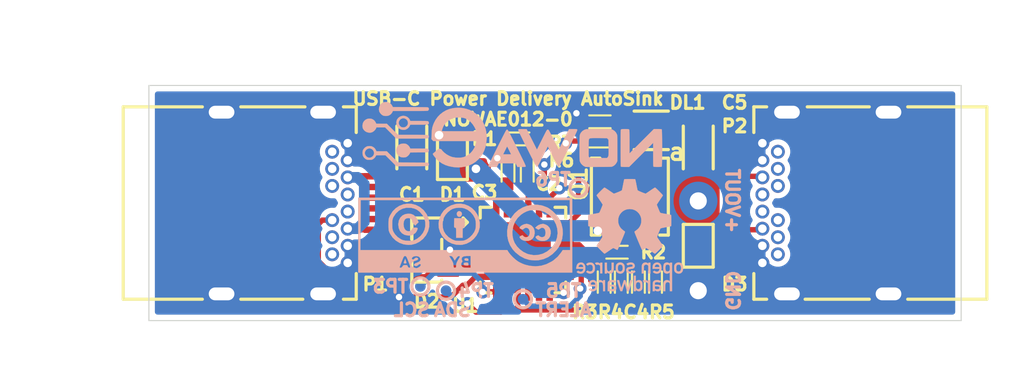
<source format=kicad_pcb>
(kicad_pcb (version 20171130) (host pcbnew "(5.1.4-0-10_14)")

  (general
    (thickness 1.6)
    (drawings 12)
    (tracks 177)
    (zones 0)
    (modules 32)
    (nets 55)
  )

  (page A4)
  (layers
    (0 F.Cu signal)
    (31 B.Cu signal)
    (32 B.Adhes user)
    (33 F.Adhes user)
    (34 B.Paste user)
    (35 F.Paste user)
    (36 B.SilkS user)
    (37 F.SilkS user)
    (38 B.Mask user)
    (39 F.Mask user)
    (40 Dwgs.User user)
    (41 Cmts.User user)
    (42 Eco1.User user)
    (43 Eco2.User user)
    (44 Edge.Cuts user)
    (45 Margin user)
    (46 B.CrtYd user)
    (47 F.CrtYd user)
    (48 B.Fab user)
    (49 F.Fab user)
  )

  (setup
    (last_trace_width 0.25)
    (user_trace_width 0.2)
    (user_trace_width 0.4)
    (user_trace_width 0.5)
    (user_trace_width 1)
    (trace_clearance 0.2)
    (zone_clearance 0.254)
    (zone_45_only no)
    (trace_min 0.2)
    (via_size 0.6)
    (via_drill 0.3)
    (via_min_size 0.6)
    (via_min_drill 0.3)
    (user_via 0.6 0.3)
    (user_via 0.8 0.4)
    (uvia_size 0.3)
    (uvia_drill 0.1)
    (uvias_allowed no)
    (uvia_min_size 0.2)
    (uvia_min_drill 0.1)
    (edge_width 0.05)
    (segment_width 0.2)
    (pcb_text_width 0.3)
    (pcb_text_size 1.5 1.5)
    (mod_edge_width 0.12)
    (mod_text_size 1 1)
    (mod_text_width 0.15)
    (pad_size 1.524 1.524)
    (pad_drill 0.762)
    (pad_to_mask_clearance 0.051)
    (solder_mask_min_width 0.25)
    (aux_axis_origin 0 0)
    (visible_elements FEFDFFFF)
    (pcbplotparams
      (layerselection 0x010fc_ffffffff)
      (usegerberextensions false)
      (usegerberattributes false)
      (usegerberadvancedattributes false)
      (creategerberjobfile false)
      (excludeedgelayer true)
      (linewidth 0.100000)
      (plotframeref false)
      (viasonmask false)
      (mode 1)
      (useauxorigin false)
      (hpglpennumber 1)
      (hpglpenspeed 20)
      (hpglpendiameter 15.000000)
      (psnegative false)
      (psa4output false)
      (plotreference true)
      (plotvalue true)
      (plotinvisibletext false)
      (padsonsilk false)
      (subtractmaskfromsilk false)
      (outputformat 1)
      (mirror false)
      (drillshape 0)
      (scaleselection 1)
      (outputdirectory "../../../07-Production/02-Gerber/nowae012/"))
  )

  (net 0 "")
  (net 1 GND)
  (net 2 "Net-(C1-Pad2)")
  (net 3 "Net-(C2-Pad1)")
  (net 4 "Net-(C3-Pad1)")
  (net 5 "Net-(C4-Pad1)")
  (net 6 "Net-(C4-Pad2)")
  (net 7 "Net-(D2-Pad1)")
  (net 8 "Net-(D2-Pad2)")
  (net 9 "Net-(DL1-Pad3)")
  (net 10 "Net-(DL1-Pad2)")
  (net 11 "Net-(DL1-Pad1)")
  (net 12 "Net-(P1-PadB2)")
  (net 13 "Net-(P1-PadB6)")
  (net 14 "Net-(P1-PadB7)")
  (net 15 "Net-(P1-PadB3)")
  (net 16 "Net-(P1-PadB8)")
  (net 17 "Net-(P1-PadB10)")
  (net 18 "Net-(P1-PadB11)")
  (net 19 "Net-(P1-PadA2)")
  (net 20 "Net-(P1-PadA3)")
  (net 21 "Net-(P1-PadA6)")
  (net 22 "Net-(P1-PadA7)")
  (net 23 "Net-(P1-PadA8)")
  (net 24 "Net-(P1-PadA10)")
  (net 25 "Net-(P1-PadA11)")
  (net 26 "Net-(P2-PadA11)")
  (net 27 "Net-(P2-PadA10)")
  (net 28 "Net-(P2-PadA8)")
  (net 29 "Net-(P2-PadA7)")
  (net 30 "Net-(P2-PadA6)")
  (net 31 "Net-(P2-PadA5)")
  (net 32 "Net-(P2-PadA3)")
  (net 33 "Net-(P2-PadA2)")
  (net 34 "Net-(P2-PadB11)")
  (net 35 "Net-(P2-PadB10)")
  (net 36 "Net-(P2-PadB8)")
  (net 37 "Net-(P2-PadB5)")
  (net 38 "Net-(P2-PadB3)")
  (net 39 "Net-(P2-PadB7)")
  (net 40 "Net-(P2-PadB6)")
  (net 41 "Net-(P2-PadB2)")
  (net 42 "Net-(Q1-Pad3)")
  (net 43 "Net-(Q1-Pad4)")
  (net 44 "Net-(R1-Pad2)")
  (net 45 "Net-(R3-Pad2)")
  (net 46 "Net-(R5-Pad2)")
  (net 47 "Net-(R6-Pad2)")
  (net 48 "Net-(U1-Pad11)")
  (net 49 "Net-(U1-Pad14)")
  (net 50 "Net-(U1-Pad17)")
  (net 51 "Net-(TP3-Pad1)")
  (net 52 "Net-(TP4-Pad1)")
  (net 53 "Net-(TP5-Pad1)")
  (net 54 "Net-(TP6-Pad1)")

  (net_class Default "This is the default net class."
    (clearance 0.2)
    (trace_width 0.25)
    (via_dia 0.6)
    (via_drill 0.3)
    (uvia_dia 0.3)
    (uvia_drill 0.1)
    (add_net GND)
    (add_net "Net-(C1-Pad2)")
    (add_net "Net-(C2-Pad1)")
    (add_net "Net-(C3-Pad1)")
    (add_net "Net-(C4-Pad1)")
    (add_net "Net-(C4-Pad2)")
    (add_net "Net-(D2-Pad1)")
    (add_net "Net-(D2-Pad2)")
    (add_net "Net-(DL1-Pad1)")
    (add_net "Net-(DL1-Pad2)")
    (add_net "Net-(DL1-Pad3)")
    (add_net "Net-(P1-PadA10)")
    (add_net "Net-(P1-PadA11)")
    (add_net "Net-(P1-PadA2)")
    (add_net "Net-(P1-PadA3)")
    (add_net "Net-(P1-PadA6)")
    (add_net "Net-(P1-PadA7)")
    (add_net "Net-(P1-PadA8)")
    (add_net "Net-(P1-PadB10)")
    (add_net "Net-(P1-PadB11)")
    (add_net "Net-(P1-PadB2)")
    (add_net "Net-(P1-PadB3)")
    (add_net "Net-(P1-PadB6)")
    (add_net "Net-(P1-PadB7)")
    (add_net "Net-(P1-PadB8)")
    (add_net "Net-(P2-PadA10)")
    (add_net "Net-(P2-PadA11)")
    (add_net "Net-(P2-PadA2)")
    (add_net "Net-(P2-PadA3)")
    (add_net "Net-(P2-PadA5)")
    (add_net "Net-(P2-PadA6)")
    (add_net "Net-(P2-PadA7)")
    (add_net "Net-(P2-PadA8)")
    (add_net "Net-(P2-PadB10)")
    (add_net "Net-(P2-PadB11)")
    (add_net "Net-(P2-PadB2)")
    (add_net "Net-(P2-PadB3)")
    (add_net "Net-(P2-PadB5)")
    (add_net "Net-(P2-PadB6)")
    (add_net "Net-(P2-PadB7)")
    (add_net "Net-(P2-PadB8)")
    (add_net "Net-(Q1-Pad3)")
    (add_net "Net-(Q1-Pad4)")
    (add_net "Net-(R1-Pad2)")
    (add_net "Net-(R3-Pad2)")
    (add_net "Net-(R5-Pad2)")
    (add_net "Net-(R6-Pad2)")
    (add_net "Net-(TP3-Pad1)")
    (add_net "Net-(TP4-Pad1)")
    (add_net "Net-(TP5-Pad1)")
    (add_net "Net-(TP6-Pad1)")
    (add_net "Net-(U1-Pad11)")
    (add_net "Net-(U1-Pad14)")
    (add_net "Net-(U1-Pad17)")
  )

  (module MECHANICAL:FIDUCIALMARK_0.5MM_1MM (layer F.Cu) (tedit 5E3707C5) (tstamp 5E374A6A)
    (at 10.5 1.5)
    (descr "Fiducial Copper Top 1mm copper, 2mm mask")
    (attr virtual)
    (fp_text reference VAL** (at 0 -1) (layer F.SilkS) hide
      (effects (font (size 0.8 0.8) (thickness 0.15)))
    )
    (fp_text value FIDUCIALMARK_0.5MM_1MM (at 0 1) (layer F.Fab) hide
      (effects (font (size 0.8 0.8) (thickness 0.15)))
    )
    (pad 1 smd circle (at 0 0) (size 1 1) (layers F.Mask))
    (pad "" smd circle (at 0 0) (size 0.5 0.5) (layers F.Cu))
  )

  (module MECHANICAL:FIDUCIALMARK_0.5MM_1MM (layer F.Cu) (tedit 5E3707C5) (tstamp 5E374A50)
    (at 27.6 10)
    (descr "Fiducial Copper Top 1mm copper, 2mm mask")
    (attr virtual)
    (fp_text reference VAL** (at 0 -1) (layer F.SilkS) hide
      (effects (font (size 0.8 0.8) (thickness 0.15)))
    )
    (fp_text value FIDUCIALMARK_0.5MM_1MM (at 0 1) (layer F.Fab) hide
      (effects (font (size 0.8 0.8) (thickness 0.15)))
    )
    (pad 1 smd circle (at 0 0) (size 1 1) (layers F.Mask))
    (pad "" smd circle (at 0 0) (size 0.5 0.5) (layers F.Cu))
  )

  (module MECHANICAL:FIDUCIALMARK_0.5MM_1MM (layer F.Cu) (tedit 5E3707C5) (tstamp 5E374A36)
    (at 10.5 10)
    (descr "Fiducial Copper Top 1mm copper, 2mm mask")
    (attr virtual)
    (fp_text reference VAL** (at 0 -1) (layer F.SilkS) hide
      (effects (font (size 0.8 0.8) (thickness 0.15)))
    )
    (fp_text value FIDUCIALMARK_0.5MM_1MM (at 0 1) (layer F.Fab) hide
      (effects (font (size 0.8 0.8) (thickness 0.15)))
    )
    (pad 1 smd circle (at 0 0) (size 1 1) (layers F.Mask))
    (pad "" smd circle (at 0 0) (size 0.5 0.5) (layers F.Cu))
  )

  (module QFN:QFN24_4x4_0.5_24+1 (layer F.Cu) (tedit 5E370477) (tstamp 5E3470A0)
    (at 17.5 7.7)
    (descr "24-Lead Plastic Quad Flat, No Lead Package (MJ) - 4x4x0.9 mm Body [QFN]")
    (tags "QFN QFN24 0.5")
    (path /5E335606)
    (attr smd)
    (fp_text reference U1 (at -2.7 2.6) (layer F.SilkS)
      (effects (font (size 0.6 0.6) (thickness 0.15)))
    )
    (fp_text value STUSB4500QTR (at 0 3.375) (layer F.Fab) hide
      (effects (font (size 0.8 0.8) (thickness 0.15)))
    )
    (fp_line (start -2.65 2.65) (end 2.65 2.65) (layer F.CrtYd) (width 0.05))
    (fp_line (start -2.65 -2.65) (end 2.65 -2.65) (layer F.CrtYd) (width 0.05))
    (fp_line (start 2.65 -2.65) (end 2.65 2.65) (layer F.CrtYd) (width 0.05))
    (fp_line (start -2.65 -2.65) (end -2.65 2.65) (layer F.CrtYd) (width 0.05))
    (fp_line (start -2 2) (end -2 -2) (layer F.Fab) (width 0.15))
    (fp_line (start 2 2) (end -2 2) (layer F.Fab) (width 0.15))
    (fp_line (start 2 -2) (end 2 2) (layer F.Fab) (width 0.15))
    (fp_line (start -2 -2) (end 2 -2) (layer F.Fab) (width 0.15))
    (fp_circle (center -1.4 -1.2) (end -1.3 -0.9) (layer F.Fab) (width 0.15))
    (fp_line (start -2 -2) (end -2 -1.5) (layer F.SilkS) (width 0.15))
    (fp_line (start -1.5 -2) (end -2 -2) (layer F.SilkS) (width 0.15))
    (fp_line (start 2 -2) (end 2 -1.5) (layer F.SilkS) (width 0.15))
    (fp_line (start 1.5 -2) (end 2 -2) (layer F.SilkS) (width 0.15))
    (fp_line (start 2 2) (end 1.5 2) (layer F.SilkS) (width 0.15))
    (fp_line (start 2 1.5) (end 2 2) (layer F.SilkS) (width 0.15))
    (fp_line (start -2 2) (end -1.5 2) (layer F.SilkS) (width 0.15))
    (fp_line (start -2 1.5) (end -2 2) (layer F.SilkS) (width 0.15))
    (fp_line (start -2.8 -1.1) (end -2.6 -1.3) (layer F.SilkS) (width 0.15))
    (fp_line (start -2.6 -1.3) (end -2.8 -1.5) (layer F.SilkS) (width 0.15))
    (fp_line (start -2.8 -1.5) (end -2.8 -1.1) (layer F.SilkS) (width 0.15))
    (fp_text user %R (at 0 0) (layer F.Fab)
      (effects (font (size 0.6 0.6) (thickness 0.15)))
    )
    (pad 25 smd rect (at 0 0) (size 2.6 2.6) (layers F.Cu F.Paste F.Mask)
      (net 1 GND))
    (pad 24 smd rect (at -1.25 -1.95 90) (size 0.85 0.3) (layers F.Cu F.Paste F.Mask)
      (net 2 "Net-(C1-Pad2)"))
    (pad 23 smd rect (at -0.75 -1.95 90) (size 0.85 0.3) (layers F.Cu F.Paste F.Mask)
      (net 4 "Net-(C3-Pad1)"))
    (pad 22 smd rect (at -0.25 -1.95 90) (size 0.85 0.3) (layers F.Cu F.Paste F.Mask)
      (net 1 GND))
    (pad 21 smd rect (at 0.25 -1.95 90) (size 0.85 0.3) (layers F.Cu F.Paste F.Mask)
      (net 3 "Net-(C2-Pad1)"))
    (pad 20 smd rect (at 0.75 -1.95 90) (size 0.85 0.3) (layers F.Cu F.Paste F.Mask)
      (net 47 "Net-(R6-Pad2)"))
    (pad 19 smd rect (at 1.25 -1.95 90) (size 0.85 0.3) (layers F.Cu F.Paste F.Mask)
      (net 54 "Net-(TP6-Pad1)"))
    (pad 18 smd rect (at 1.95 -1.25) (size 0.85 0.3) (layers F.Cu F.Paste F.Mask)
      (net 44 "Net-(R1-Pad2)"))
    (pad 17 smd rect (at 1.95 -0.75) (size 0.85 0.3) (layers F.Cu F.Paste F.Mask)
      (net 50 "Net-(U1-Pad17)"))
    (pad 16 smd rect (at 1.95 -0.25) (size 0.85 0.3) (layers F.Cu F.Paste F.Mask)
      (net 45 "Net-(R3-Pad2)"))
    (pad 15 smd rect (at 1.95 0.25) (size 0.85 0.3) (layers F.Cu F.Paste F.Mask)
      (net 53 "Net-(TP5-Pad1)"))
    (pad 14 smd rect (at 1.95 0.75) (size 0.85 0.3) (layers F.Cu F.Paste F.Mask)
      (net 49 "Net-(U1-Pad14)"))
    (pad 13 smd rect (at 1.95 1.25) (size 0.85 0.3) (layers F.Cu F.Paste F.Mask)
      (net 1 GND))
    (pad 12 smd rect (at 1.25 1.95 90) (size 0.85 0.3) (layers F.Cu F.Paste F.Mask)
      (net 1 GND))
    (pad 11 smd rect (at 0.75 1.95 90) (size 0.85 0.3) (layers F.Cu F.Paste F.Mask)
      (net 48 "Net-(U1-Pad11)"))
    (pad 10 smd rect (at 0.25 1.95 90) (size 0.85 0.3) (layers F.Cu F.Paste F.Mask)
      (net 1 GND))
    (pad 9 smd rect (at -0.25 1.95 90) (size 0.85 0.3) (layers F.Cu F.Paste F.Mask)
      (net 46 "Net-(R5-Pad2)"))
    (pad 8 smd rect (at -0.75 1.95 90) (size 0.85 0.3) (layers F.Cu F.Paste F.Mask)
      (net 52 "Net-(TP4-Pad1)"))
    (pad 7 smd rect (at -1.25 1.95 90) (size 0.85 0.3) (layers F.Cu F.Paste F.Mask)
      (net 51 "Net-(TP3-Pad1)"))
    (pad 6 smd rect (at -1.95 1.25) (size 0.85 0.3) (layers F.Cu F.Paste F.Mask)
      (net 1 GND))
    (pad 5 smd rect (at -1.95 0.75) (size 0.85 0.3) (layers F.Cu F.Paste F.Mask)
      (net 7 "Net-(D2-Pad1)"))
    (pad 4 smd rect (at -1.95 0.25) (size 0.85 0.3) (layers F.Cu F.Paste F.Mask)
      (net 7 "Net-(D2-Pad1)"))
    (pad 3 smd rect (at -1.95 -0.25) (size 0.85 0.3) (layers F.Cu F.Paste F.Mask)
      (net 1 GND))
    (pad 2 smd rect (at -1.95 -0.75) (size 0.85 0.3) (layers F.Cu F.Paste F.Mask)
      (net 8 "Net-(D2-Pad2)"))
    (pad 1 smd rect (at -1.95 -1.25) (size 0.85 0.3) (layers F.Cu F.Paste F.Mask)
      (net 8 "Net-(D2-Pad2)"))
    (model ${KINOWAEMOD}/packages3d/walter/QFN/qfn-24.wrl
      (at (xyz 0 0 0))
      (scale (xyz 1 1 1))
      (rotate (xyz 0 0 90))
    )
  )

  (module LEDs:LEDRGB-WE-150066M153000 (layer F.Cu) (tedit 5E36FD1C) (tstamp 5E3466F9)
    (at 23.5 2.1)
    (descr "WL-SFCW SMD Full-color Chip LED Waterclear, Wurth Elektronik, 150080M173000")
    (tags "LED RGB")
    (path /5E448B7A)
    (fp_text reference DL1 (at 1.7 -1.3) (layer F.SilkS)
      (effects (font (size 0.6 0.6) (thickness 0.15)))
    )
    (fp_text value RGB (at 0 1.3) (layer F.Fab) hide
      (effects (font (size 0.8 0.8) (thickness 0.15)))
    )
    (fp_line (start 0.8 -0.8) (end -0.8 -0.8) (layer F.Fab) (width 0.15))
    (fp_line (start 0.8 0.8) (end 0.8 -0.8) (layer F.Fab) (width 0.15))
    (fp_line (start -0.8 0.8) (end 0.8 0.8) (layer F.Fab) (width 0.15))
    (fp_line (start -0.8 -0.8) (end -0.8 0.8) (layer F.Fab) (width 0.15))
    (fp_text user %R (at 0 -1.3) (layer F.Fab)
      (effects (font (size 0.6 0.6) (thickness 0.15)))
    )
    (fp_line (start -1.1 -1.1) (end -1.1 1.1) (layer F.CrtYd) (width 0.05))
    (fp_line (start -1.1 1.1) (end 1.1 1.1) (layer F.CrtYd) (width 0.05))
    (fp_line (start 1.1 1.1) (end 1.1 -1.1) (layer F.CrtYd) (width 0.05))
    (fp_line (start 1.1 -1.1) (end -1.1 -1.1) (layer F.CrtYd) (width 0.05))
    (fp_line (start -0.8 -0.9) (end 0.8 -0.9) (layer F.SilkS) (width 0.15))
    (fp_line (start -0.8 0.9) (end 0.8 0.9) (layer F.SilkS) (width 0.15))
    (fp_text user a (at 1.2 1) (layer F.SilkS)
      (effects (font (size 0.8 0.8) (thickness 0.15)))
    )
    (pad 2 smd rect (at -0.7 -0.45) (size 0.6 0.5) (layers F.Cu F.Paste F.Mask)
      (net 10 "Net-(DL1-Pad2)"))
    (pad 3 smd rect (at 0.7 -0.45) (size 0.6 0.5) (layers F.Cu F.Paste F.Mask)
      (net 9 "Net-(DL1-Pad3)"))
    (pad 4 smd rect (at 0.7 0.45) (size 0.6 0.5) (layers F.Cu F.Paste F.Mask)
      (net 5 "Net-(C4-Pad1)"))
    (pad 1 smd rect (at -0.7 0.45) (size 0.6 0.5) (layers F.Cu F.Paste F.Mask)
      (net 11 "Net-(DL1-Pad1)"))
    (model ${KINOWAEMOD}/packages3d/3rd-party/wurth/150066M153000.wrl
      (at (xyz 0 0 0))
      (scale (xyz 1 1 1))
      (rotate (xyz 0 0 0))
    )
  )

  (module SON:TDSON8_3.2x3.2_0.65 (layer F.Cu) (tedit 5E36F90F) (tstamp 5E346FF5)
    (at 22.5 5.2 90)
    (path /5E39F61C)
    (attr smd)
    (fp_text reference Q1 (at 0.6 -2.4 90) (layer F.SilkS)
      (effects (font (size 0.8 0.8) (thickness 0.15)))
    )
    (fp_text value STL6P3LLH6 (at 0 2.5 90) (layer F.Fab) hide
      (effects (font (size 0.8 0.8) (thickness 0.15)))
    )
    (fp_line (start -1.8 1.8) (end -1.8 1.4) (layer F.SilkS) (width 0.15))
    (fp_line (start 1.8 -1.4) (end 1.8 -1.8) (layer F.SilkS) (width 0.15))
    (fp_line (start -1.8 -1.4) (end -1.8 -1.8) (layer F.SilkS) (width 0.15))
    (fp_line (start -1.8 -1.8) (end 1.8 -1.8) (layer F.SilkS) (width 0.15))
    (fp_line (start -1.8 1.8) (end 1.8 1.8) (layer F.SilkS) (width 0.15))
    (fp_line (start 1.8 1.8) (end 1.8 1.4) (layer F.SilkS) (width 0.15))
    (fp_line (start -1.6 -1.6) (end 1.6 -1.6) (layer F.Fab) (width 0.15))
    (fp_line (start 1.6 -1.6) (end 1.6 1.6) (layer F.Fab) (width 0.15))
    (fp_line (start 1.6 1.6) (end -1.6 1.6) (layer F.Fab) (width 0.15))
    (fp_line (start -1.6 1.6) (end -1.6 -1.6) (layer F.Fab) (width 0.15))
    (fp_text user %R (at 0 0 90) (layer F.Fab)
      (effects (font (size 0.8 0.8) (thickness 0.15)))
    )
    (fp_circle (center -0.9 -1) (end -0.6 -1) (layer F.Fab) (width 0.15))
    (pad 5 smd rect (at 0 0 90) (size 0.4 3.5) (layers F.Cu F.Paste F.Mask)
      (net 5 "Net-(C4-Pad1)"))
    (pad 5 smd rect (at 0.5 0 90) (size 1.8 2.75) (layers F.Cu F.Paste F.Mask)
      (net 5 "Net-(C4-Pad1)"))
    (pad 5 smd rect (at 1.6 -0.975 90) (size 0.55 0.4) (layers F.Cu F.Paste F.Mask)
      (net 5 "Net-(C4-Pad1)"))
    (pad 5 smd rect (at 1.6 -0.325 90) (size 0.55 0.4) (layers F.Cu F.Paste F.Mask)
      (net 5 "Net-(C4-Pad1)"))
    (pad 5 smd rect (at 1.6 0.325 90) (size 0.55 0.4) (layers F.Cu F.Paste F.Mask)
      (net 5 "Net-(C4-Pad1)"))
    (pad 5 smd rect (at 1.6 0.975 90) (size 0.55 0.4) (layers F.Cu F.Paste F.Mask)
      (net 5 "Net-(C4-Pad1)"))
    (pad 4 smd rect (at -1.6 0.975 90) (size 0.55 0.4) (layers F.Cu F.Paste F.Mask)
      (net 43 "Net-(Q1-Pad4)"))
    (pad 3 smd rect (at -1.6 0.325 90) (size 0.55 0.4) (layers F.Cu F.Paste F.Mask)
      (net 42 "Net-(Q1-Pad3)"))
    (pad 2 smd rect (at -1.6 -0.325 90) (size 0.55 0.4) (layers F.Cu F.Paste F.Mask)
      (net 2 "Net-(C1-Pad2)"))
    (pad 1 smd rect (at -1.6 -0.975 90) (size 0.55 0.4) (layers F.Cu F.Paste F.Mask)
      (net 2 "Net-(C1-Pad2)"))
    (model ${KINOWAEMOD}/packages3d/3rd-party/texas/VSON8-DRB.wrl
      (at (xyz 0 0 0))
      (scale (xyz 1 1 1))
      (rotate (xyz 0 0 0))
    )
  )

  (module SOT:SOT23-3 (layer F.Cu) (tedit 5E343F17) (tstamp 5E345A6A)
    (at 13 7.7 90)
    (descr "SOT-23, Standard")
    (tags "SOT23 SOT-23")
    (path /5E402E31)
    (attr smd)
    (fp_text reference D2 (at -2.4 0 180) (layer F.SilkS)
      (effects (font (size 0.6 0.6) (thickness 0.15)))
    )
    (fp_text value ESDA25W (at 0 2.3 90) (layer F.Fab) hide
      (effects (font (size 0.8 0.8) (thickness 0.15)))
    )
    (fp_line (start -1.65 1.6) (end -1.65 -1.6) (layer F.CrtYd) (width 0.05))
    (fp_line (start 1.65 1.6) (end -1.65 1.6) (layer F.CrtYd) (width 0.05))
    (fp_line (start 1.65 -1.6) (end 1.65 1.6) (layer F.CrtYd) (width 0.05))
    (fp_line (start -1.65 -1.6) (end 1.65 -1.6) (layer F.CrtYd) (width 0.05))
    (fp_line (start 1.5 0.7) (end -1.5 0.7) (layer F.Fab) (width 0.15))
    (fp_line (start 1.5 -0.7) (end 1.5 0.7) (layer F.Fab) (width 0.15))
    (fp_line (start -1.5 -0.7) (end 1.5 -0.7) (layer F.Fab) (width 0.15))
    (fp_line (start -1.5 0.7) (end -1.5 -0.7) (layer F.Fab) (width 0.15))
    (fp_line (start -1.5 -0.7) (end -0.5 -0.7) (layer F.SilkS) (width 0.15))
    (fp_line (start -1.5 -0.7) (end -1.5 0.7) (layer F.SilkS) (width 0.15))
    (fp_line (start -0.5 0.7) (end 0.5 0.7) (layer F.SilkS) (width 0.15))
    (fp_line (start 1.5 -0.7) (end 1.5 0.7) (layer F.SilkS) (width 0.15))
    (fp_line (start 0.5 -0.7) (end 1.5 -0.7) (layer F.SilkS) (width 0.15))
    (fp_line (start -1.5 0.7) (end -1.4 0.7) (layer F.SilkS) (width 0.15))
    (fp_line (start 1.5 0.7) (end 1.4 0.7) (layer F.SilkS) (width 0.15))
    (fp_line (start 0.5 -0.7) (end 1.5 -0.7) (layer F.SilkS) (width 0.15))
    (fp_line (start -0.7 1.3) (end -0.7 0.7) (layer F.Fab) (width 0.05))
    (fp_line (start -1.2 1.3) (end -0.7 1.3) (layer F.Fab) (width 0.05))
    (fp_line (start -1.2 0.7) (end -1.2 1.3) (layer F.Fab) (width 0.05))
    (fp_line (start -0.25 -1.3) (end -0.25 -0.7) (layer F.Fab) (width 0.05))
    (fp_line (start -0.25 -1.3) (end 0.25 -1.3) (layer F.Fab) (width 0.05))
    (fp_line (start 0.25 -0.7) (end 0.25 -1.3) (layer F.Fab) (width 0.05))
    (fp_line (start 1.2 1.3) (end 1.2 0.7) (layer F.Fab) (width 0.05))
    (fp_line (start 0.7 1.3) (end 1.2 1.3) (layer F.Fab) (width 0.05))
    (fp_line (start 0.7 0.7) (end 0.7 1.3) (layer F.Fab) (width 0.05))
    (fp_text user %R (at 0 0 90) (layer F.Fab)
      (effects (font (size 0.6 0.6) (thickness 0.15)))
    )
    (pad 3 smd rect (at 0 -1 90) (size 0.6 1) (layers F.Cu F.Paste F.Mask)
      (net 1 GND))
    (pad 2 smd rect (at 0.95 1 90) (size 0.6 1) (layers F.Cu F.Paste F.Mask)
      (net 8 "Net-(D2-Pad2)"))
    (pad 1 smd rect (at -0.95 1 90) (size 0.6 1) (layers F.Cu F.Paste F.Mask)
      (net 7 "Net-(D2-Pad1)"))
    (model ${KINOWAEMOD}/packages3d/walter/SOT/sot23.wrl
      (at (xyz 0 0 0))
      (scale (xyz 1 1 1))
      (rotate (xyz 0 0 0))
    )
  )

  (module EXTLOGO:LOGO_CC-BY-SA_10MM_FSILK (layer B.Cu) (tedit 0) (tstamp 5E344592)
    (at 14.8 7 180)
    (fp_text reference G*** (at 0 0) (layer B.SilkS) hide
      (effects (font (size 0.6 0.6) (thickness 0.15)) (justify mirror))
    )
    (fp_text value LOGO (at 0.75 0) (layer B.SilkS) hide
      (effects (font (size 1.524 1.524) (thickness 0.3)) (justify mirror))
    )
    (fp_poly (pts (xy 2.808427 0.979306) (xy 2.938139 0.91695) (xy 3.037661 0.817946) (xy 3.103152 0.686318)
      (xy 3.13077 0.526094) (xy 3.131415 0.498772) (xy 3.111783 0.332642) (xy 3.053604 0.193659)
      (xy 2.960513 0.086007) (xy 2.836148 0.013872) (xy 2.684143 -0.018561) (xy 2.681868 -0.018711)
      (xy 2.572956 -0.018069) (xy 2.483879 0.003639) (xy 2.432541 0.026793) (xy 2.326236 0.105618)
      (xy 2.276137 0.177337) (xy 2.23714 0.262965) (xy 2.229229 0.315067) (xy 2.255319 0.341488)
      (xy 2.318323 0.350068) (xy 2.340422 0.350345) (xy 2.413481 0.346318) (xy 2.453145 0.329362)
      (xy 2.475754 0.292168) (xy 2.47686 0.289305) (xy 2.527181 0.218247) (xy 2.602776 0.181377)
      (xy 2.690191 0.181179) (xy 2.775974 0.220135) (xy 2.790181 0.231478) (xy 2.847479 0.309164)
      (xy 2.880604 0.412564) (xy 2.889236 0.526424) (xy 2.873055 0.635492) (xy 2.831738 0.724515)
      (xy 2.801242 0.756995) (xy 2.729551 0.792279) (xy 2.648674 0.799162) (xy 2.571767 0.781549)
      (xy 2.511987 0.743343) (xy 2.482488 0.688451) (xy 2.482168 0.662289) (xy 2.466959 0.595114)
      (xy 2.41621 0.52691) (xy 2.342582 0.450059) (xy 2.263024 0.527169) (xy 2.183466 0.60428)
      (xy 2.233133 0.70879) (xy 2.314776 0.845503) (xy 2.410902 0.937007) (xy 2.527387 0.987398)
      (xy 2.652365 1.000986) (xy 2.808427 0.979306)) (layer B.SilkS) (width 0.01))
    (fp_poly (pts (xy 0.330407 1.111356) (xy 0.378598 1.065047) (xy 0.395489 1.009929) (xy 0.385558 0.930441)
      (xy 0.346058 0.875989) (xy 0.288797 0.853136) (xy 0.225585 0.868445) (xy 0.191563 0.896601)
      (xy 0.153959 0.968873) (xy 0.164611 1.042229) (xy 0.200954 1.089258) (xy 0.266301 1.121421)
      (xy 0.330407 1.111356)) (layer B.SilkS) (width 0.01))
    (fp_poly (pts (xy 0.520235 0.569311) (xy 0.522936 0.464301) (xy 0.52127 0.399592) (xy 0.513297 0.365497)
      (xy 0.497081 0.352327) (xy 0.476442 0.350345) (xy 0.452742 0.346965) (xy 0.437785 0.330622)
      (xy 0.429577 0.292016) (xy 0.42612 0.221846) (xy 0.425418 0.112611) (xy 0.425418 -0.125123)
      (xy 0.125123 -0.125123) (xy 0.125123 0.112611) (xy 0.124397 0.223038) (xy 0.12089 0.292723)
      (xy 0.112604 0.330969) (xy 0.097544 0.347075) (xy 0.074099 0.350345) (xy 0.049738 0.353633)
      (xy 0.035199 0.369955) (xy 0.028543 0.409) (xy 0.027834 0.480456) (xy 0.030306 0.569311)
      (xy 0.037537 0.788276) (xy 0.513005 0.788276) (xy 0.520235 0.569311)) (layer B.SilkS) (width 0.01))
    (fp_poly (pts (xy -2.779008 0.511266) (xy -2.683124 0.474636) (xy -2.602874 0.424815) (xy -2.566396 0.386463)
      (xy -2.543383 0.344825) (xy -2.551259 0.318764) (xy -2.596782 0.29079) (xy -2.604999 0.286523)
      (xy -2.660032 0.261851) (xy -2.695721 0.264424) (xy -2.736012 0.296367) (xy -2.738108 0.298333)
      (xy -2.814767 0.343828) (xy -2.894304 0.339383) (xy -2.954947 0.303676) (xy -2.995313 0.242951)
      (xy -3.014378 0.155888) (xy -3.011518 0.061726) (xy -2.986113 -0.020295) (xy -2.966353 -0.049017)
      (xy -2.901794 -0.090106) (xy -2.823974 -0.099993) (xy -2.752697 -0.078751) (xy -2.719124 -0.048097)
      (xy -2.691235 -0.014999) (xy -2.66171 -0.010813) (xy -2.610405 -0.033489) (xy -2.604674 -0.036444)
      (xy -2.554014 -0.067846) (xy -2.541871 -0.096829) (xy -2.55369 -0.127322) (xy -2.618333 -0.199242)
      (xy -2.714812 -0.248776) (xy -2.828942 -0.273207) (xy -2.946537 -0.269815) (xy -3.053409 -0.235884)
      (xy -3.070414 -0.226322) (xy -3.160415 -0.152879) (xy -3.21615 -0.057953) (xy -3.244734 0.069829)
      (xy -3.240412 0.212049) (xy -3.194582 0.335161) (xy -3.110979 0.431656) (xy -3.0436 0.473964)
      (xy -2.964086 0.505614) (xy -2.891015 0.523802) (xy -2.870438 0.525518) (xy -2.779008 0.511266)) (layer B.SilkS) (width 0.01))
    (fp_poly (pts (xy -3.528093 0.507905) (xy -3.4182 0.462786) (xy -3.342922 0.408215) (xy -3.276316 0.341609)
      (xy -3.353556 0.292703) (xy -3.406133 0.261914) (xy -3.438623 0.25868) (xy -3.473188 0.283722)
      (xy -3.487504 0.297072) (xy -3.564664 0.343144) (xy -3.642196 0.340665) (xy -3.703646 0.300296)
      (xy -3.738356 0.237738) (xy -3.754956 0.150303) (xy -3.753217 0.057284) (xy -3.732906 -0.022026)
      (xy -3.707931 -0.058683) (xy -3.637218 -0.093662) (xy -3.554424 -0.095535) (xy -3.481953 -0.065018)
      (xy -3.466752 -0.050977) (xy -3.431531 -0.019297) (xy -3.396678 -0.018073) (xy -3.349842 -0.039325)
      (xy -3.301986 -0.069946) (xy -3.293058 -0.100031) (xy -3.304429 -0.127322) (xy -3.369071 -0.199242)
      (xy -3.465551 -0.248776) (xy -3.579681 -0.273207) (xy -3.697275 -0.269815) (xy -3.804148 -0.235884)
      (xy -3.821153 -0.226322) (xy -3.911153 -0.152879) (xy -3.966889 -0.057953) (xy -3.995472 0.069829)
      (xy -3.991151 0.212049) (xy -3.945321 0.335161) (xy -3.861718 0.431656) (xy -3.794339 0.473964)
      (xy -3.719916 0.505148) (xy -3.656998 0.523398) (xy -3.639439 0.525378) (xy -3.528093 0.507905)) (layer B.SilkS) (width 0.01))
    (fp_poly (pts (xy 2.901976 1.435735) (xy 3.085309 1.364652) (xy 3.252174 1.255669) (xy 3.396 1.109868)
      (xy 3.508939 0.930932) (xy 3.545368 0.853799) (xy 3.569059 0.7903) (xy 3.582739 0.725745)
      (xy 3.589133 0.645441) (xy 3.590966 0.534696) (xy 3.591034 0.488376) (xy 3.590017 0.363326)
      (xy 3.585329 0.274229) (xy 3.574515 0.207006) (xy 3.55512 0.147574) (xy 3.524687 0.081854)
      (xy 3.517737 0.068053) (xy 3.40088 -0.10952) (xy 3.250162 -0.254299) (xy 3.072247 -0.362863)
      (xy 2.873799 -0.43179) (xy 2.661483 -0.457656) (xy 2.511394 -0.448744) (xy 2.322736 -0.399906)
      (xy 2.140875 -0.308014) (xy 1.978702 -0.17969) (xy 1.968994 -0.170091) (xy 1.83113 0.000845)
      (xy 1.73763 0.188346) (xy 1.6885 0.38602) (xy 1.687551 0.42622) (xy 1.865103 0.42622)
      (xy 1.903639 0.255046) (xy 1.981316 0.094355) (xy 2.097042 -0.049214) (xy 2.249724 -0.169023)
      (xy 2.338166 -0.217269) (xy 2.409755 -0.247935) (xy 2.475762 -0.26502) (xy 2.553941 -0.271205)
      (xy 2.662042 -0.269168) (xy 2.677635 -0.268509) (xy 2.813081 -0.25775) (xy 2.914662 -0.237125)
      (xy 2.997827 -0.203595) (xy 3.157994 -0.097267) (xy 3.287423 0.036817) (xy 3.354124 0.141896)
      (xy 3.384478 0.208713) (xy 3.403065 0.274218) (xy 3.412588 0.354106) (xy 3.415749 0.464075)
      (xy 3.415862 0.500493) (xy 3.413858 0.621939) (xy 3.406149 0.70867) (xy 3.390194 0.775922)
      (xy 3.363448 0.838927) (xy 3.357372 0.850838) (xy 3.245103 1.017021) (xy 3.103173 1.146128)
      (xy 2.937636 1.235147) (xy 2.754543 1.281064) (xy 2.559948 1.280866) (xy 2.509224 1.273075)
      (xy 2.374906 1.240455) (xy 2.267533 1.192511) (xy 2.16416 1.117914) (xy 2.124214 1.082993)
      (xy 1.995263 0.936264) (xy 1.909823 0.773467) (xy 1.866801 0.60124) (xy 1.865103 0.42622)
      (xy 1.687551 0.42622) (xy 1.683741 0.587475) (xy 1.723356 0.78632) (xy 1.807349 0.976162)
      (xy 1.935722 1.15061) (xy 1.968366 1.184737) (xy 2.135438 1.319401) (xy 2.318908 1.41075)
      (xy 2.512203 1.459866) (xy 2.70875 1.467834) (xy 2.901976 1.435735)) (layer B.SilkS) (width 0.01))
    (fp_poly (pts (xy 0.435864 1.4555) (xy 0.440917 1.454583) (xy 0.65755 1.391108) (xy 0.845997 1.287283)
      (xy 1.003059 1.14606) (xy 1.125536 0.970393) (xy 1.210229 0.763234) (xy 1.217214 0.738227)
      (xy 1.248734 0.531402) (xy 1.234675 0.331796) (xy 1.17945 0.144244) (xy 1.087471 -0.026418)
      (xy 0.963152 -0.175354) (xy 0.810905 -0.297728) (xy 0.635145 -0.388703) (xy 0.440284 -0.443444)
      (xy 0.230735 -0.457115) (xy 0.134054 -0.448744) (xy -0.057867 -0.398855) (xy -0.236095 -0.306407)
      (xy -0.393603 -0.178446) (xy -0.523362 -0.022017) (xy -0.618346 0.155834) (xy -0.671526 0.348063)
      (xy -0.673337 0.360657) (xy -0.677846 0.523084) (xy -0.49796 0.523084) (xy -0.494122 0.389494)
      (xy -0.47589 0.275395) (xy -0.474625 0.270726) (xy -0.416869 0.138554) (xy -0.323188 0.007781)
      (xy -0.205672 -0.109261) (xy -0.076411 -0.200245) (xy 0.033996 -0.247977) (xy 0.099906 -0.260061)
      (xy 0.194385 -0.269133) (xy 0.287783 -0.272994) (xy 0.400527 -0.269757) (xy 0.490605 -0.252822)
      (xy 0.584762 -0.216445) (xy 0.613103 -0.203145) (xy 0.784535 -0.095677) (xy 0.919212 0.043209)
      (xy 1.004054 0.187685) (xy 1.047768 0.336407) (xy 1.061665 0.505314) (xy 1.045759 0.674399)
      (xy 1.003655 0.8156) (xy 0.926804 0.944853) (xy 0.816916 1.069122) (xy 0.689813 1.172559)
      (xy 0.593336 1.226654) (xy 0.456376 1.267046) (xy 0.29695 1.283056) (xy 0.136924 1.273537)
      (xy 0.050049 1.255188) (xy -0.105102 1.18701) (xy -0.247944 1.079095) (xy -0.36783 0.941728)
      (xy -0.454112 0.785193) (xy -0.464359 0.758297) (xy -0.48788 0.653556) (xy -0.49796 0.523084)
      (xy -0.677846 0.523084) (xy -0.679225 0.572749) (xy -0.641458 0.773396) (xy -0.564908 0.957813)
      (xy -0.45445 1.121214) (xy -0.314958 1.258814) (xy -0.151306 1.365828) (xy 0.031631 1.437471)
      (xy 0.228979 1.468956) (xy 0.435864 1.4555)) (layer B.SilkS) (width 0.01))
    (fp_poly (pts (xy -3.114835 1.413507) (xy -2.8717 1.362939) (xy -2.688662 1.292075) (xy -2.481097 1.167846)
      (xy -2.306782 1.011757) (xy -2.166668 0.829751) (xy -2.061708 0.627775) (xy -1.992854 0.411774)
      (xy -1.96106 0.187694) (xy -1.967276 -0.038522) (xy -2.012456 -0.260926) (xy -2.097552 -0.473574)
      (xy -2.223517 -0.670521) (xy -2.351845 -0.810438) (xy -2.558765 -0.9751) (xy -2.776981 -1.0914)
      (xy -3.009389 -1.160313) (xy -3.258888 -1.182817) (xy -3.428375 -1.173367) (xy -3.657922 -1.124057)
      (xy -3.876396 -1.02825) (xy -4.078809 -0.889125) (xy -4.260178 -0.709863) (xy -4.360812 -0.578593)
      (xy -4.46671 -0.382298) (xy -4.534095 -0.163223) (xy -4.562295 0.068655) (xy -4.561796 0.078722)
      (xy -4.322005 0.078722) (xy -4.291449 -0.130692) (xy -4.21647 -0.332538) (xy -4.097045 -0.520876)
      (xy -4.006021 -0.622963) (xy -3.825488 -0.769757) (xy -3.626229 -0.871978) (xy -3.413634 -0.928432)
      (xy -3.193095 -0.937927) (xy -2.970004 -0.899268) (xy -2.884328 -0.871201) (xy -2.715812 -0.787314)
      (xy -2.556025 -0.668902) (xy -2.418349 -0.527802) (xy -2.316166 -0.375849) (xy -2.309568 -0.362857)
      (xy -2.243574 -0.197831) (xy -2.21019 -0.028101) (xy -2.205933 0.164799) (xy -2.206769 0.182222)
      (xy -2.242628 0.408279) (xy -2.32376 0.615929) (xy -2.4473 0.800453) (xy -2.610379 0.95713)
      (xy -2.724876 1.03513) (xy -2.867542 1.108894) (xy -3.005905 1.153423) (xy -3.157556 1.172744)
      (xy -3.32187 1.171818) (xy -3.538816 1.142562) (xy -3.728731 1.074519) (xy -3.90046 0.963796)
      (xy -4.000438 0.873257) (xy -4.147354 0.692973) (xy -4.249935 0.496495) (xy -4.30816 0.289765)
      (xy -4.322005 0.078722) (xy -4.561796 0.078722) (xy -4.550641 0.303361) (xy -4.49846 0.530918)
      (xy -4.44453 0.666005) (xy -4.348246 0.828406) (xy -4.219017 0.98868) (xy -4.069604 1.133738)
      (xy -3.912766 1.250495) (xy -3.828769 1.297515) (xy -3.601903 1.380836) (xy -3.36108 1.419486)
      (xy -3.114835 1.413507)) (layer B.SilkS) (width 0.01))
    (fp_poly (pts (xy 2.843792 -1.201045) (xy 2.87069 -1.272734) (xy 2.872268 -1.310439) (xy 2.846134 -1.324667)
      (xy 2.815271 -1.326305) (xy 2.768223 -1.31901) (xy 2.752709 -1.305015) (xy 2.760324 -1.268727)
      (xy 2.778891 -1.208691) (xy 2.781231 -1.201906) (xy 2.809753 -1.120089) (xy 2.843792 -1.201045)) (layer B.SilkS) (width 0.01))
    (fp_poly (pts (xy 0.010317 -1.09417) (xy 0.034674 -1.116026) (xy 0.037537 -1.13862) (xy 0.027026 -1.173253)
      (xy -0.012892 -1.190843) (xy -0.05826 -1.196553) (xy -0.120016 -1.198717) (xy -0.145158 -1.186396)
      (xy -0.146617 -1.152204) (xy -0.145846 -1.146504) (xy -0.131177 -1.106549) (xy -0.092382 -1.090573)
      (xy -0.05005 -1.088571) (xy 0.010317 -1.09417)) (layer B.SilkS) (width 0.01))
    (fp_poly (pts (xy -0.013699 -1.286894) (xy 0.047237 -1.303554) (xy 0.070349 -1.329024) (xy 0.070371 -1.359011)
      (xy 0.05615 -1.395284) (xy 0.017742 -1.413927) (xy -0.043793 -1.421586) (xy -0.11165 -1.423034)
      (xy -0.142777 -1.411329) (xy -0.149765 -1.384049) (xy -0.1358 -1.315438) (xy -0.092041 -1.284271)
      (xy -0.013699 -1.286894)) (layer B.SilkS) (width 0.01))
    (fp_poly (pts (xy 5.004926 -1.751724) (xy -5.004926 -1.751724) (xy -5.004926 -0.700689) (xy -4.905323 -0.700689)
      (xy -4.561134 -0.700689) (xy -4.492676 -0.804136) (xy -4.328071 -1.009813) (xy -4.128613 -1.180581)
      (xy -4.044095 -1.236356) (xy -3.797752 -1.361061) (xy -3.544744 -1.436264) (xy -3.284416 -1.46204)
      (xy -3.016119 -1.438469) (xy -2.79882 -1.385233) (xy -2.679944 -1.340672) (xy -2.555429 -1.282135)
      (xy -2.456319 -1.22484) (xy -2.343829 -1.139202) (xy -2.226772 -1.032618) (xy -2.173003 -0.97596)
      (xy -0.250247 -0.97596) (xy -0.250247 -1.526502) (xy -0.075074 -1.526502) (xy 0.025624 -1.523579)
      (xy 0.090591 -1.512725) (xy 0.133912 -1.490808) (xy 0.150147 -1.476453) (xy 0.193805 -1.40326)
      (xy 0.190809 -1.325256) (xy 0.158246 -1.271379) (xy 0.131546 -1.229078) (xy 0.144861 -1.196469)
      (xy 0.145734 -1.195586) (xy 0.173342 -1.136989) (xy 0.163494 -1.06975) (xy 0.119555 -1.014916)
      (xy 0.086957 -1.002658) (xy 0.248908 -1.002658) (xy 0.261161 -1.037101) (xy 0.295988 -1.099351)
      (xy 0.327038 -1.151133) (xy 0.386074 -1.259303) (xy 0.416975 -1.345715) (xy 0.425343 -1.420147)
      (xy 0.428358 -1.487171) (xy 0.442668 -1.517984) (xy 0.476363 -1.52632) (xy 0.48798 -1.526502)
      (xy 0.527411 -1.521456) (xy 0.545557 -1.497161) (xy 0.550511 -1.439882) (xy 0.550635 -1.420147)
      (xy 0.55341 -1.40239) (xy 2.078458 -1.40239) (xy 2.103112 -1.4487) (xy 2.152268 -1.493295)
      (xy 2.177142 -1.507695) (xy 2.235886 -1.536578) (xy 2.274103 -1.547986) (xy 2.314588 -1.543861)
      (xy 2.380138 -1.526147) (xy 2.383301 -1.525268) (xy 2.404478 -1.515179) (xy 2.552512 -1.515179)
      (xy 2.573975 -1.523724) (xy 2.614597 -1.526502) (xy 2.667954 -1.510882) (xy 2.692383 -1.463941)
      (xy 2.710474 -1.422515) (xy 2.747546 -1.404729) (xy 2.806008 -1.401379) (xy 2.875504 -1.407786)
      (xy 2.914602 -1.433173) (xy 2.932435 -1.463941) (xy 2.977728 -1.516237) (xy 3.019484 -1.526502)
      (xy 3.059948 -1.525236) (xy 3.074176 -1.512888) (xy 3.065205 -1.476631) (xy 3.043935 -1.423204)
      (xy 3.018063 -1.357502) (xy 2.982212 -1.264377) (xy 2.943874 -1.163307) (xy 2.941648 -1.157389)
      (xy 2.904292 -1.063782) (xy 2.875013 -1.008617) (xy 2.847238 -0.982482) (xy 2.814936 -0.97596)
      (xy 2.787217 -0.981209) (xy 2.762156 -1.002193) (xy 2.734977 -1.046762) (xy 2.700908 -1.122772)
      (xy 2.655172 -1.238074) (xy 2.654464 -1.239908) (xy 2.613854 -1.345987) (xy 2.58092 -1.433809)
      (xy 2.559298 -1.493559) (xy 2.552512 -1.515179) (xy 2.404478 -1.515179) (xy 2.470915 -1.483528)
      (xy 2.517655 -1.42458) (xy 2.525362 -1.357296) (xy 2.495881 -1.290547) (xy 2.431052 -1.233203)
      (xy 2.332721 -1.194137) (xy 2.31368 -1.190115) (xy 2.245951 -1.165962) (xy 2.209291 -1.130193)
      (xy 2.210523 -1.09226) (xy 2.229801 -1.073916) (xy 2.292613 -1.052955) (xy 2.349153 -1.078953)
      (xy 2.370634 -1.101083) (xy 2.421725 -1.141374) (xy 2.468983 -1.149149) (xy 2.498582 -1.124348)
      (xy 2.502463 -1.10166) (xy 2.4809 -1.043872) (xy 2.425061 -1.003418) (xy 2.348222 -0.982019)
      (xy 2.263657 -0.981394) (xy 2.184641 -1.003261) (xy 2.124449 -1.049339) (xy 2.122101 -1.052404)
      (xy 2.087912 -1.127581) (xy 2.102538 -1.194066) (xy 2.165305 -1.250637) (xy 2.252417 -1.288835)
      (xy 2.342107 -1.327202) (xy 2.391437 -1.367497) (xy 2.39704 -1.405873) (xy 2.37473 -1.428546)
      (xy 2.300949 -1.449901) (xy 2.231543 -1.42326) (xy 2.208873 -1.401379) (xy 2.15949 -1.36306)
      (xy 2.119791 -1.35133) (xy 2.082591 -1.366041) (xy 2.078458 -1.40239) (xy 0.55341 -1.40239)
      (xy 0.567942 -1.309418) (xy 0.603319 -1.226207) (xy 0.652585 -1.144437) (xy 0.70173 -1.063271)
      (xy 0.705365 -1.05729) (xy 0.754821 -0.97596) (xy 0.683962 -0.976153) (xy 0.633224 -0.985779)
      (xy 0.591602 -1.021819) (xy 0.552981 -1.081585) (xy 0.492859 -1.186824) (xy 0.452882 -1.126544)
      (xy 0.39312 -1.042618) (xy 0.347342 -0.995888) (xy 0.306899 -0.978911) (xy 0.282369 -0.979781)
      (xy 0.25679 -0.986669) (xy 0.248908 -1.002658) (xy 0.086957 -1.002658) (xy 0.047794 -0.987932)
      (xy -0.065085 -0.976326) (xy -0.093155 -0.97596) (xy -0.250247 -0.97596) (xy -2.173003 -0.97596)
      (xy -2.118969 -0.919023) (xy -2.034239 -0.812353) (xy -2.00972 -0.774438) (xy -1.966155 -0.700689)
      (xy 4.905322 -0.700689) (xy 4.898818 0.469212) (xy 4.892315 1.639114) (xy -4.892316 1.639114)
      (xy -4.898819 0.469212) (xy -4.905323 -0.700689) (xy -5.004926 -0.700689) (xy -5.004926 1.751724)
      (xy 5.004926 1.751724) (xy 5.004926 -1.751724)) (layer B.SilkS) (width 0.01))
  )

  (module LOGO:LOGO_NOWAE_15MM_FSILK (layer B.Cu) (tedit 0) (tstamp 5E344244)
    (at 17 2.3 180)
    (fp_text reference G*** (at 0 0) (layer B.SilkS) hide
      (effects (font (size 0.6 0.6) (thickness 0.15)) (justify mirror))
    )
    (fp_text value LOGO (at 0.75 0) (layer B.SilkS) hide
      (effects (font (size 1.524 1.524) (thickness 0.3)) (justify mirror))
    )
    (fp_poly (pts (xy 5.992891 1.515889) (xy 6.01969 1.508883) (xy 6.092707 1.474143) (xy 6.153279 1.419995)
      (xy 6.199175 1.350999) (xy 6.228163 1.271714) (xy 6.238011 1.186699) (xy 6.226488 1.100513)
      (xy 6.223964 1.091638) (xy 6.198756 1.038813) (xy 6.157396 0.983588) (xy 6.107411 0.934421)
      (xy 6.056329 0.899772) (xy 6.050915 0.897187) (xy 5.983339 0.877786) (xy 5.904954 0.872583)
      (xy 5.826596 0.881283) (xy 5.7591 0.903586) (xy 5.755733 0.905297) (xy 5.685031 0.954883)
      (xy 5.629474 1.019743) (xy 5.60539 1.064847) (xy 5.587651 1.10718) (xy 4.775166 1.10718)
      (xy 4.609221 1.107212) (xy 4.467356 1.107345) (xy 4.347602 1.107635) (xy 4.247987 1.108138)
      (xy 4.166541 1.108912) (xy 4.101294 1.110011) (xy 4.050274 1.111492) (xy 4.011512 1.113411)
      (xy 3.983036 1.115826) (xy 3.962876 1.11879) (xy 3.949062 1.122362) (xy 3.939622 1.126597)
      (xy 3.933016 1.131201) (xy 3.909801 1.164829) (xy 3.903623 1.207238) (xy 3.915127 1.247284)
      (xy 3.92552 1.260851) (xy 3.931652 1.265381) (xy 3.941603 1.269274) (xy 3.9573 1.272589)
      (xy 3.980671 1.275386) (xy 4.013643 1.277723) (xy 4.058142 1.27966) (xy 4.116098 1.281254)
      (xy 4.189436 1.282566) (xy 4.280086 1.283653) (xy 4.389973 1.284574) (xy 4.521026 1.285389)
      (xy 4.675171 1.286156) (xy 4.767769 1.286567) (xy 5.58785 1.290109) (xy 5.6203 1.354144)
      (xy 5.669842 1.424686) (xy 5.735925 1.477701) (xy 5.814496 1.51162) (xy 5.901502 1.524873)
      (xy 5.992891 1.515889)) (layer B.SilkS) (width 0.01))
    (fp_poly (pts (xy 5.190673 0.865642) (xy 5.268426 0.831707) (xy 5.335502 0.779018) (xy 5.387467 0.709117)
      (xy 5.402363 0.678281) (xy 5.418489 0.61517) (xy 5.421968 0.541052) (xy 5.41304 0.467561)
      (xy 5.396964 0.416675) (xy 5.349123 0.338124) (xy 5.28488 0.279694) (xy 5.204904 0.241826)
      (xy 5.109863 0.22496) (xy 5.106052 0.224744) (xy 5.049505 0.224385) (xy 5.005078 0.231951)
      (xy 4.959435 0.249811) (xy 4.956162 0.25136) (xy 4.887237 0.295377) (xy 4.83084 0.353307)
      (xy 4.793528 0.418317) (xy 4.791974 0.422472) (xy 4.775177 0.468924) (xy 4.363463 0.468924)
      (xy 4.243277 0.469143) (xy 4.146672 0.469867) (xy 4.071181 0.471197) (xy 4.014338 0.473232)
      (xy 3.973674 0.476073) (xy 3.946725 0.47982) (xy 3.931021 0.484572) (xy 3.92755 0.486618)
      (xy 3.908488 0.514933) (xy 3.90679 0.53057) (xy 4.877953 0.53057) (xy 4.89348 0.468225)
      (xy 4.927156 0.41453) (xy 4.9751 0.37246) (xy 5.033431 0.344992) (xy 5.098268 0.335101)
      (xy 5.16573 0.345764) (xy 5.197262 0.358732) (xy 5.246589 0.396298) (xy 5.286061 0.450317)
      (xy 5.309965 0.511521) (xy 5.314462 0.548831) (xy 5.302724 0.612228) (xy 5.27103 0.673103)
      (xy 5.224654 0.722459) (xy 5.204605 0.736133) (xy 5.136419 0.762642) (xy 5.067909 0.765457)
      (xy 5.003534 0.746495) (xy 4.947752 0.70767) (xy 4.90502 0.650898) (xy 4.884456 0.598588)
      (xy 4.877953 0.53057) (xy 3.90679 0.53057) (xy 3.904226 0.55417) (xy 3.914804 0.593781)
      (xy 3.927079 0.612037) (xy 3.934645 0.619315) (xy 3.944609 0.625105) (xy 3.959797 0.629578)
      (xy 3.983034 0.632904) (xy 4.017147 0.635252) (xy 4.064962 0.636791) (xy 4.129305 0.63769)
      (xy 4.213003 0.638121) (xy 4.318881 0.638251) (xy 4.364197 0.638257) (xy 4.777586 0.638257)
      (xy 4.785141 0.668355) (xy 4.808152 0.71865) (xy 4.849277 0.770555) (xy 4.902105 0.816881)
      (xy 4.937723 0.839538) (xy 5.020885 0.871097) (xy 5.106681 0.879286) (xy 5.190673 0.865642)) (layer B.SilkS) (width 0.01))
    (fp_poly (pts (xy 6.731202 0.746769) (xy 6.80784 0.725555) (xy 6.877977 0.685999) (xy 6.937469 0.628122)
      (xy 6.971975 0.57396) (xy 6.99731 0.503124) (xy 7.008356 0.424551) (xy 7.004467 0.348275)
      (xy 6.989886 0.294968) (xy 6.945164 0.219906) (xy 6.882618 0.160284) (xy 6.806774 0.118154)
      (xy 6.722159 0.095572) (xy 6.633299 0.09459) (xy 6.574877 0.106665) (xy 6.523682 0.131195)
      (xy 6.469544 0.171649) (xy 6.420653 0.220562) (xy 6.3852 0.270469) (xy 6.377612 0.286464)
      (xy 6.356724 0.338667) (xy 5.945961 0.338667) (xy 5.685693 0.078154) (xy 5.425424 -0.182359)
      (xy 4.688116 -0.182359) (xy 4.530963 -0.182337) (xy 4.397797 -0.182224) (xy 4.286554 -0.18195)
      (xy 4.19517 -0.181443) (xy 4.12158 -0.180632) (xy 4.06372 -0.179445) (xy 4.019526 -0.177812)
      (xy 3.986934 -0.175662) (xy 3.963879 -0.172923) (xy 3.948298 -0.169525) (xy 3.938126 -0.165396)
      (xy 3.931299 -0.160465) (xy 3.927079 -0.156139) (xy 3.908256 -0.120864) (xy 3.904294 -0.080117)
      (xy 3.915155 -0.044444) (xy 3.92755 -0.03072) (xy 3.937258 -0.026719) (xy 3.955825 -0.02334)
      (xy 3.985166 -0.020535) (xy 4.027197 -0.018256) (xy 4.083833 -0.016458) (xy 4.156989 -0.015093)
      (xy 4.24858 -0.014114) (xy 4.360523 -0.013475) (xy 4.494732 -0.013127) (xy 4.648981 -0.013025)
      (xy 5.346213 -0.013025) (xy 5.607857 0.247488) (xy 5.869502 0.508) (xy 6.116264 0.508592)
      (xy 6.363026 0.509183) (xy 6.39559 0.576951) (xy 6.442552 0.647771) (xy 6.503739 0.700142)
      (xy 6.575007 0.734084) (xy 6.652209 0.749619) (xy 6.731202 0.746769)) (layer B.SilkS) (width 0.01))
    (fp_poly (pts (xy 5.194829 -0.431374) (xy 5.270536 -0.460714) (xy 5.32552 -0.499039) (xy 5.376013 -0.562946)
      (xy 5.408608 -0.640302) (xy 5.422363 -0.724775) (xy 5.416331 -0.810033) (xy 5.389568 -0.889743)
      (xy 5.385096 -0.898309) (xy 5.331523 -0.973612) (xy 5.264565 -1.026721) (xy 5.183595 -1.057999)
      (xy 5.090188 -1.067816) (xy 5.019635 -1.061856) (xy 4.961048 -1.045886) (xy 4.956257 -1.043801)
      (xy 4.910073 -1.014821) (xy 4.862474 -0.972324) (xy 4.821188 -0.924357) (xy 4.793944 -0.878968)
      (xy 4.791217 -0.87195) (xy 4.778221 -0.83467) (xy 4.362944 -0.830899) (xy 4.246712 -0.829725)
      (xy 4.153767 -0.828433) (xy 4.081348 -0.82686) (xy 4.02669 -0.824841) (xy 3.987029 -0.822213)
      (xy 3.959604 -0.818811) (xy 3.94165 -0.814471) (xy 3.930404 -0.809031) (xy 3.925509 -0.804953)
      (xy 3.906307 -0.769275) (xy 3.905061 -0.726504) (xy 3.921125 -0.687787) (xy 3.933016 -0.675303)
      (xy 3.942975 -0.668552) (xy 3.956253 -0.663192) (xy 3.975735 -0.659065) (xy 4.004305 -0.656012)
      (xy 4.044849 -0.653873) (xy 4.100252 -0.652489) (xy 4.173399 -0.651702) (xy 4.267176 -0.651353)
      (xy 4.368929 -0.651282) (xy 4.775177 -0.651282) (xy 4.790506 -0.608892) (xy 4.816973 -0.561576)
      (xy 4.859599 -0.512137) (xy 4.910523 -0.468531) (xy 4.956257 -0.441163) (xy 5.029636 -0.420337)
      (xy 5.111845 -0.417495) (xy 5.194829 -0.431374)) (layer B.SilkS) (width 0.01))
    (fp_poly (pts (xy 6.750435 -0.540004) (xy 6.816361 -0.559383) (xy 6.875273 -0.595624) (xy 6.904694 -0.62101)
      (xy 6.958838 -0.681718) (xy 6.991628 -0.745514) (xy 7.005715 -0.819289) (xy 7.005718 -0.883358)
      (xy 6.989676 -0.975288) (xy 6.952513 -1.052149) (xy 6.893771 -1.114743) (xy 6.858678 -1.139399)
      (xy 6.824683 -1.158926) (xy 6.79474 -1.170693) (xy 6.76021 -1.176629) (xy 6.712454 -1.178663)
      (xy 6.682154 -1.17882) (xy 6.624908 -1.177974) (xy 6.585029 -1.174146) (xy 6.553854 -1.165404)
      (xy 6.52272 -1.149815) (xy 6.505287 -1.139358) (xy 6.440073 -1.085192) (xy 6.402103 -1.032331)
      (xy 6.363026 -0.964768) (xy 6.147978 -0.964332) (xy 5.932929 -0.963897) (xy 5.67918 -1.217897)
      (xy 5.42543 -1.471897) (xy 4.68703 -1.471897) (xy 4.527417 -1.471826) (xy 4.39188 -1.471577)
      (xy 4.278445 -1.471101) (xy 4.185139 -1.470345) (xy 4.109986 -1.469259) (xy 4.051012 -1.467792)
      (xy 4.006244 -1.465893) (xy 3.973706 -1.46351) (xy 3.951425 -1.460592) (xy 3.937426 -1.457089)
      (xy 3.929735 -1.452949) (xy 3.929015 -1.452281) (xy 3.902891 -1.412415) (xy 3.902643 -1.371507)
      (xy 3.917491 -1.343332) (xy 3.943064 -1.309076) (xy 4.644753 -1.305705) (xy 5.346443 -1.302334)
      (xy 5.607972 -1.041936) (xy 5.799554 -0.851183) (xy 6.465409 -0.851183) (xy 6.472191 -0.916675)
      (xy 6.500988 -0.97871) (xy 6.516716 -0.998907) (xy 6.576036 -1.049854) (xy 6.641944 -1.076561)
      (xy 6.711897 -1.078367) (xy 6.764591 -1.06336) (xy 6.816348 -1.02946) (xy 6.860685 -0.977614)
      (xy 6.890807 -0.915923) (xy 6.892279 -0.911207) (xy 6.899245 -0.846757) (xy 6.8842 -0.784923)
      (xy 6.851149 -0.729657) (xy 6.804098 -0.68491) (xy 6.747052 -0.654635) (xy 6.684018 -0.642782)
      (xy 6.627897 -0.650388) (xy 6.561887 -0.681837) (xy 6.511784 -0.728977) (xy 6.479116 -0.787021)
      (xy 6.465409 -0.851183) (xy 5.799554 -0.851183) (xy 5.869502 -0.781538) (xy 6.355294 -0.781538)
      (xy 6.379847 -0.726033) (xy 6.426933 -0.649654) (xy 6.491089 -0.590548) (xy 6.568298 -0.551374)
      (xy 6.654548 -0.53479) (xy 6.669129 -0.53441) (xy 6.750435 -0.540004)) (layer B.SilkS) (width 0.01))
    (fp_poly (pts (xy -2.414633 -0.224681) (xy -2.171967 -0.709874) (xy -1.93599 -0.237706) (xy -1.877362 -0.120488)
      (xy -1.829121 -0.024472) (xy -1.790034 0.052457) (xy -1.758869 0.112412) (xy -1.734393 0.157509)
      (xy -1.715374 0.189861) (xy -1.700578 0.211584) (xy -1.688774 0.22479) (xy -1.678727 0.231595)
      (xy -1.669206 0.234113) (xy -1.660708 0.234462) (xy -1.650643 0.23391) (xy -1.641097 0.230839)
      (xy -1.630833 0.223128) (xy -1.618612 0.208653) (xy -1.603198 0.185293) (xy -1.583352 0.150925)
      (xy -1.557836 0.103428) (xy -1.525413 0.040679) (xy -1.484846 -0.039443) (xy -1.434897 -0.139062)
      (xy -1.38723 -0.234461) (xy -1.153058 -0.703384) (xy -0.67082 0.254) (xy -0.485089 0.257615)
      (xy -0.412183 0.258904) (xy -0.361036 0.259066) (xy -0.327363 0.257519) (xy -0.306878 0.253679)
      (xy -0.295294 0.246965) (xy -0.288326 0.236795) (xy -0.285344 0.230475) (xy -0.283668 0.222568)
      (xy -0.284879 0.210401) (xy -0.289719 0.192381) (xy -0.298931 0.166918) (xy -0.313257 0.132423)
      (xy -0.333439 0.087304) (xy -0.360219 0.029971) (xy -0.39434 -0.041166) (xy -0.436543 -0.127698)
      (xy -0.48757 -0.231215) (xy -0.548164 -0.353307) (xy -0.619067 -0.495566) (xy -0.695788 -0.649114)
      (xy -0.776624 -0.810671) (xy -0.846715 -0.950455) (xy -0.9069 -1.070028) (xy -0.95802 -1.170951)
      (xy -1.000915 -1.254784) (xy -1.036426 -1.323088) (xy -1.065392 -1.377425) (xy -1.088656 -1.419354)
      (xy -1.107056 -1.450437) (xy -1.121433 -1.472235) (xy -1.132628 -1.486308) (xy -1.14148 -1.494218)
      (xy -1.148831 -1.497524) (xy -1.152812 -1.497948) (xy -1.161686 -1.496407) (xy -1.171337 -1.490395)
      (xy -1.182949 -1.477829) (xy -1.197706 -1.456623) (xy -1.216792 -1.424695) (xy -1.241392 -1.379961)
      (xy -1.272689 -1.320337) (xy -1.311867 -1.243738) (xy -1.360112 -1.148082) (xy -1.418607 -1.031284)
      (xy -1.423015 -1.022464) (xy -1.660651 -0.54698) (xy -1.898463 -1.022464) (xy -1.95775 -1.14079)
      (xy -2.0067 -1.237834) (xy -2.046497 -1.315678) (xy -2.078325 -1.376406) (xy -2.103369 -1.422098)
      (xy -2.122812 -1.45484) (xy -2.137839 -1.476712) (xy -2.149633 -1.489798) (xy -2.159379 -1.496181)
      (xy -2.16826 -1.497944) (xy -2.168784 -1.497948) (xy -2.175638 -1.496617) (xy -2.183509 -1.491582)
      (xy -2.193239 -1.481284) (xy -2.205667 -1.464162) (xy -2.221632 -1.438655) (xy -2.241976 -1.403202)
      (xy -2.267538 -1.356245) (xy -2.299159 -1.296221) (xy -2.337678 -1.221571) (xy -2.383935 -1.130734)
      (xy -2.438771 -1.022149) (xy -2.503026 -0.894256) (xy -2.577539 -0.745495) (xy -2.62575 -0.649114)
      (xy -2.707105 -0.486274) (xy -2.777447 -0.345098) (xy -2.837516 -0.224003) (xy -2.88805 -0.121405)
      (xy -2.92979 -0.03572) (xy -2.963477 0.034637) (xy -2.989848 0.09125) (xy -3.009646 0.135703)
      (xy -3.023608 0.169581) (xy -3.032476 0.194466) (xy -3.036989 0.211945) (xy -3.037886 0.2236)
      (xy -3.036357 0.230116) (xy -3.029917 0.242133) (xy -3.020538 0.250476) (xy -3.003891 0.255814)
      (xy -2.975647 0.258818) (xy -2.931475 0.260158) (xy -2.867047 0.260503) (xy -2.839903 0.260513)
      (xy -2.657299 0.260513) (xy -2.414633 -0.224681)) (layer B.SilkS) (width 0.01))
    (fp_poly (pts (xy 0.251531 0.233694) (xy 0.259103 0.230339) (xy 0.267901 0.222821) (xy 0.278778 0.209566)
      (xy 0.29259 0.188996) (xy 0.310191 0.159537) (xy 0.332435 0.119613) (xy 0.360175 0.067648)
      (xy 0.394268 0.002067) (xy 0.435566 -0.078706) (xy 0.484925 -0.176247) (xy 0.543197 -0.292132)
      (xy 0.611239 -0.427935) (xy 0.689904 -0.585234) (xy 0.703391 -0.612217) (xy 0.785798 -0.7773)
      (xy 0.857097 -0.920634) (xy 0.917982 -1.043693) (xy 0.969146 -1.147953) (xy 1.011284 -1.234889)
      (xy 1.045089 -1.305976) (xy 1.071254 -1.36269) (xy 1.090474 -1.406505) (xy 1.103442 -1.438896)
      (xy 1.110851 -1.46134) (xy 1.113396 -1.47531) (xy 1.112219 -1.481678) (xy 1.103388 -1.490813)
      (xy 1.08748 -1.497378) (xy 1.060344 -1.501913) (xy 1.017827 -1.504962) (xy 0.955778 -1.507066)
      (xy 0.910098 -1.508049) (xy 0.722329 -1.511636) (xy 0.680414 -1.426639) (xy 0.6385 -1.341641)
      (xy -0.156551 -1.341641) (xy -0.198302 -1.426307) (xy -0.240053 -1.510974) (xy -0.42567 -1.510974)
      (xy -0.499112 -1.510717) (xy -0.550775 -1.509579) (xy -0.58493 -1.507012) (xy -0.605849 -1.502467)
      (xy -0.617801 -1.495394) (xy -0.625004 -1.485346) (xy -0.626136 -1.477321) (xy -0.623369 -1.46287)
      (xy -0.615993 -1.440482) (xy -0.603296 -1.408645) (xy -0.584569 -1.365847) (xy -0.559101 -1.310575)
      (xy -0.526183 -1.241317) (xy -0.485104 -1.156561) (xy -0.435154 -1.054795) (xy -0.375623 -0.934506)
      (xy -0.370804 -0.92482) (xy 0.052218 -0.92482) (xy 0.43002 -0.92482) (xy 0.337279 -0.739205)
      (xy 0.305711 -0.676136) (xy 0.278464 -0.621915) (xy 0.257551 -0.580528) (xy 0.244983 -0.555962)
      (xy 0.242256 -0.550918) (xy 0.236008 -0.561015) (xy 0.220194 -0.590646) (xy 0.196793 -0.635991)
      (xy 0.167784 -0.69323) (xy 0.146096 -0.736534) (xy 0.052218 -0.92482) (xy -0.370804 -0.92482)
      (xy -0.305801 -0.794183) (xy -0.224977 -0.632313) (xy -0.215135 -0.612628) (xy -0.134654 -0.451747)
      (xy -0.064936 -0.312608) (xy -0.005126 -0.193637) (xy 0.04563 -0.093258) (xy 0.088185 -0.009897)
      (xy 0.123396 0.058022) (xy 0.152115 0.112073) (xy 0.175197 0.153832) (xy 0.193497 0.184874)
      (xy 0.207868 0.206773) (xy 0.219165 0.221105) (xy 0.228243 0.229445) (xy 0.235956 0.233367)
      (xy 0.243157 0.234448) (xy 0.244331 0.234462) (xy 0.251531 0.233694)) (layer B.SilkS) (width 0.01))
    (fp_poly (pts (xy -3.659147 0.258272) (xy -3.568872 0.256491) (xy -3.502014 0.253797) (xy -3.457917 0.250179)
      (xy -3.443268 0.247822) (xy -3.357787 0.216713) (xy -3.280378 0.164894) (xy -3.221713 0.101398)
      (xy -3.20426 0.076504) (xy -3.189705 0.053446) (xy -3.177787 0.029683) (xy -3.168242 0.002677)
      (xy -3.160806 -0.030114) (xy -3.155216 -0.071228) (xy -3.151208 -0.123207) (xy -3.14852 -0.188589)
      (xy -3.146888 -0.269915) (xy -3.146048 -0.369724) (xy -3.145737 -0.490557) (xy -3.145692 -0.631743)
      (xy -3.145755 -0.769932) (xy -3.146012 -0.884602) (xy -3.146559 -0.978286) (xy -3.147497 -1.053518)
      (xy -3.148923 -1.112829) (xy -3.150937 -1.158753) (xy -3.153636 -1.193822) (xy -3.15712 -1.22057)
      (xy -3.161487 -1.241528) (xy -3.166835 -1.25923) (xy -3.170516 -1.269236) (xy -3.2106 -1.342861)
      (xy -3.268752 -1.410578) (xy -3.337218 -1.464064) (xy -3.367128 -1.480256) (xy -3.432256 -1.510719)
      (xy -4.031436 -1.509929) (xy -4.178295 -1.509598) (xy -4.301307 -1.508981) (xy -4.402672 -1.508013)
      (xy -4.484594 -1.506628) (xy -4.549274 -1.504761) (xy -4.598916 -1.502346) (xy -4.63572 -1.499316)
      (xy -4.661889 -1.495608) (xy -4.679626 -1.491154) (xy -4.681336 -1.49055) (xy -4.755669 -1.450742)
      (xy -4.822131 -1.391241) (xy -4.873893 -1.318384) (xy -4.880472 -1.305675) (xy -4.917179 -1.230923)
      (xy -4.917179 -0.774913) (xy -4.505234 -0.774913) (xy -4.504765 -0.853775) (xy -4.503738 -0.918251)
      (xy -4.502194 -0.964426) (xy -4.50022 -0.988147) (xy -4.484873 -1.029137) (xy -4.461011 -1.063045)
      (xy -4.429902 -1.094153) (xy -3.649178 -1.094153) (xy -3.609102 -1.060431) (xy -3.569025 -1.026709)
      (xy -3.569025 -0.633484) (xy -3.569118 -0.516111) (xy -3.569698 -0.421986) (xy -3.571222 -0.348307)
      (xy -3.574145 -0.29227) (xy -3.578923 -0.251074) (xy -3.586011 -0.221914) (xy -3.595864 -0.201988)
      (xy -3.608938 -0.188493) (xy -3.625689 -0.178626) (xy -3.644254 -0.170545) (xy -3.666299 -0.165566)
      (xy -3.706294 -0.161888) (xy -3.765914 -0.159464) (xy -3.846833 -0.158247) (xy -3.950726 -0.158189)
      (xy -4.054804 -0.15898) (xy -4.428165 -0.16282) (xy -4.464262 -0.198916) (xy -4.500359 -0.235011)
      (xy -4.50434 -0.589685) (xy -4.505106 -0.685578) (xy -4.505234 -0.774913) (xy -4.917179 -0.774913)
      (xy -4.917179 -0.638256) (xy -4.917118 -0.497535) (xy -4.916872 -0.380386) (xy -4.916348 -0.28433)
      (xy -4.915454 -0.206889) (xy -4.914096 -0.145584) (xy -4.912182 -0.097935) (xy -4.909617 -0.061464)
      (xy -4.90631 -0.033692) (xy -4.902168 -0.01214) (xy -4.897096 0.00567) (xy -4.892543 0.018283)
      (xy -4.84809 0.099107) (xy -4.783241 0.169065) (xy -4.709595 0.219192) (xy -4.643641 0.254)
      (xy -4.077025 0.258247) (xy -3.912569 0.259139) (xy -3.773495 0.259152) (xy -3.659147 0.258272)) (layer B.SilkS) (width 0.01))
    (fp_poly (pts (xy -5.483794 -0.879119) (xy -5.483794 -0.33086) (xy -5.483738 -0.196599) (xy -5.483502 -0.085987)
      (xy -5.482985 0.003379) (xy -5.482088 0.073902) (xy -5.480709 0.127983) (xy -5.478749 0.168025)
      (xy -5.476107 0.19643) (xy -5.472683 0.215601) (xy -5.468375 0.227941) (xy -5.463085 0.235852)
      (xy -5.459974 0.238956) (xy -5.445098 0.248302) (xy -5.421796 0.254592) (xy -5.385423 0.258363)
      (xy -5.33133 0.260151) (xy -5.273121 0.260513) (xy -5.203612 0.260059) (xy -5.155375 0.258285)
      (xy -5.123643 0.254576) (xy -5.103645 0.248317) (xy -5.090613 0.238892) (xy -5.088531 0.236693)
      (xy -5.084193 0.230137) (xy -5.080474 0.219512) (xy -5.077327 0.202924) (xy -5.074704 0.178478)
      (xy -5.07256 0.144281) (xy -5.070846 0.098439) (xy -5.069517 0.039057) (xy -5.068525 -0.035758)
      (xy -5.067823 -0.127901) (xy -5.067364 -0.239265) (xy -5.067102 -0.371745) (xy -5.066989 -0.527235)
      (xy -5.066974 -0.63342) (xy -5.067093 -0.813454) (xy -5.067466 -0.968855) (xy -5.06812 -1.101041)
      (xy -5.06908 -1.211431) (xy -5.070372 -1.301443) (xy -5.072022 -1.372493) (xy -5.074054 -1.426)
      (xy -5.076496 -1.463382) (xy -5.079372 -1.486057) (xy -5.082605 -1.495343) (xy -5.10221 -1.502623)
      (xy -5.14481 -1.50759) (xy -5.211473 -1.51033) (xy -5.28119 -1.510974) (xy -5.464145 -1.510974)
      (xy -6.02756 -0.947671) (xy -6.590974 -0.384368) (xy -6.590974 -0.93204) (xy -6.591176 -1.076027)
      (xy -6.591815 -1.195649) (xy -6.592936 -1.292588) (xy -6.594587 -1.368526) (xy -6.596813 -1.425148)
      (xy -6.599663 -1.464136) (xy -6.603182 -1.487172) (xy -6.606605 -1.495343) (xy -6.626178 -1.502046)
      (xy -6.665698 -1.506986) (xy -6.71912 -1.51016) (xy -6.780397 -1.511571) (xy -6.843486 -1.511218)
      (xy -6.902341 -1.5091) (xy -6.950917 -1.505218) (xy -6.983169 -1.499572) (xy -6.992164 -1.495343)
      (xy -6.995442 -1.479307) (xy -6.998368 -1.439876) (xy -7.000942 -1.379706) (xy -7.003164 -1.301449)
      (xy -7.005034 -1.207761) (xy -7.006553 -1.101297) (xy -7.007719 -0.984709) (xy -7.008533 -0.860654)
      (xy -7.008995 -0.731784) (xy -7.009106 -0.600755) (xy -7.008864 -0.470221) (xy -7.008271 -0.342837)
      (xy -7.007325 -0.221256) (xy -7.006028 -0.108134) (xy -7.004378 -0.006123) (xy -7.002377 0.08212)
      (xy -7.000023 0.153942) (xy -6.997318 0.206688) (xy -6.99426 0.237704) (xy -6.992164 0.244882)
      (xy -6.971986 0.252325) (xy -6.92822 0.257343) (xy -6.85998 0.260008) (xy -6.80009 0.260513)
      (xy -6.623648 0.260513) (xy -5.483794 -0.879119)) (layer B.SilkS) (width 0.01))
    (fp_poly (pts (xy 2.71208 1.245776) (xy 2.780975 1.235981) (xy 2.943936 1.196382) (xy 3.099186 1.133318)
      (xy 3.244089 1.048876) (xy 3.376011 0.945142) (xy 3.492316 0.824204) (xy 3.590369 0.688148)
      (xy 3.667536 0.53906) (xy 3.67079 0.531322) (xy 3.706203 0.440401) (xy 3.732496 0.357255)
      (xy 3.751116 0.274558) (xy 3.763509 0.184983) (xy 3.771124 0.081206) (xy 3.774007 0.008876)
      (xy 3.780815 -0.210197) (xy 3.737493 -0.254893) (xy 3.694172 -0.299589) (xy 1.678018 -0.299589)
      (xy 1.687128 -0.354948) (xy 1.721267 -0.492328) (xy 1.775775 -0.621419) (xy 1.848225 -0.73959)
      (xy 1.936186 -0.844209) (xy 2.037231 -0.932644) (xy 2.14893 -1.002265) (xy 2.268855 -1.050438)
      (xy 2.345442 -1.068241) (xy 2.44667 -1.079045) (xy 2.55754 -1.080324) (xy 2.669042 -1.072642)
      (xy 2.77217 -1.056563) (xy 2.846103 -1.036857) (xy 2.965087 -0.987011) (xy 3.078574 -0.92158)
      (xy 3.180789 -0.844664) (xy 3.265957 -0.760366) (xy 3.303797 -0.71183) (xy 3.328757 -0.685597)
      (xy 3.362703 -0.672441) (xy 3.387471 -0.668907) (xy 3.412322 -0.667195) (xy 3.433177 -0.669501)
      (xy 3.454833 -0.678457) (xy 3.482088 -0.696697) (xy 3.51974 -0.726853) (xy 3.569026 -0.768523)
      (xy 3.617935 -0.81036) (xy 3.660563 -0.847158) (xy 3.692438 -0.875034) (xy 3.709085 -0.890102)
      (xy 3.70936 -0.890374) (xy 3.714902 -0.902592) (xy 3.709839 -0.92199) (xy 3.692211 -0.952996)
      (xy 3.662043 -0.997235) (xy 3.550742 -1.134422) (xy 3.4253 -1.250685) (xy 3.285018 -1.346398)
      (xy 3.1292 -1.421934) (xy 2.95715 -1.477665) (xy 2.768171 -1.513965) (xy 2.677818 -1.524025)
      (xy 2.617626 -1.52906) (xy 2.565943 -1.532842) (xy 2.528954 -1.534951) (xy 2.513949 -1.535139)
      (xy 2.492425 -1.533163) (xy 2.452531 -1.529387) (xy 2.401829 -1.524527) (xy 2.386562 -1.523054)
      (xy 2.200738 -1.493032) (xy 2.027416 -1.440818) (xy 1.867618 -1.367603) (xy 1.722366 -1.27458)
      (xy 1.592679 -1.16294) (xy 1.47958 -1.033876) (xy 1.38409 -0.88858) (xy 1.307231 -0.728244)
      (xy 1.250024 -0.554061) (xy 1.213491 -0.367223) (xy 1.198652 -0.168921) (xy 1.198359 -0.13618)
      (xy 1.209963 0.06247) (xy 1.226947 0.156308) (xy 1.69051 0.156308) (xy 2.492999 0.156308)
      (xy 2.660435 0.156381) (xy 2.803607 0.156628) (xy 2.924304 0.157089) (xy 3.024312 0.157805)
      (xy 3.105419 0.158815) (xy 3.169413 0.160161) (xy 3.218081 0.161882) (xy 3.25321 0.16402)
      (xy 3.276588 0.166615) (xy 3.290003 0.169707) (xy 3.295242 0.173337) (xy 3.295488 0.174475)
      (xy 3.29029 0.206326) (xy 3.276578 0.253795) (xy 3.257169 0.309041) (xy 3.234883 0.364224)
      (xy 3.21254 0.411505) (xy 3.205927 0.423532) (xy 3.128428 0.532183) (xy 3.030264 0.62727)
      (xy 2.914282 0.706443) (xy 2.794 0.763319) (xy 2.745721 0.780081) (xy 2.698886 0.791424)
      (xy 2.645234 0.798744) (xy 2.576503 0.803436) (xy 2.549386 0.804635) (xy 2.41942 0.804482)
      (xy 2.307379 0.791491) (xy 2.207614 0.763913) (xy 2.114477 0.72) (xy 2.02232 0.658004)
      (xy 1.988423 0.631027) (xy 1.917574 0.563141) (xy 1.849282 0.480548) (xy 1.788046 0.390073)
      (xy 1.738364 0.298539) (xy 1.704733 0.212771) (xy 1.699142 0.192129) (xy 1.69051 0.156308)
      (xy 1.226947 0.156308) (xy 1.243893 0.249936) (xy 1.298825 0.425072) (xy 1.373436 0.586729)
      (xy 1.466402 0.73376) (xy 1.576399 0.865019) (xy 1.702104 0.979356) (xy 1.842193 1.075624)
      (xy 1.995343 1.152677) (xy 2.160231 1.209366) (xy 2.335532 1.244544) (xy 2.519923 1.257063)
      (xy 2.71208 1.245776)) (layer B.SilkS) (width 0.01))
  )

  (module EXTLOGO:LOGO_OSH_5MM_FSILK (layer B.Cu) (tedit 0) (tstamp 5E344AD7)
    (at 22.5 7 180)
    (fp_text reference G*** (at 0 0) (layer B.SilkS) hide
      (effects (font (size 0.6 0.6) (thickness 0.15)) (justify mirror))
    )
    (fp_text value LOGO (at 0.75 0) (layer B.SilkS) hide
      (effects (font (size 1.524 1.524) (thickness 0.3)) (justify mirror))
    )
    (fp_poly (pts (xy 0.0502 2.621473) (xy 0.107231 2.621033) (xy 0.159136 2.620249) (xy 0.203022 2.619119)
      (xy 0.235998 2.617643) (xy 0.255169 2.615823) (xy 0.258543 2.614877) (xy 0.262941 2.604551)
      (xy 0.269985 2.578817) (xy 0.279152 2.540005) (xy 0.289917 2.490448) (xy 0.301758 2.432477)
      (xy 0.314152 2.368422) (xy 0.315644 2.360474) (xy 0.328156 2.295149) (xy 0.340219 2.234989)
      (xy 0.351293 2.182463) (xy 0.360842 2.140042) (xy 0.368327 2.110196) (xy 0.373209 2.095397)
      (xy 0.373499 2.094892) (xy 0.385172 2.08608) (xy 0.410498 2.072477) (xy 0.446437 2.055332)
      (xy 0.489954 2.03589) (xy 0.538008 2.015398) (xy 0.587564 1.995104) (xy 0.635582 1.976255)
      (xy 0.679025 1.960098) (xy 0.714855 1.947879) (xy 0.740034 1.940846) (xy 0.750983 1.939942)
      (xy 0.761748 1.946258) (xy 0.785271 1.961448) (xy 0.819489 1.984135) (xy 0.862342 2.01294)
      (xy 0.911766 2.046484) (xy 0.965701 2.083391) (xy 0.968542 2.085344) (xy 1.022685 2.12218)
      (xy 1.072553 2.155395) (xy 1.116069 2.183663) (xy 1.151157 2.205658) (xy 1.175742 2.220054)
      (xy 1.187748 2.225525) (xy 1.188002 2.225541) (xy 1.198166 2.219366) (xy 1.219148 2.201935)
      (xy 1.249177 2.174882) (xy 1.286484 2.139845) (xy 1.329296 2.098462) (xy 1.375845 2.052368)
      (xy 1.381935 2.046259) (xy 1.435 1.992734) (xy 1.476418 1.950346) (xy 1.507442 1.917648)
      (xy 1.529321 1.893191) (xy 1.543309 1.875529) (xy 1.550656 1.863214) (xy 1.552614 1.854797)
      (xy 1.551361 1.850285) (xy 1.543983 1.838591) (xy 1.527831 1.814201) (xy 1.504351 1.779257)
      (xy 1.47499 1.735905) (xy 1.441196 1.68629) (xy 1.406385 1.635425) (xy 1.370166 1.582095)
      (xy 1.337581 1.533099) (xy 1.309974 1.490543) (xy 1.288688 1.456528) (xy 1.275068 1.433157)
      (xy 1.270451 1.422659) (xy 1.273815 1.410998) (xy 1.283098 1.385744) (xy 1.297089 1.349854)
      (xy 1.314574 1.306286) (xy 1.334342 1.257995) (xy 1.35518 1.207939) (xy 1.375875 1.159073)
      (xy 1.395216 1.114356) (xy 1.41199 1.076743) (xy 1.414816 1.070581) (xy 1.422818 1.057073)
      (xy 1.434628 1.046344) (xy 1.45305 1.03735) (xy 1.480883 1.029045) (xy 1.520929 1.020385)
      (xy 1.575991 1.010326) (xy 1.5768 1.010185) (xy 1.63463 0.999932) (xy 1.69447 0.989066)
      (xy 1.753455 0.978136) (xy 1.808725 0.967686) (xy 1.857415 0.958263) (xy 1.896662 0.950415)
      (xy 1.923605 0.944688) (xy 1.934959 0.941801) (xy 1.938143 0.931992) (xy 1.940852 0.906941)
      (xy 1.943076 0.869422) (xy 1.944806 0.822209) (xy 1.946032 0.768073) (xy 1.946745 0.70979)
      (xy 1.946936 0.650132) (xy 1.946594 0.591871) (xy 1.94571 0.537782) (xy 1.944275 0.490638)
      (xy 1.942279 0.453212) (xy 1.939712 0.428277) (xy 1.936755 0.418696) (xy 1.925677 0.415538)
      (xy 1.899299 0.409631) (xy 1.860047 0.401469) (xy 1.810349 0.391546) (xy 1.75263 0.380355)
      (xy 1.691702 0.368835) (xy 1.613713 0.35396) (xy 1.552113 0.341484) (xy 1.505482 0.331068)
      (xy 1.472398 0.32237) (xy 1.45144 0.31505) (xy 1.441244 0.30883) (xy 1.433667 0.296001)
      (xy 1.420768 0.269032) (xy 1.403719 0.23059) (xy 1.383691 0.183345) (xy 1.361853 0.129967)
      (xy 1.352387 0.106267) (xy 1.328111 0.044602) (xy 1.310047 -0.002645) (xy 1.297512 -0.037704)
      (xy 1.289827 -0.062808) (xy 1.286311 -0.08019) (xy 1.286283 -0.09208) (xy 1.289064 -0.100712)
      (xy 1.289197 -0.10097) (xy 1.297192 -0.113995) (xy 1.313878 -0.13953) (xy 1.337703 -0.175258)
      (xy 1.367116 -0.218862) (xy 1.400563 -0.268026) (xy 1.425034 -0.30376) (xy 1.459914 -0.354766)
      (xy 1.491416 -0.401222) (xy 1.518084 -0.440948) (xy 1.538464 -0.471768) (xy 1.551099 -0.491504)
      (xy 1.554581 -0.497619) (xy 1.54961 -0.507034) (xy 1.532951 -0.527537) (xy 1.505901 -0.557721)
      (xy 1.469756 -0.596179) (xy 1.425811 -0.641503) (xy 1.375363 -0.692285) (xy 1.375153 -0.692493)
      (xy 1.320894 -0.746309) (xy 1.277797 -0.78847) (xy 1.244435 -0.820215) (xy 1.21938 -0.842782)
      (xy 1.201206 -0.85741) (xy 1.188484 -0.865337) (xy 1.179786 -0.867801) (xy 1.174522 -0.866542)
      (xy 1.162678 -0.859061) (xy 1.138243 -0.842851) (xy 1.103453 -0.819425) (xy 1.060545 -0.790293)
      (xy 1.011757 -0.756967) (xy 0.973296 -0.730572) (xy 0.921956 -0.695616) (xy 0.875065 -0.664345)
      (xy 0.834792 -0.638154) (xy 0.803305 -0.618435) (xy 0.782772 -0.606581) (xy 0.77582 -0.603689)
      (xy 0.762891 -0.607749) (xy 0.738089 -0.618721) (xy 0.705309 -0.634801) (xy 0.677702 -0.649195)
      (xy 0.641538 -0.667661) (xy 0.610393 -0.681987) (xy 0.588145 -0.69048) (xy 0.579578 -0.691994)
      (xy 0.573993 -0.683475) (xy 0.562456 -0.66018) (xy 0.545774 -0.624035) (xy 0.524758 -0.57697)
      (xy 0.500217 -0.520911) (xy 0.472959 -0.457785) (xy 0.443794 -0.389521) (xy 0.413531 -0.318045)
      (xy 0.382979 -0.245285) (xy 0.352948 -0.173169) (xy 0.324246 -0.103623) (xy 0.297682 -0.038577)
      (xy 0.274067 0.020044) (xy 0.254209 0.070312) (xy 0.238916 0.110298) (xy 0.228999 0.138077)
      (xy 0.225267 0.151719) (xy 0.225257 0.15201) (xy 0.232423 0.166653) (xy 0.249878 0.181809)
      (xy 0.251913 0.183056) (xy 0.289116 0.207979) (xy 0.331243 0.240779) (xy 0.373187 0.277048)
      (xy 0.409838 0.312379) (xy 0.435203 0.341193) (xy 0.488927 0.425326) (xy 0.525311 0.514289)
      (xy 0.544508 0.60857) (xy 0.547 0.702802) (xy 0.537248 0.789273) (xy 0.516518 0.865743)
      (xy 0.483038 0.937703) (xy 0.458311 0.977702) (xy 0.395668 1.056091) (xy 0.322843 1.119822)
      (xy 0.240857 1.16835) (xy 0.150733 1.20113) (xy 0.053492 1.217617) (xy 0.004505 1.219584)
      (xy -0.095793 1.211125) (xy -0.189466 1.186111) (xy -0.275492 1.145087) (xy -0.35285 1.088597)
      (xy -0.420516 1.017188) (xy -0.4493 0.977702) (xy -0.490618 0.905876) (xy -0.518204 0.832586)
      (xy -0.533829 0.752343) (xy -0.537989 0.702802) (xy -0.534864 0.603057) (xy -0.514694 0.509092)
      (xy -0.477328 0.420417) (xy -0.426193 0.341193) (xy -0.399365 0.310873) (xy -0.362366 0.275405)
      (xy -0.320305 0.239197) (xy -0.278289 0.206657) (xy -0.242902 0.183056) (xy -0.224765 0.168229)
      (xy -0.216324 0.153224) (xy -0.216247 0.15201) (xy -0.21963 0.139167) (xy -0.229241 0.112087)
      (xy -0.244269 0.072697) (xy -0.263907 0.022924) (xy -0.287344 -0.035304) (xy -0.313772 -0.10006)
      (xy -0.342382 -0.169416) (xy -0.372363 -0.241445) (xy -0.402908 -0.314219) (xy -0.433206 -0.38581)
      (xy -0.462449 -0.454293) (xy -0.489828 -0.517738) (xy -0.514533 -0.574218) (xy -0.535756 -0.621807)
      (xy -0.552686 -0.658576) (xy -0.564515 -0.682597) (xy -0.570434 -0.691945) (xy -0.570567 -0.691994)
      (xy -0.583468 -0.68906) (xy -0.608212 -0.679008) (xy -0.640919 -0.663531) (xy -0.668691 -0.649195)
      (xy -0.704908 -0.630461) (xy -0.736083 -0.615473) (xy -0.75832 -0.606036) (xy -0.766809 -0.603689)
      (xy -0.777543 -0.608617) (xy -0.800883 -0.622471) (xy -0.83466 -0.643858) (xy -0.876706 -0.671386)
      (xy -0.924853 -0.703661) (xy -0.964286 -0.730572) (xy -1.015978 -0.766023) (xy -1.063439 -0.798395)
      (xy -1.104432 -0.826176) (xy -1.13672 -0.847855) (xy -1.158067 -0.86192) (xy -1.165495 -0.866534)
      (xy -1.172031 -0.867757) (xy -1.181402 -0.864483) (xy -1.195077 -0.855449) (xy -1.214526 -0.839392)
      (xy -1.241217 -0.815048) (xy -1.27662 -0.781155) (xy -1.322203 -0.736451) (xy -1.357625 -0.701357)
      (xy -1.404093 -0.654971) (xy -1.446526 -0.612167) (xy -1.483178 -0.574743) (xy -1.512303 -0.544496)
      (xy -1.532155 -0.523222) (xy -1.540987 -0.512719) (xy -1.541094 -0.512536) (xy -1.541189 -0.504024)
      (xy -1.534975 -0.488317) (xy -1.521607 -0.463997) (xy -1.500236 -0.429647) (xy -1.470015 -0.38385)
      (xy -1.430097 -0.325187) (xy -1.422614 -0.31431) (xy -1.386863 -0.262169) (xy -1.353929 -0.213692)
      (xy -1.325399 -0.17125) (xy -1.30286 -0.137214) (xy -1.287899 -0.113957) (xy -1.282793 -0.105374)
      (xy -1.278755 -0.096426) (xy -1.276899 -0.086641) (xy -1.277891 -0.073683) (xy -1.282402 -0.055217)
      (xy -1.291099 -0.028908) (xy -1.304651 0.007579) (xy -1.323727 0.056581) (xy -1.343417 0.106368)
      (xy -1.36566 0.161518) (xy -1.386588 0.211659) (xy -1.405031 0.254123) (xy -1.419816 0.286237)
      (xy -1.429773 0.305333) (xy -1.432233 0.30883) (xy -1.442591 0.315121) (xy -1.463668 0.322453)
      (xy -1.496886 0.331167) (xy -1.543666 0.341603) (xy -1.60543 0.354102) (xy -1.682692 0.368835)
      (xy -1.745843 0.38078) (xy -1.803311 0.391934) (xy -1.85267 0.401802) (xy -1.891494 0.40989)
      (xy -1.917355 0.415705) (xy -1.927744 0.418696) (xy -1.930858 0.429281) (xy -1.933393 0.454978)
      (xy -1.935358 0.493013) (xy -1.936762 0.540613) (xy -1.937616 0.595005) (xy -1.937928 0.653415)
      (xy -1.937709 0.71307) (xy -1.936968 0.771196) (xy -1.935713 0.825022) (xy -1.933956 0.871772)
      (xy -1.931705 0.908675) (xy -1.928969 0.932956) (xy -1.925949 0.941801) (xy -1.91251 0.945156)
      (xy -1.884192 0.951122) (xy -1.843858 0.959154) (xy -1.794372 0.968706) (xy -1.738597 0.979229)
      (xy -1.679394 0.990178) (xy -1.619628 1.001006) (xy -1.56779 1.010185) (xy -1.512519 1.020268)
      (xy -1.472299 1.028939) (xy -1.444328 1.037242) (xy -1.425805 1.046221) (xy -1.413928 1.056921)
      (xy -1.405895 1.070387) (xy -1.405806 1.070581) (xy -1.389663 1.106491) (xy -1.370721 1.150073)
      (xy -1.350192 1.198371) (xy -1.329287 1.248428) (xy -1.30922 1.297287) (xy -1.291202 1.341992)
      (xy -1.276446 1.379586) (xy -1.266165 1.407111) (xy -1.26157 1.421612) (xy -1.26144 1.422659)
      (xy -1.26637 1.433736) (xy -1.280265 1.457491) (xy -1.30178 1.491821) (xy -1.329572 1.534623)
      (xy -1.362298 1.583795) (xy -1.397374 1.635425) (xy -1.434035 1.688998) (xy -1.467634 1.73834)
      (xy -1.496723 1.781306) (xy -1.519856 1.815752) (xy -1.535587 1.839534) (xy -1.54235 1.850285)
      (xy -1.543534 1.856771) (xy -1.540242 1.866099) (xy -1.531222 1.879718) (xy -1.515224 1.899075)
      (xy -1.490995 1.925618) (xy -1.457283 1.960794) (xy -1.412838 2.006052) (xy -1.372924 2.046259)
      (xy -1.326004 2.092841) (xy -1.282565 2.134919) (xy -1.244382 2.170855) (xy -1.213232 2.199012)
      (xy -1.190891 2.217753) (xy -1.179135 2.225439) (xy -1.178494 2.225541) (xy -1.167107 2.220586)
      (xy -1.143056 2.206611) (xy -1.108423 2.184948) (xy -1.065292 2.15693) (xy -1.015749 2.123889)
      (xy -0.961877 2.087158) (xy -0.959513 2.085528) (xy -0.905534 2.048453) (xy -0.855927 2.01467)
      (xy -0.812761 1.985566) (xy -0.778106 1.962527) (xy -0.754032 1.946939) (xy -0.74261 1.94019)
      (xy -0.742452 1.940126) (xy -0.729103 1.941508) (xy -0.702423 1.949176) (xy -0.665453 1.961884)
      (xy -0.621234 1.978388) (xy -0.572806 1.997442) (xy -0.52321 2.017802) (xy -0.475486 2.038222)
      (xy -0.432677 2.057457) (xy -0.397821 2.074262) (xy -0.37396 2.087392) (xy -0.364489 2.094892)
      (xy -0.359864 2.108231) (xy -0.35259 2.136837) (xy -0.343203 2.178238) (xy -0.332243 2.229964)
      (xy -0.320246 2.289545) (xy -0.307753 2.35451) (xy -0.306634 2.360474) (xy -0.294209 2.4251)
      (xy -0.282275 2.48392) (xy -0.271353 2.534605) (xy -0.261969 2.574823) (xy -0.254644 2.602242)
      (xy -0.249902 2.614531) (xy -0.249533 2.614877) (xy -0.237622 2.616855) (xy -0.210588 2.618488)
      (xy -0.171322 2.619776) (xy -0.122717 2.620718) (xy -0.067667 2.621315) (xy -0.009063 2.621567)
      (xy 0.0502 2.621473)) (layer B.SilkS) (width 0.01))
    (fp_poly (pts (xy 1.572117 -1.285508) (xy 1.609467 -1.301899) (xy 1.631217 -1.31615) (xy 1.597449 -1.356548)
      (xy 1.573827 -1.381513) (xy 1.556958 -1.391372) (xy 1.549967 -1.390667) (xy 1.532973 -1.386082)
      (xy 1.506306 -1.381919) (xy 1.494492 -1.380681) (xy 1.46586 -1.380017) (xy 1.445381 -1.386423)
      (xy 1.423644 -1.40295) (xy 1.42241 -1.404048) (xy 1.392089 -1.431121) (xy 1.389312 -1.612084)
      (xy 1.386534 -1.793047) (xy 1.288471 -1.793047) (xy 1.288471 -1.288471) (xy 1.338028 -1.288471)
      (xy 1.36641 -1.289056) (xy 1.381188 -1.292146) (xy 1.386772 -1.299747) (xy 1.387584 -1.310997)
      (xy 1.388297 -1.326544) (xy 1.392864 -1.331809) (xy 1.404927 -1.326813) (xy 1.42813 -1.311579)
      (xy 1.428637 -1.311235) (xy 1.474642 -1.289021) (xy 1.524137 -1.280359) (xy 1.572117 -1.285508)) (layer B.SilkS) (width 0.01))
    (fp_poly (pts (xy 2.313689 -1.282318) (xy 2.372878 -1.296314) (xy 2.421499 -1.324728) (xy 2.459186 -1.367119)
      (xy 2.48557 -1.42305) (xy 2.500283 -1.492079) (xy 2.501757 -1.506971) (xy 2.507504 -1.5768)
      (xy 2.178117 -1.5768) (xy 2.183045 -1.613541) (xy 2.195224 -1.653345) (xy 2.221072 -1.683705)
      (xy 2.247285 -1.700365) (xy 2.280909 -1.709563) (xy 2.321465 -1.709182) (xy 2.361143 -1.70001)
      (xy 2.387939 -1.686191) (xy 2.406318 -1.673448) (xy 2.417754 -1.667072) (xy 2.418584 -1.666903)
      (xy 2.42744 -1.67233) (xy 2.444777 -1.686114) (xy 2.45537 -1.695201) (xy 2.4876 -1.723499)
      (xy 2.467715 -1.744666) (xy 2.433134 -1.770038) (xy 2.386426 -1.788223) (xy 2.33235 -1.798323)
      (xy 2.275666 -1.799441) (xy 2.222258 -1.790977) (xy 2.180218 -1.771357) (xy 2.142002 -1.737837)
      (xy 2.11145 -1.694541) (xy 2.094603 -1.653925) (xy 2.083588 -1.59573) (xy 2.081367 -1.532541)
      (xy 2.087317 -1.47232) (xy 2.18049 -1.47232) (xy 2.18049 -1.495708) (xy 2.293118 -1.495708)
      (xy 2.343014 -1.495216) (xy 2.376952 -1.493602) (xy 2.396973 -1.490664) (xy 2.405117 -1.486196)
      (xy 2.405549 -1.484445) (xy 2.399112 -1.458027) (xy 2.383561 -1.427481) (xy 2.36338 -1.400128)
      (xy 2.34383 -1.383677) (xy 2.304127 -1.371642) (xy 2.26456 -1.374054) (xy 2.228832 -1.388903)
      (xy 2.200649 -1.414178) (xy 2.183715 -1.447869) (xy 2.18049 -1.47232) (xy 2.087317 -1.47232)
      (xy 2.087514 -1.470333) (xy 2.101603 -1.415081) (xy 2.113605 -1.38791) (xy 2.149589 -1.337422)
      (xy 2.193901 -1.302913) (xy 2.24658 -1.284365) (xy 2.30766 -1.281759) (xy 2.313689 -1.282318)) (layer B.SilkS) (width 0.01))
    (fp_poly (pts (xy 1.904021 -1.28675) (xy 1.953537 -1.299953) (xy 1.966363 -1.30577) (xy 1.994645 -1.322074)
      (xy 2.018509 -1.338975) (xy 2.026633 -1.346317) (xy 2.036356 -1.357814) (xy 2.037415 -1.366842)
      (xy 2.028039 -1.378219) (xy 2.008865 -1.394749) (xy 1.973495 -1.42444) (xy 1.939746 -1.401507)
      (xy 1.904442 -1.383958) (xy 1.864215 -1.37858) (xy 1.862591 -1.378574) (xy 1.813385 -1.384987)
      (xy 1.775865 -1.404507) (xy 1.749689 -1.437553) (xy 1.734515 -1.484546) (xy 1.729975 -1.541291)
      (xy 1.735065 -1.601393) (xy 1.750627 -1.647066) (xy 1.777101 -1.678848) (xy 1.814926 -1.697278)
      (xy 1.86162 -1.702911) (xy 1.900572 -1.699081) (xy 1.932666 -1.685661) (xy 1.940974 -1.680341)
      (xy 1.974281 -1.657738) (xy 2.009962 -1.687099) (xy 2.045642 -1.71646) (xy 2.013092 -1.74519)
      (xy 1.966402 -1.775602) (xy 1.910846 -1.794902) (xy 1.852444 -1.801763) (xy 1.797212 -1.794862)
      (xy 1.792989 -1.793639) (xy 1.734986 -1.76758) (xy 1.689504 -1.728723) (xy 1.656811 -1.677486)
      (xy 1.637177 -1.614284) (xy 1.630862 -1.542168) (xy 1.637684 -1.469614) (xy 1.657616 -1.406459)
      (xy 1.689859 -1.354285) (xy 1.73361 -1.314678) (xy 1.75112 -1.304274) (xy 1.795974 -1.288862)
      (xy 1.849221 -1.283037) (xy 1.904021 -1.28675)) (layer B.SilkS) (width 0.01))
    (fp_poly (pts (xy 0.855977 -1.455609) (xy 0.856365 -1.522021) (xy 0.857875 -1.573009) (xy 0.861028 -1.611159)
      (xy 0.866346 -1.639059) (xy 0.87435 -1.659294) (xy 0.885561 -1.674451) (xy 0.900501 -1.687116)
      (xy 0.902982 -1.688882) (xy 0.924731 -1.697715) (xy 0.954738 -1.702583) (xy 0.96479 -1.702944)
      (xy 1.00737 -1.694864) (xy 1.040982 -1.671596) (xy 1.063306 -1.635126) (xy 1.066204 -1.618692)
      (xy 1.068709 -1.587664) (xy 1.070655 -1.54547) (xy 1.071877 -1.495534) (xy 1.072224 -1.45007)
      (xy 1.072224 -1.288471) (xy 1.171618 -1.288471) (xy 1.169225 -1.543012) (xy 1.166832 -1.797552)
      (xy 1.119528 -1.798621) (xy 1.092022 -1.798723) (xy 1.077991 -1.795829) (xy 1.072904 -1.787566)
      (xy 1.072224 -1.773843) (xy 1.068676 -1.7539) (xy 1.059908 -1.748165) (xy 1.049119 -1.757944)
      (xy 1.029349 -1.775311) (xy 0.997193 -1.788651) (xy 0.958011 -1.797046) (xy 0.917169 -1.799578)
      (xy 0.880028 -1.795329) (xy 0.86317 -1.78979) (xy 0.821246 -1.762183) (xy 0.78677 -1.721797)
      (xy 0.773894 -1.698439) (xy 0.768178 -1.684019) (xy 0.763911 -1.667137) (xy 0.760885 -1.645045)
      (xy 0.758893 -1.614996) (xy 0.757729 -1.574242) (xy 0.757184 -1.520035) (xy 0.757062 -1.475435)
      (xy 0.756864 -1.288471) (xy 0.855977 -1.288471) (xy 0.855977 -1.455609)) (layer B.SilkS) (width 0.01))
    (fp_poly (pts (xy 0.517271 -1.289797) (xy 0.56734 -1.313778) (xy 0.597768 -1.338804) (xy 0.618859 -1.36165)
      (xy 0.633847 -1.383207) (xy 0.643755 -1.407213) (xy 0.649607 -1.437406) (xy 0.652426 -1.477524)
      (xy 0.653235 -1.531305) (xy 0.653246 -1.541466) (xy 0.653107 -1.59079) (xy 0.652267 -1.625965)
      (xy 0.650095 -1.650862) (xy 0.645958 -1.669351) (xy 0.639223 -1.685304) (xy 0.629259 -1.702591)
      (xy 0.626076 -1.707758) (xy 0.590069 -1.749712) (xy 0.542998 -1.780343) (xy 0.488767 -1.798357)
      (xy 0.431282 -1.802463) (xy 0.374449 -1.791368) (xy 0.373927 -1.791186) (xy 0.324709 -1.764671)
      (xy 0.28513 -1.723051) (xy 0.265755 -1.690136) (xy 0.255697 -1.668464) (xy 0.24906 -1.649411)
      (xy 0.245272 -1.628584) (xy 0.24376 -1.601591) (xy 0.24395 -1.564038) (xy 0.244762 -1.530189)
      (xy 0.335167 -1.530189) (xy 0.336089 -1.574304) (xy 0.337717 -1.592086) (xy 0.34426 -1.626854)
      (xy 0.355707 -1.651768) (xy 0.373896 -1.673179) (xy 0.395453 -1.691919) (xy 0.416206 -1.70065)
      (xy 0.445069 -1.702933) (xy 0.448398 -1.702944) (xy 0.486524 -1.699003) (xy 0.514559 -1.685995)
      (xy 0.517549 -1.683741) (xy 0.536496 -1.665236) (xy 0.549052 -1.642577) (xy 0.556351 -1.611904)
      (xy 0.559524 -1.569359) (xy 0.55992 -1.539304) (xy 0.556523 -1.479359) (xy 0.545647 -1.434786)
      (xy 0.526281 -1.404136) (xy 0.497412 -1.385961) (xy 0.458029 -1.378811) (xy 0.447609 -1.378574)
      (xy 0.417657 -1.380568) (xy 0.396385 -1.389005) (xy 0.374663 -1.407574) (xy 0.373896 -1.408339)
      (xy 0.354649 -1.431377) (xy 0.343672 -1.456726) (xy 0.337717 -1.489432) (xy 0.335167 -1.530189)
      (xy 0.244762 -1.530189) (xy 0.244782 -1.529374) (xy 0.2463 -1.481965) (xy 0.248407 -1.448324)
      (xy 0.251924 -1.424195) (xy 0.257671 -1.405327) (xy 0.266466 -1.387466) (xy 0.274858 -1.373314)
      (xy 0.310707 -1.330726) (xy 0.356346 -1.300708) (xy 0.408302 -1.283634) (xy 0.463101 -1.279873)
      (xy 0.517271 -1.289797)) (layer B.SilkS) (width 0.01))
    (fp_poly (pts (xy -0.006696 -1.282332) (xy 0.051777 -1.293131) (xy 0.103912 -1.31249) (xy 0.137038 -1.333367)
      (xy 0.15768 -1.350214) (xy 0.09651 -1.413654) (xy 0.059518 -1.394276) (xy 0.02631 -1.381342)
      (xy -0.013601 -1.375337) (xy -0.03907 -1.374484) (xy -0.073063 -1.375015) (xy -0.094322 -1.378103)
      (xy -0.108095 -1.385135) (xy -0.11791 -1.39534) (xy -0.134461 -1.424361) (xy -0.133863 -1.448828)
      (xy -0.116507 -1.468314) (xy -0.082786 -1.482392) (xy -0.033092 -1.490636) (xy -0.030132 -1.490893)
      (xy 0.018531 -1.495365) (xy 0.053169 -1.499971) (xy 0.077756 -1.505752) (xy 0.096264 -1.513748)
      (xy 0.112668 -1.525) (xy 0.118575 -1.529839) (xy 0.150804 -1.5674) (xy 0.16788 -1.610555)
      (xy 0.170241 -1.655868) (xy 0.158331 -1.699906) (xy 0.132589 -1.739232) (xy 0.093457 -1.770413)
      (xy 0.087253 -1.77377) (xy 0.037478 -1.79145) (xy -0.021 -1.799901) (xy -0.081191 -1.798755)
      (xy -0.136104 -1.787645) (xy -0.141463 -1.78582) (xy -0.17048 -1.773551) (xy -0.20129 -1.757567)
      (xy -0.229546 -1.740527) (xy -0.250901 -1.725089) (xy -0.261008 -1.713915) (xy -0.261298 -1.712497)
      (xy -0.255366 -1.703235) (xy -0.240279 -1.686444) (xy -0.22996 -1.676105) (xy -0.210578 -1.658352)
      (xy -0.198527 -1.651937) (xy -0.188695 -1.655161) (xy -0.182494 -1.660327) (xy -0.148879 -1.683136)
      (xy -0.108289 -1.699226) (xy -0.064545 -1.708433) (xy -0.021466 -1.710594) (xy 0.017128 -1.705544)
      (xy 0.047417 -1.69312) (xy 0.065583 -1.673159) (xy 0.066485 -1.671005) (xy 0.07192 -1.642321)
      (xy 0.067608 -1.616566) (xy 0.059215 -1.604369) (xy 0.045289 -1.598815) (xy 0.017828 -1.592237)
      (xy -0.018788 -1.585577) (xy -0.048588 -1.581229) (xy -0.097565 -1.574291) (xy -0.13249 -1.567537)
      (xy -0.157255 -1.55949) (xy -0.175751 -1.548676) (xy -0.19187 -1.53362) (xy -0.200636 -1.523586)
      (xy -0.223431 -1.48384) (xy -0.231024 -1.440127) (xy -0.224623 -1.395926) (xy -0.205437 -1.354715)
      (xy -0.174674 -1.319973) (xy -0.133542 -1.295181) (xy -0.119617 -1.29028) (xy -0.065746 -1.28106)
      (xy -0.006696 -1.282332)) (layer B.SilkS) (width 0.01))
    (fp_poly (pts (xy -0.693335 -1.283979) (xy -0.647839 -1.300969) (xy -0.608566 -1.329429) (xy -0.579457 -1.368403)
      (xy -0.57775 -1.371814) (xy -0.571379 -1.386183) (xy -0.566598 -1.401205) (xy -0.563182 -1.419632)
      (xy -0.560904 -1.444214) (xy -0.559538 -1.477702) (xy -0.558857 -1.522848) (xy -0.558636 -1.582402)
      (xy -0.558625 -1.604423) (xy -0.558613 -1.797552) (xy -0.608182 -1.794466) (xy -0.657751 -1.791379)
      (xy -0.657751 -1.439844) (xy -0.688386 -1.409209) (xy -0.711055 -1.389539) (xy -0.732563 -1.38063)
      (xy -0.761369 -1.378574) (xy -0.79073 -1.380744) (xy -0.812159 -1.389858) (xy -0.834353 -1.409209)
      (xy -0.864987 -1.439844) (xy -0.864987 -1.791379) (xy -0.914556 -1.794466) (xy -0.964125 -1.797552)
      (xy -0.964113 -1.543012) (xy -0.964101 -1.288471) (xy -0.914544 -1.288471) (xy -0.886162 -1.289056)
      (xy -0.871384 -1.292146) (xy -0.865799 -1.299747) (xy -0.864987 -1.310997) (xy -0.863507 -1.327756)
      (xy -0.857055 -1.33189) (xy -0.842619 -1.323427) (xy -0.827729 -1.311355) (xy -0.787223 -1.288218)
      (xy -0.741111 -1.279411) (xy -0.693335 -1.283979)) (layer B.SilkS) (width 0.01))
    (fp_poly (pts (xy -1.23913 -1.282636) (xy -1.189358 -1.298239) (xy -1.140672 -1.326355) (xy -1.105326 -1.361726)
      (xy -1.081787 -1.406867) (xy -1.068526 -1.464293) (xy -1.065033 -1.502466) (xy -1.060954 -1.5768)
      (xy -1.224269 -1.5768) (xy -1.282142 -1.57688) (xy -1.324435 -1.577301) (xy -1.353587 -1.578337)
      (xy -1.372037 -1.580262) (xy -1.382226 -1.583348) (xy -1.386593 -1.58787) (xy -1.387577 -1.594102)
      (xy -1.387584 -1.59511) (xy -1.380093 -1.631095) (xy -1.360671 -1.666217) (xy -1.333893 -1.692385)
      (xy -1.331812 -1.693703) (xy -1.289494 -1.709453) (xy -1.24215 -1.710163) (xy -1.194477 -1.695965)
      (xy -1.181936 -1.689466) (xy -1.142979 -1.667194) (xy -1.112107 -1.691827) (xy -1.093341 -1.707875)
      (xy -1.082391 -1.719321) (xy -1.081235 -1.721647) (xy -1.088573 -1.733786) (xy -1.10757 -1.750406)
      (xy -1.133701 -1.768068) (xy -1.162327 -1.78328) (xy -1.207019 -1.79647) (xy -1.259497 -1.801376)
      (xy -1.311393 -1.797702) (xy -1.343241 -1.789739) (xy -1.39666 -1.761663) (xy -1.437937 -1.72058)
      (xy -1.465784 -1.66787) (xy -1.470332 -1.653625) (xy -1.478188 -1.609995) (xy -1.481129 -1.557022)
      (xy -1.479336 -1.501685) (xy -1.476862 -1.481903) (xy -1.387584 -1.481903) (xy -1.385101 -1.487734)
      (xy -1.375822 -1.491693) (xy -1.357001 -1.494117) (xy -1.325895 -1.495343) (xy -1.279758 -1.495706)
      (xy -1.274956 -1.495708) (xy -1.228299 -1.49561) (xy -1.196719 -1.494946) (xy -1.177275 -1.493163)
      (xy -1.167024 -1.489708) (xy -1.163022 -1.484025) (xy -1.162328 -1.475563) (xy -1.162327 -1.474515)
      (xy -1.168946 -1.448704) (xy -1.185714 -1.419454) (xy -1.208 -1.393632) (xy -1.225669 -1.380585)
      (xy -1.254784 -1.372851) (xy -1.290316 -1.373515) (xy -1.323935 -1.381684) (xy -1.344142 -1.393276)
      (xy -1.362195 -1.415672) (xy -1.377814 -1.445307) (xy -1.38679 -1.473589) (xy -1.387584 -1.481903)
      (xy -1.476862 -1.481903) (xy -1.472991 -1.450961) (xy -1.464158 -1.416694) (xy -1.436238 -1.36338)
      (xy -1.397001 -1.322121) (xy -1.349221 -1.294114) (xy -1.295673 -1.280553) (xy -1.23913 -1.282636)) (layer B.SilkS) (width 0.01))
    (fp_poly (pts (xy -2.199835 -1.295931) (xy -2.148787 -1.326775) (xy -2.124334 -1.35006) (xy -2.106377 -1.371349)
      (xy -2.093597 -1.391519) (xy -2.085134 -1.414209) (xy -2.080126 -1.443057) (xy -2.077709 -1.481703)
      (xy -2.077023 -1.533784) (xy -2.077022 -1.54977) (xy -2.077819 -1.604572) (xy -2.080802 -1.645356)
      (xy -2.087109 -1.676093) (xy -2.097878 -1.700754) (xy -2.114249 -1.72331) (xy -2.132349 -1.742715)
      (xy -2.176876 -1.775468) (xy -2.23074 -1.795397) (xy -2.2898 -1.801639) (xy -2.349916 -1.793334)
      (xy -2.360603 -1.790205) (xy -2.384907 -1.778008) (xy -2.413062 -1.757623) (xy -2.429175 -1.743062)
      (xy -2.456444 -1.708751) (xy -2.474984 -1.667581) (xy -2.485724 -1.616371) (xy -2.489597 -1.551938)
      (xy -2.489615 -1.540759) (xy -2.396636 -1.540759) (xy -2.391471 -1.602364) (xy -2.375943 -1.64926)
      (xy -2.350003 -1.681516) (xy -2.313604 -1.699198) (xy -2.280916 -1.702944) (xy -2.249733 -1.699865)
      (xy -2.224018 -1.692041) (xy -2.218484 -1.688882) (xy -2.195283 -1.666536) (xy -2.180043 -1.635993)
      (xy -2.171736 -1.594162) (xy -2.169334 -1.540759) (xy -2.17319 -1.48035) (xy -2.185349 -1.43515)
      (xy -2.206693 -1.403947) (xy -2.238106 -1.385528) (xy -2.280473 -1.378679) (xy -2.287474 -1.378574)
      (xy -2.328206 -1.386371) (xy -2.359855 -1.409343) (xy -2.381999 -1.446864) (xy -2.394215 -1.498304)
      (xy -2.396636 -1.540759) (xy -2.489615 -1.540759) (xy -2.489623 -1.536254) (xy -2.485125 -1.464019)
      (xy -2.472043 -1.406168) (xy -2.449436 -1.360765) (xy -2.416362 -1.325873) (xy -2.375265 -1.301105)
      (xy -2.315852 -1.282554) (xy -2.256449 -1.281009) (xy -2.199835 -1.295931)) (layer B.SilkS) (width 0.01))
    (fp_poly (pts (xy 1.434273 -2.106765) (xy 1.479204 -2.124258) (xy 1.503247 -2.138455) (xy 1.46692 -2.181536)
      (xy 1.446739 -2.204801) (xy 1.433709 -2.216275) (xy 1.423545 -2.218092) (xy 1.411956 -2.212385)
      (xy 1.408899 -2.210403) (xy 1.379321 -2.200555) (xy 1.343964 -2.202115) (xy 1.310044 -2.214008)
      (xy 1.290973 -2.227954) (xy 1.278182 -2.243613) (xy 1.268496 -2.263322) (xy 1.261517 -2.289612)
      (xy 1.256846 -2.325011) (xy 1.254083 -2.372048) (xy 1.252831 -2.433254) (xy 1.252645 -2.471071)
      (xy 1.25243 -2.621994) (xy 1.162327 -2.621994) (xy 1.162327 -2.108407) (xy 1.207379 -2.108407)
      (xy 1.234048 -2.108998) (xy 1.247347 -2.112629) (xy 1.251924 -2.12209) (xy 1.25243 -2.135438)
      (xy 1.253706 -2.154879) (xy 1.259588 -2.160808) (xy 1.273158 -2.153615) (xy 1.289833 -2.14018)
      (xy 1.333449 -2.114576) (xy 1.383317 -2.103292) (xy 1.434273 -2.106765)) (layer B.SilkS) (width 0.01))
    (fp_poly (pts (xy -0.005176 -2.155711) (xy 0.00239 -2.182719) (xy 0.013319 -2.221981) (xy 0.026189 -2.268377)
      (xy 0.039579 -2.316788) (xy 0.040507 -2.320149) (xy 0.055571 -2.374698) (xy 0.066587 -2.414157)
      (xy 0.07434 -2.440799) (xy 0.079614 -2.456893) (xy 0.083194 -2.46471) (xy 0.085865 -2.466522)
      (xy 0.088413 -2.4646) (xy 0.089867 -2.462968) (xy 0.09463 -2.452389) (xy 0.103857 -2.427334)
      (xy 0.116612 -2.390516) (xy 0.131958 -2.344652) (xy 0.148957 -2.292456) (xy 0.152358 -2.281855)
      (xy 0.207865 -2.108407) (xy 0.278683 -2.108407) (xy 0.33592 -2.284643) (xy 0.353485 -2.337577)
      (xy 0.369652 -2.384147) (xy 0.383481 -2.421814) (xy 0.39403 -2.448036) (xy 0.400358 -2.460273)
      (xy 0.401199 -2.46085) (xy 0.406214 -2.452612) (xy 0.414644 -2.429948) (xy 0.425487 -2.395905)
      (xy 0.437742 -2.353526) (xy 0.443618 -2.331919) (xy 0.457081 -2.28168) (xy 0.470131 -2.233403)
      (xy 0.48149 -2.191796) (xy 0.489877 -2.161565) (xy 0.491538 -2.155711) (xy 0.50508 -2.108407)
      (xy 0.554384 -2.108407) (xy 0.581451 -2.109262) (xy 0.59936 -2.111465) (xy 0.603689 -2.113577)
      (xy 0.601056 -2.123269) (xy 0.593668 -2.147652) (xy 0.582294 -2.184266) (xy 0.567701 -2.230648)
      (xy 0.550658 -2.284336) (xy 0.539726 -2.318561) (xy 0.52049 -2.378744) (xy 0.502189 -2.436162)
      (xy 0.485852 -2.48758) (xy 0.472505 -2.529764) (xy 0.463175 -2.55948) (xy 0.460558 -2.567932)
      (xy 0.445353 -2.617489) (xy 0.40063 -2.620055) (xy 0.355906 -2.622621) (xy 0.302548 -2.442102)
      (xy 0.286403 -2.388312) (xy 0.271703 -2.340907) (xy 0.259273 -2.302425) (xy 0.249942 -2.275404)
      (xy 0.244533 -2.262381) (xy 0.243789 -2.261582) (xy 0.23972 -2.269808) (xy 0.23143 -2.292794)
      (xy 0.219752 -2.328004) (xy 0.205522 -2.3729) (xy 0.189574 -2.424947) (xy 0.184519 -2.44178)
      (xy 0.130649 -2.621977) (xy 0.087568 -2.621985) (xy 0.058511 -2.619685) (xy 0.042389 -2.613362)
      (xy 0.0406 -2.610731) (xy 0.034283 -2.591765) (xy 0.023951 -2.559985) (xy 0.010438 -2.51802)
      (xy -0.005421 -2.468497) (xy -0.022794 -2.414044) (xy -0.040845 -2.357289) (xy -0.05874 -2.300861)
      (xy -0.075646 -2.247386) (xy -0.090728 -2.199493) (xy -0.103152 -2.15981) (xy -0.112084 -2.130965)
      (xy -0.116689 -2.115586) (xy -0.117134 -2.113787) (xy -0.108985 -2.110834) (xy -0.087976 -2.10888)
      (xy -0.067829 -2.108407) (xy -0.018524 -2.108407) (xy -0.005176 -2.155711)) (layer B.SilkS) (width 0.01))
    (fp_poly (pts (xy -0.670815 -2.107479) (xy -0.628541 -2.12305) (xy -0.603214 -2.136147) (xy -0.640514 -2.180382)
      (xy -0.661008 -2.204046) (xy -0.674241 -2.215927) (xy -0.684404 -2.218157) (xy -0.695687 -2.212869)
      (xy -0.699509 -2.210403) (xy -0.730957 -2.199685) (xy -0.767053 -2.202233) (xy -0.801678 -2.216866)
      (xy -0.822189 -2.234137) (xy -0.846967 -2.261867) (xy -0.846967 -2.621994) (xy -0.94608 -2.621994)
      (xy -0.94608 -2.108407) (xy -0.896523 -2.108407) (xy -0.868194 -2.108841) (xy -0.853449 -2.111805)
      (xy -0.847852 -2.119789) (xy -0.846967 -2.135285) (xy -0.846967 -2.164071) (xy -0.819526 -2.140981)
      (xy -0.774705 -2.114476) (xy -0.723759 -2.103179) (xy -0.670815 -2.107479)) (layer B.SilkS) (width 0.01))
    (fp_poly (pts (xy -1.695017 -1.285438) (xy -1.652585 -1.300924) (xy -1.618656 -1.322603) (xy -1.599776 -1.343168)
      (xy -1.585992 -1.368348) (xy -1.57662 -1.401066) (xy -1.570974 -1.444241) (xy -1.568371 -1.500794)
      (xy -1.567988 -1.538796) (xy -1.568793 -1.602035) (xy -1.571857 -1.650493) (xy -1.57782 -1.687337)
      (xy -1.587325 -1.715733) (xy -1.601012 -1.738848) (xy -1.610932 -1.750877) (xy -1.643568 -1.776179)
      (xy -1.685947 -1.794299) (xy -1.73023 -1.801987) (xy -1.73448 -1.802058) (xy -1.765863 -1.798227)
      (xy -1.799674 -1.788356) (xy -1.82958 -1.774875) (xy -1.84925 -1.760213) (xy -1.851534 -1.757135)
      (xy -1.858429 -1.748851) (xy -1.863832 -1.749842) (xy -1.867906 -1.761526) (xy -1.870812 -1.785323)
      (xy -1.872711 -1.822652) (xy -1.873764 -1.874932) (xy -1.874133 -1.943582) (xy -1.87414 -1.956033)
      (xy -1.87414 -2.164071) (xy -1.847213 -2.141414) (xy -1.822524 -2.126278) (xy -1.789527 -2.112887)
      (xy -1.770972 -2.107721) (xy -1.738876 -2.101883) (xy -1.714776 -2.102174) (xy -1.689566 -2.10903)
      (xy -1.681547 -2.112003) (xy -1.650956 -2.127006) (xy -1.623362 -2.145837) (xy -1.616867 -2.151653)
      (xy -1.601633 -2.167944) (xy -1.589907 -2.184575) (xy -1.581234 -2.204101) (xy -1.575162 -2.229078)
      (xy -1.571235 -2.262061) (xy -1.569 -2.305605) (xy -1.568003 -2.362266) (xy -1.56779 -2.427983)
      (xy -1.56779 -2.621994) (xy -1.657893 -2.621994) (xy -1.658108 -2.471071) (xy -1.658739 -2.401595)
      (xy -1.660675 -2.347588) (xy -1.664315 -2.306519) (xy -1.670057 -2.275861) (xy -1.678301 -2.253083)
      (xy -1.689445 -2.235657) (xy -1.696435 -2.227954) (xy -1.727838 -2.208187) (xy -1.766458 -2.200442)
      (xy -1.805284 -2.205683) (xy -1.818459 -2.211188) (xy -1.836351 -2.221845) (xy -1.849973 -2.234542)
      (xy -1.859896 -2.25174) (xy -1.866695 -2.275897) (xy -1.87094 -2.309472) (xy -1.873204 -2.354924)
      (xy -1.874061 -2.414714) (xy -1.87414 -2.450351) (xy -1.87414 -2.621994) (xy -1.973253 -2.621994)
      (xy -1.973253 -1.540759) (xy -1.87414 -1.540759) (xy -1.870811 -1.599957) (xy -1.860439 -1.644187)
      (xy -1.842445 -1.675305) (xy -1.828035 -1.688251) (xy -1.802638 -1.698273) (xy -1.768615 -1.702543)
      (xy -1.734545 -1.700663) (xy -1.711455 -1.693667) (xy -1.689866 -1.675272) (xy -1.675134 -1.645743)
      (xy -1.666626 -1.603057) (xy -1.663712 -1.545192) (xy -1.663701 -1.540759) (xy -1.666172 -1.481142)
      (xy -1.674387 -1.437095) (xy -1.689545 -1.406752) (xy -1.712847 -1.388243) (xy -1.745493 -1.379701)
      (xy -1.767924 -1.378574) (xy -1.807843 -1.384095) (xy -1.837651 -1.401443) (xy -1.85812 -1.431796)
      (xy -1.87002 -1.476332) (xy -1.874124 -1.536229) (xy -1.87414 -1.540759) (xy -1.973253 -1.540759)
      (xy -1.973253 -1.288471) (xy -1.923696 -1.288471) (xy -1.895314 -1.289056) (xy -1.880536 -1.292146)
      (xy -1.874952 -1.299747) (xy -1.87414 -1.310997) (xy -1.870154 -1.329113) (xy -1.860629 -1.332894)
      (xy -1.851034 -1.323574) (xy -1.835854 -1.310754) (xy -1.809225 -1.297653) (xy -1.777513 -1.28671)
      (xy -1.747082 -1.280365) (xy -1.736443 -1.279659) (xy -1.695017 -1.285438)) (layer B.SilkS) (width 0.01))
    (fp_poly (pts (xy 1.759318 -2.10455) (xy 1.789468 -2.112684) (xy 1.842151 -2.136989) (xy 1.883337 -2.175029)
      (xy 1.912809 -2.226489) (xy 1.930352 -2.291052) (xy 1.934342 -2.324883) (xy 1.939883 -2.396737)
      (xy 1.610469 -2.396737) (xy 1.615604 -2.435025) (xy 1.62423 -2.466597) (xy 1.64334 -2.49341)
      (xy 1.653779 -2.503591) (xy 1.673343 -2.520293) (xy 1.689893 -2.528933) (xy 1.71036 -2.531599)
      (xy 1.741673 -2.530377) (xy 1.742569 -2.53032) (xy 1.789228 -2.523518) (xy 1.822577 -2.509397)
      (xy 1.825718 -2.50726) (xy 1.853118 -2.48775) (xy 1.886154 -2.514981) (xy 1.905611 -2.532396)
      (xy 1.917483 -2.545675) (xy 1.919191 -2.549342) (xy 1.911427 -2.56109) (xy 1.891113 -2.576273)
      (xy 1.862715 -2.592396) (xy 1.830699 -2.606963) (xy 1.799532 -2.617479) (xy 1.795392 -2.618509)
      (xy 1.764915 -2.625513) (xy 1.744485 -2.628759) (xy 1.726566 -2.628434) (xy 1.703622 -2.624724)
      (xy 1.685695 -2.621223) (xy 1.629761 -2.601817) (xy 1.584058 -2.568118) (xy 1.549221 -2.521085)
      (xy 1.525882 -2.461675) (xy 1.514675 -2.390847) (xy 1.513728 -2.360926) (xy 1.519686 -2.298956)
      (xy 1.612842 -2.298956) (xy 1.612842 -2.324654) (xy 1.72547 -2.324654) (xy 1.772406 -2.324438)
      (xy 1.804213 -2.323516) (xy 1.823779 -2.321473) (xy 1.833993 -2.317896) (xy 1.837744 -2.312373)
      (xy 1.838099 -2.308543) (xy 1.834187 -2.2913) (xy 1.824258 -2.26582) (xy 1.817826 -2.252229)
      (xy 1.791708 -2.216767) (xy 1.757705 -2.197408) (xy 1.716693 -2.194508) (xy 1.690254 -2.200439)
      (xy 1.656213 -2.219124) (xy 1.629599 -2.248405) (xy 1.614642 -2.282898) (xy 1.612842 -2.298956)
      (xy 1.519686 -2.298956) (xy 1.520279 -2.292799) (xy 1.539001 -2.2318) (xy 1.568495 -2.180277)
      (xy 1.607365 -2.140574) (xy 1.654213 -2.115038) (xy 1.661624 -2.112639) (xy 1.699041 -2.102982)
      (xy 1.728678 -2.100285) (xy 1.759318 -2.10455)) (layer B.SilkS) (width 0.01))
    (fp_poly (pts (xy 0.893427 -2.108185) (xy 0.944065 -2.123666) (xy 0.985985 -2.147871) (xy 1.009983 -2.172596)
      (xy 1.0169 -2.182863) (xy 1.022205 -2.193422) (xy 1.026151 -2.206755) (xy 1.028992 -2.225342)
      (xy 1.030982 -2.251666) (xy 1.032375 -2.288209) (xy 1.033424 -2.337452) (xy 1.034384 -2.401877)
      (xy 1.03453 -2.412505) (xy 1.037381 -2.621994) (xy 0.987226 -2.621994) (xy 0.958659 -2.621475)
      (xy 0.94371 -2.61851) (xy 0.93798 -2.610985) (xy 0.93707 -2.597897) (xy 0.93707 -2.573801)
      (xy 0.916328 -2.593287) (xy 0.8954 -2.606261) (xy 0.865169 -2.617606) (xy 0.847521 -2.621889)
      (xy 0.820829 -2.626753) (xy 0.802933 -2.629639) (xy 0.798433 -2.630017) (xy 0.789868 -2.627851)
      (xy 0.769498 -2.623555) (xy 0.759023 -2.62146) (xy 0.705304 -2.603806) (xy 0.66553 -2.574988)
      (xy 0.640043 -2.535397) (xy 0.629188 -2.485418) (xy 0.628806 -2.474547) (xy 0.630953 -2.455257)
      (xy 0.718185 -2.455257) (xy 0.722159 -2.4868) (xy 0.733824 -2.507598) (xy 0.753576 -2.521096)
      (xy 0.784558 -2.528558) (xy 0.829913 -2.531247) (xy 0.832871 -2.531281) (xy 0.868438 -2.530659)
      (xy 0.891547 -2.52711) (xy 0.907682 -2.519384) (xy 0.916216 -2.5123) (xy 0.929332 -2.495838)
      (xy 0.935593 -2.474376) (xy 0.93707 -2.444723) (xy 0.93707 -2.396737) (xy 0.86724 -2.397245)
      (xy 0.805317 -2.401275) (xy 0.759787 -2.412316) (xy 0.730719 -2.430325) (xy 0.718185 -2.455257)
      (xy 0.630953 -2.455257) (xy 0.634463 -2.42373) (xy 0.653258 -2.384314) (xy 0.686382 -2.354206)
      (xy 0.702665 -2.344927) (xy 0.723836 -2.33552) (xy 0.745804 -2.329507) (xy 0.77338 -2.326176)
      (xy 0.811375 -2.324818) (xy 0.839866 -2.324654) (xy 0.93707 -2.324654) (xy 0.93707 -2.281325)
      (xy 0.934685 -2.252015) (xy 0.928661 -2.228328) (xy 0.925273 -2.221862) (xy 0.904031 -2.206302)
      (xy 0.87114 -2.197115) (xy 0.831889 -2.194519) (xy 0.791565 -2.198733) (xy 0.755456 -2.209975)
      (xy 0.746698 -2.214484) (xy 0.730947 -2.22203) (xy 0.717983 -2.221383) (xy 0.700994 -2.211185)
      (xy 0.690384 -2.203241) (xy 0.670813 -2.186808) (xy 0.659165 -2.174122) (xy 0.657751 -2.170868)
      (xy 0.664335 -2.161239) (xy 0.680756 -2.146386) (xy 0.687035 -2.141524) (xy 0.730873 -2.118099)
      (xy 0.782663 -2.105001) (xy 0.838237 -2.10183) (xy 0.893427 -2.108185)) (layer B.SilkS) (width 0.01))
    (fp_poly (pts (xy -0.189216 -2.621994) (xy -0.234267 -2.621994) (xy -0.260937 -2.621403) (xy -0.274236 -2.617772)
      (xy -0.278813 -2.608311) (xy -0.279319 -2.594963) (xy -0.282075 -2.573843) (xy -0.290919 -2.569445)
      (xy -0.306717 -2.581512) (xy -0.310548 -2.585613) (xy -0.338843 -2.605674) (xy -0.378114 -2.619124)
      (xy -0.422075 -2.624523) (xy -0.46345 -2.620659) (xy -0.511388 -2.601013) (xy -0.551065 -2.567542)
      (xy -0.573071 -2.534652) (xy -0.580002 -2.517918) (xy -0.584805 -2.498179) (xy -0.587843 -2.471919)
      (xy -0.589479 -2.435621) (xy -0.590077 -2.385768) (xy -0.590107 -2.369706) (xy -0.590034 -2.364753)
      (xy -0.495821 -2.364753) (xy -0.494772 -2.409864) (xy -0.490267 -2.448915) (xy -0.485378 -2.468323)
      (xy -0.465528 -2.500363) (xy -0.434719 -2.52151) (xy -0.397403 -2.530211) (xy -0.358031 -2.524917)
      (xy -0.342096 -2.518223) (xy -0.31396 -2.493767) (xy -0.294725 -2.455048) (xy -0.284803 -2.403698)
      (xy -0.284605 -2.341351) (xy -0.288446 -2.305381) (xy -0.29487 -2.270344) (xy -0.30395 -2.246879)
      (xy -0.318486 -2.228538) (xy -0.324086 -2.223289) (xy -0.358863 -2.20286) (xy -0.396901 -2.19783)
      (xy -0.4337 -2.207351) (xy -0.464759 -2.230571) (xy -0.479784 -2.252697) (xy -0.488172 -2.280205)
      (xy -0.493569 -2.319545) (xy -0.495821 -2.364753) (xy -0.590034 -2.364753) (xy -0.589115 -2.303052)
      (xy -0.58612 -2.251462) (xy -0.581205 -2.216102) (xy -0.578361 -2.205718) (xy -0.555212 -2.165922)
      (xy -0.518427 -2.133528) (xy -0.471896 -2.111747) (xy -0.460807 -2.108715) (xy -0.428504 -2.102778)
      (xy -0.402024 -2.103914) (xy -0.370787 -2.112459) (xy -0.341722 -2.124479) (xy -0.318012 -2.138364)
      (xy -0.310518 -2.144821) (xy -0.295932 -2.158069) (xy -0.286933 -2.162469) (xy -0.284241 -2.153987)
      (xy -0.281967 -2.130654) (xy -0.280295 -2.095637) (xy -0.279411 -2.052103) (xy -0.279319 -2.03182)
      (xy -0.279319 -1.901171) (xy -0.189216 -1.901171) (xy -0.189216 -2.621994)) (layer B.SilkS) (width 0.01))
    (fp_poly (pts (xy -1.219331 -2.106963) (xy -1.166576 -2.122256) (xy -1.123452 -2.146879) (xy -1.098425 -2.172596)
      (xy -1.091507 -2.182863) (xy -1.086202 -2.193422) (xy -1.082256 -2.206755) (xy -1.079415 -2.225342)
      (xy -1.077425 -2.251666) (xy -1.076032 -2.288209) (xy -1.074983 -2.337452) (xy -1.074023 -2.401877)
      (xy -1.073878 -2.412505) (xy -1.071026 -2.621994) (xy -1.121182 -2.621994) (xy -1.149749 -2.621475)
      (xy -1.164697 -2.61851) (xy -1.170427 -2.610985) (xy -1.171337 -2.597897) (xy -1.171337 -2.573801)
      (xy -1.192079 -2.593287) (xy -1.213007 -2.606261) (xy -1.243238 -2.617606) (xy -1.260886 -2.621889)
      (xy -1.287578 -2.626753) (xy -1.305475 -2.629639) (xy -1.309974 -2.630017) (xy -1.31855 -2.627871)
      (xy -1.339102 -2.623565) (xy -1.351529 -2.621094) (xy -1.402688 -2.603176) (xy -1.441526 -2.572674)
      (xy -1.466835 -2.531038) (xy -1.477408 -2.479718) (xy -1.477653 -2.469739) (xy -1.477069 -2.463867)
      (xy -1.387584 -2.463867) (xy -1.381957 -2.493776) (xy -1.364119 -2.514484) (xy -1.332634 -2.526852)
      (xy -1.286068 -2.531736) (xy -1.27374 -2.531891) (xy -1.236776 -2.530967) (xy -1.212865 -2.527496)
      (xy -1.197104 -2.52043) (xy -1.189358 -2.51387) (xy -1.177874 -2.496924) (xy -1.172399 -2.472261)
      (xy -1.171337 -2.445218) (xy -1.171337 -2.394587) (xy -1.255627 -2.398274) (xy -1.309048 -2.402372)
      (xy -1.346782 -2.409964) (xy -1.371001 -2.422129) (xy -1.383878 -2.439947) (xy -1.387584 -2.463867)
      (xy -1.477069 -2.463867) (xy -1.47288 -2.421755) (xy -1.457755 -2.38452) (xy -1.430961 -2.357122)
      (xy -1.391184 -2.338651) (xy -1.337107 -2.328197) (xy -1.268198 -2.324852) (xy -1.171337 -2.324654)
      (xy -1.171337 -2.275305) (xy -1.17248 -2.245344) (xy -1.177316 -2.227356) (xy -1.187957 -2.215362)
      (xy -1.194008 -2.211102) (xy -1.22154 -2.200653) (xy -1.25905 -2.195719) (xy -1.29937 -2.196302)
      (xy -1.335329 -2.202403) (xy -1.355833 -2.211056) (xy -1.371291 -2.220075) (xy -1.383504 -2.2212)
      (xy -1.399132 -2.213472) (xy -1.41537 -2.202492) (xy -1.43611 -2.186711) (xy -1.448797 -2.174342)
      (xy -1.450656 -2.170713) (xy -1.442736 -2.157528) (xy -1.421997 -2.141999) (xy -1.392971 -2.12665)
      (xy -1.360188 -2.114004) (xy -1.338746 -2.108375) (xy -1.27797 -2.102002) (xy -1.219331 -2.106963)) (layer B.SilkS) (width 0.01))
  )

  (module CAPACITOR:CAPACITOR-0805 (layer F.Cu) (tedit 58B964CB) (tstamp 5E3459E2)
    (at 12.3 2.9 270)
    (descr "Capacitor SMD 0805, reflow soldering, Vishay (see dcrcw.pdf)")
    (tags "Capacitor 0805")
    (path /5E3365F0)
    (attr smd)
    (fp_text reference C1 (at 2.2 0 180) (layer F.SilkS)
      (effects (font (size 0.6 0.6) (thickness 0.15)))
    )
    (fp_text value 4u7 (at 0 1.7 90) (layer F.Fab) hide
      (effects (font (size 0.8 0.8) (thickness 0.15)))
    )
    (fp_text user %R (at 0 1.1 90) (layer F.Fab)
      (effects (font (size 0.6 0.6) (thickness 0.15)))
    )
    (fp_line (start 1 0.7) (end -1 0.7) (layer F.SilkS) (width 0.15))
    (fp_line (start -1 -0.7) (end 1 -0.7) (layer F.SilkS) (width 0.15))
    (fp_line (start 0.6 -0.6) (end 0.6 0.6) (layer F.Fab) (width 0.15))
    (fp_line (start -0.6 -0.6) (end -0.6 0.6) (layer F.Fab) (width 0.15))
    (fp_line (start -1 -0.6) (end 1 -0.6) (layer F.Fab) (width 0.15))
    (fp_line (start 1 -0.6) (end 1 0.6) (layer F.Fab) (width 0.15))
    (fp_line (start 1 0.6) (end -1 0.6) (layer F.Fab) (width 0.15))
    (fp_line (start -1 0.6) (end -1 -0.6) (layer F.Fab) (width 0.15))
    (fp_line (start -1.6 -1) (end 1.6 -1) (layer F.CrtYd) (width 0.05))
    (fp_line (start -1.6 1) (end 1.6 1) (layer F.CrtYd) (width 0.05))
    (fp_line (start -1.6 -1) (end -1.6 1) (layer F.CrtYd) (width 0.05))
    (fp_line (start 1.6 -1) (end 1.6 1) (layer F.CrtYd) (width 0.05))
    (pad 1 smd rect (at -0.95 0 270) (size 0.9 1.3) (layers F.Cu F.Paste F.Mask)
      (net 1 GND))
    (pad 2 smd rect (at 0.95 0 270) (size 0.9 1.3) (layers F.Cu F.Paste F.Mask)
      (net 2 "Net-(C1-Pad2)"))
    (model "${KINOWAEMOD}/packages3d/issus/STEP/Passives/CAP 0805.wrl"
      (offset (xyz 0 -0.6349999904632568 0.6349999904632568))
      (scale (xyz 1 1 1))
      (rotate (xyz 0 0 0))
    )
  )

  (module CAPACITOR:CAPACITOR-0402 (layer F.Cu) (tedit 58B96489) (tstamp 5E346F10)
    (at 17.7 4 90)
    (descr "CAP SMD 0402")
    (tags "0402 SM0402")
    (path /5E336D2F)
    (attr smd)
    (fp_text reference C2 (at -0.6 1 180) (layer F.SilkS)
      (effects (font (size 0.6 0.6) (thickness 0.15)))
    )
    (fp_text value 1u (at 0 1.1 90) (layer F.Fab) hide
      (effects (font (size 0.8 0.8) (thickness 0.15)))
    )
    (fp_line (start -1.1 0.5) (end -1.1 -0.5) (layer F.CrtYd) (width 0.05))
    (fp_line (start 1.1 0.5) (end -1.1 0.5) (layer F.CrtYd) (width 0.05))
    (fp_line (start 1.1 -0.5) (end 1.1 0.5) (layer F.CrtYd) (width 0.05))
    (fp_line (start -1.1 -0.5) (end 1.1 -0.5) (layer F.CrtYd) (width 0.05))
    (fp_line (start 0.5 0.25) (end -0.5 0.25) (layer F.Fab) (width 0.1))
    (fp_line (start 0.5 -0.25) (end 0.5 0.25) (layer F.Fab) (width 0.1))
    (fp_line (start -0.5 -0.25) (end 0.5 -0.25) (layer F.Fab) (width 0.1))
    (fp_line (start -0.5 0.25) (end -0.5 -0.25) (layer F.Fab) (width 0.1))
    (fp_line (start -0.3 -0.25) (end -0.3 0.25) (layer F.Fab) (width 0.1))
    (fp_line (start 0.3 -0.25) (end 0.3 0.25) (layer F.Fab) (width 0.1))
    (fp_line (start -0.5 -0.3) (end 0.5 -0.3) (layer F.SilkS) (width 0.1))
    (fp_line (start -0.5 0.3) (end 0.5 0.3) (layer F.SilkS) (width 0.1))
    (fp_text user %R (at 0 0.9 90) (layer F.Fab)
      (effects (font (size 0.6 0.6) (thickness 0.15)))
    )
    (pad 2 smd rect (at 0.6 0 90) (size 0.6 0.5) (layers F.Cu F.Paste F.Mask)
      (net 1 GND))
    (pad 1 smd rect (at -0.6 0 90) (size 0.6 0.5) (layers F.Cu F.Paste F.Mask)
      (net 3 "Net-(C2-Pad1)"))
    (model "${KINOWAEMOD}/packages3d/issus/STEP/Passives/CAP 0402.wrl"
      (offset (xyz 0 -0.2539999961853027 0.2539999961853027))
      (scale (xyz 1 1 1))
      (rotate (xyz 0 0 0))
    )
  )

  (module CAPACITOR:CAPACITOR-0402 (layer F.Cu) (tedit 58B96489) (tstamp 5E347367)
    (at 16.8 4 90)
    (descr "CAP SMD 0402")
    (tags "0402 SM0402")
    (path /5E3361AA)
    (attr smd)
    (fp_text reference C3 (at -1 -1.1 180) (layer F.SilkS)
      (effects (font (size 0.6 0.6) (thickness 0.15)))
    )
    (fp_text value 1u (at 0 1.1 90) (layer F.Fab) hide
      (effects (font (size 0.8 0.8) (thickness 0.15)))
    )
    (fp_text user %R (at 0 -0.8 90) (layer F.Fab)
      (effects (font (size 0.6 0.6) (thickness 0.15)))
    )
    (fp_line (start -0.5 0.3) (end 0.5 0.3) (layer F.SilkS) (width 0.1))
    (fp_line (start -0.5 -0.3) (end 0.5 -0.3) (layer F.SilkS) (width 0.1))
    (fp_line (start 0.3 -0.25) (end 0.3 0.25) (layer F.Fab) (width 0.1))
    (fp_line (start -0.3 -0.25) (end -0.3 0.25) (layer F.Fab) (width 0.1))
    (fp_line (start -0.5 0.25) (end -0.5 -0.25) (layer F.Fab) (width 0.1))
    (fp_line (start -0.5 -0.25) (end 0.5 -0.25) (layer F.Fab) (width 0.1))
    (fp_line (start 0.5 -0.25) (end 0.5 0.25) (layer F.Fab) (width 0.1))
    (fp_line (start 0.5 0.25) (end -0.5 0.25) (layer F.Fab) (width 0.1))
    (fp_line (start -1.1 -0.5) (end 1.1 -0.5) (layer F.CrtYd) (width 0.05))
    (fp_line (start 1.1 -0.5) (end 1.1 0.5) (layer F.CrtYd) (width 0.05))
    (fp_line (start 1.1 0.5) (end -1.1 0.5) (layer F.CrtYd) (width 0.05))
    (fp_line (start -1.1 0.5) (end -1.1 -0.5) (layer F.CrtYd) (width 0.05))
    (pad 1 smd rect (at -0.6 0 90) (size 0.6 0.5) (layers F.Cu F.Paste F.Mask)
      (net 4 "Net-(C3-Pad1)"))
    (pad 2 smd rect (at 0.6 0 90) (size 0.6 0.5) (layers F.Cu F.Paste F.Mask)
      (net 1 GND))
    (model "${KINOWAEMOD}/packages3d/issus/STEP/Passives/CAP 0402.wrl"
      (offset (xyz 0 -0.2539999961853027 0.2539999961853027))
      (scale (xyz 1 1 1))
      (rotate (xyz 0 0 0))
    )
  )

  (module CAPACITOR:CAPACITOR-0402 (layer F.Cu) (tedit 58B96489) (tstamp 5E34107A)
    (at 22.9 9.2 270)
    (descr "CAP SMD 0402")
    (tags "0402 SM0402")
    (path /5E341781)
    (attr smd)
    (fp_text reference C4 (at 1.4 0.1 180) (layer F.SilkS)
      (effects (font (size 0.6 0.6) (thickness 0.15)))
    )
    (fp_text value 100n (at 0 1.1 90) (layer F.Fab) hide
      (effects (font (size 0.8 0.8) (thickness 0.15)))
    )
    (fp_text user %R (at 1.2 -0.1 90) (layer F.Fab)
      (effects (font (size 0.6 0.6) (thickness 0.15)))
    )
    (fp_line (start -0.5 0.3) (end 0.5 0.3) (layer F.SilkS) (width 0.1))
    (fp_line (start -0.5 -0.3) (end 0.5 -0.3) (layer F.SilkS) (width 0.1))
    (fp_line (start 0.3 -0.25) (end 0.3 0.25) (layer F.Fab) (width 0.1))
    (fp_line (start -0.3 -0.25) (end -0.3 0.25) (layer F.Fab) (width 0.1))
    (fp_line (start -0.5 0.25) (end -0.5 -0.25) (layer F.Fab) (width 0.1))
    (fp_line (start -0.5 -0.25) (end 0.5 -0.25) (layer F.Fab) (width 0.1))
    (fp_line (start 0.5 -0.25) (end 0.5 0.25) (layer F.Fab) (width 0.1))
    (fp_line (start 0.5 0.25) (end -0.5 0.25) (layer F.Fab) (width 0.1))
    (fp_line (start -1.1 -0.5) (end 1.1 -0.5) (layer F.CrtYd) (width 0.05))
    (fp_line (start 1.1 -0.5) (end 1.1 0.5) (layer F.CrtYd) (width 0.05))
    (fp_line (start 1.1 0.5) (end -1.1 0.5) (layer F.CrtYd) (width 0.05))
    (fp_line (start -1.1 0.5) (end -1.1 -0.5) (layer F.CrtYd) (width 0.05))
    (pad 1 smd rect (at -0.6 0 270) (size 0.6 0.5) (layers F.Cu F.Paste F.Mask)
      (net 5 "Net-(C4-Pad1)"))
    (pad 2 smd rect (at 0.6 0 270) (size 0.6 0.5) (layers F.Cu F.Paste F.Mask)
      (net 6 "Net-(C4-Pad2)"))
    (model "${KINOWAEMOD}/packages3d/issus/STEP/Passives/CAP 0402.wrl"
      (offset (xyz 0 -0.2539999961853027 0.2539999961853027))
      (scale (xyz 1 1 1))
      (rotate (xyz 0 0 0))
    )
  )

  (module CAPACITOR:CAPACITOR-0805 (layer F.Cu) (tedit 58B964CB) (tstamp 5E345A2E)
    (at 25.7 2.9 270)
    (descr "Capacitor SMD 0805, reflow soldering, Vishay (see dcrcw.pdf)")
    (tags "Capacitor 0805")
    (path /5E3ACC4F)
    (attr smd)
    (fp_text reference C5 (at -2.1 -1.7 180) (layer F.SilkS)
      (effects (font (size 0.6 0.6) (thickness 0.15)))
    )
    (fp_text value 4u7 (at 0 1.7 90) (layer F.Fab) hide
      (effects (font (size 0.8 0.8) (thickness 0.15)))
    )
    (fp_line (start 1.6 -1) (end 1.6 1) (layer F.CrtYd) (width 0.05))
    (fp_line (start -1.6 -1) (end -1.6 1) (layer F.CrtYd) (width 0.05))
    (fp_line (start -1.6 1) (end 1.6 1) (layer F.CrtYd) (width 0.05))
    (fp_line (start -1.6 -1) (end 1.6 -1) (layer F.CrtYd) (width 0.05))
    (fp_line (start -1 0.6) (end -1 -0.6) (layer F.Fab) (width 0.15))
    (fp_line (start 1 0.6) (end -1 0.6) (layer F.Fab) (width 0.15))
    (fp_line (start 1 -0.6) (end 1 0.6) (layer F.Fab) (width 0.15))
    (fp_line (start -1 -0.6) (end 1 -0.6) (layer F.Fab) (width 0.15))
    (fp_line (start -0.6 -0.6) (end -0.6 0.6) (layer F.Fab) (width 0.15))
    (fp_line (start 0.6 -0.6) (end 0.6 0.6) (layer F.Fab) (width 0.15))
    (fp_line (start -1 -0.7) (end 1 -0.7) (layer F.SilkS) (width 0.15))
    (fp_line (start 1 0.7) (end -1 0.7) (layer F.SilkS) (width 0.15))
    (fp_text user %R (at 0 -1.2 90) (layer F.Fab)
      (effects (font (size 0.6 0.6) (thickness 0.15)))
    )
    (pad 2 smd rect (at 0.95 0 270) (size 0.9 1.3) (layers F.Cu F.Paste F.Mask)
      (net 5 "Net-(C4-Pad1)"))
    (pad 1 smd rect (at -0.95 0 270) (size 0.9 1.3) (layers F.Cu F.Paste F.Mask)
      (net 1 GND))
    (model "${KINOWAEMOD}/packages3d/issus/STEP/Passives/CAP 0805.wrl"
      (offset (xyz 0 -0.6349999904632568 0.6349999904632568))
      (scale (xyz 1 1 1))
      (rotate (xyz 0 0 0))
    )
  )

  (module CONNECTOR:USB3.1-C_WE-632723300011 (layer F.Cu) (tedit 5E33FCE1) (tstamp 5E345AD9)
    (at 4.9 5.5 270)
    (path /5E33C2B8)
    (fp_text reference P1 (at 3.8 -5.7 180) (layer F.SilkS)
      (effects (font (size 0.6 0.6) (thickness 0.15)))
    )
    (fp_text value USB3.1-C (at 0 7 90) (layer F.Fab)
      (effects (font (size 1 1) (thickness 0.15)))
    )
    (fp_line (start -4.5 6.1) (end 4.5 6.1) (layer F.SilkS) (width 0.15))
    (fp_line (start 4.5 -4.8) (end 3.3 -4.8) (layer F.SilkS) (width 0.15))
    (fp_line (start -3.3 -4.8) (end -4.5 -4.8) (layer F.SilkS) (width 0.15))
    (fp_line (start 4.5 -4.8) (end 4.5 -4.2) (layer F.SilkS) (width 0.15))
    (fp_line (start -4.5 -4.8) (end -4.5 -4.2) (layer F.SilkS) (width 0.15))
    (fp_line (start -4.5 6.1) (end -4.5 2.4) (layer F.SilkS) (width 0.15))
    (fp_line (start -4.5 -2.4) (end -4.5 0.6) (layer F.SilkS) (width 0.15))
    (fp_line (start 4.5 0.6) (end 4.5 -2.3) (layer F.SilkS) (width 0.15))
    (fp_line (start 4.5 2.4) (end 4.5 6.1) (layer F.SilkS) (width 0.15))
    (fp_text user %R (at 0 0 90) (layer F.Fab)
      (effects (font (size 0.6 0.6) (thickness 0.15)))
    )
    (fp_line (start 4.3 4.9) (end -4.3 4.9) (layer F.Fab) (width 0.15))
    (fp_line (start -4.3 5.9) (end 4.3 5.9) (layer F.Fab) (width 0.15))
    (fp_line (start 4.3 5.9) (end 4.3 -4.6) (layer F.Fab) (width 0.15))
    (fp_line (start 4.3 -4.6) (end -4.3 -4.6) (layer F.Fab) (width 0.15))
    (fp_line (start -4.3 -4.6) (end -4.3 5.9) (layer F.Fab) (width 0.15))
    (fp_line (start 4.9 6.3) (end 4.9 -6.3) (layer F.CrtYd) (width 0.05))
    (fp_line (start 4.9 -6.3) (end -4.9 -6.3) (layer F.CrtYd) (width 0.05))
    (fp_line (start -4.9 -6.3) (end -4.9 6.3) (layer F.CrtYd) (width 0.05))
    (fp_line (start -4.9 6.3) (end 4.9 6.3) (layer F.CrtYd) (width 0.05))
    (pad B1 thru_hole circle (at 2.8 -4.4 270) (size 0.65 0.65) (drill 0.4) (layers *.Cu *.Mask)
      (net 1 GND))
    (pad B2 thru_hole circle (at 2.4 -3.675 270) (size 0.65 0.65) (drill 0.4) (layers *.Cu *.Mask)
      (net 12 "Net-(P1-PadB2)"))
    (pad S1 thru_hole circle (at 2 -4.4 270) (size 0.65 0.65) (drill 0.4) (layers *.Cu *.Mask)
      (net 1 GND))
    (pad B4 thru_hole circle (at 1.2 -4.4 270) (size 0.65 0.65) (drill 0.4) (layers *.Cu *.Mask)
      (net 2 "Net-(C1-Pad2)"))
    (pad B6 thru_hole circle (at 0.4 -4.4 270) (size 0.65 0.65) (drill 0.4) (layers *.Cu *.Mask)
      (net 13 "Net-(P1-PadB6)"))
    (pad B7 thru_hole circle (at -0.4 -4.4 270) (size 0.65 0.65) (drill 0.4) (layers *.Cu *.Mask)
      (net 14 "Net-(P1-PadB7)"))
    (pad B9 thru_hole circle (at -1.2 -4.4 270) (size 0.65 0.65) (drill 0.4) (layers *.Cu *.Mask)
      (net 2 "Net-(C1-Pad2)"))
    (pad S1 thru_hole circle (at -2 -4.4 270) (size 0.65 0.65) (drill 0.4) (layers *.Cu *.Mask)
      (net 1 GND))
    (pad B12 thru_hole circle (at -2.8 -4.4 270) (size 0.65 0.65) (drill 0.4) (layers *.Cu *.Mask)
      (net 1 GND))
    (pad B3 thru_hole circle (at 1.6 -3.675 270) (size 0.65 0.65) (drill 0.4) (layers *.Cu *.Mask)
      (net 15 "Net-(P1-PadB3)"))
    (pad B5 thru_hole circle (at 0.8 -3.675 270) (size 0.65 0.65) (drill 0.4) (layers *.Cu *.Mask)
      (net 7 "Net-(D2-Pad1)"))
    (pad B8 thru_hole circle (at -0.8 -3.675 270) (size 0.65 0.65) (drill 0.4) (layers *.Cu *.Mask)
      (net 16 "Net-(P1-PadB8)"))
    (pad B10 thru_hole circle (at -1.6 -3.675 270) (size 0.65 0.65) (drill 0.4) (layers *.Cu *.Mask)
      (net 17 "Net-(P1-PadB10)"))
    (pad B11 thru_hole circle (at -2.4 -3.675 270) (size 0.65 0.65) (drill 0.4) (layers *.Cu *.Mask)
      (net 18 "Net-(P1-PadB11)"))
    (pad S1 thru_hole oval (at 4.25 -3.25 270) (size 1 1.6) (drill oval 0.6 1.2) (layers *.Cu *.Mask)
      (net 1 GND))
    (pad S1 thru_hole oval (at -4.25 -3.25 270) (size 1 1.6) (drill oval 0.6 1.2) (layers *.Cu *.Mask)
      (net 1 GND))
    (pad S1 thru_hole oval (at 4.25 1.5 270) (size 1 1.6) (drill oval 0.6 1.2) (layers *.Cu *.Mask)
      (net 1 GND))
    (pad S1 thru_hole oval (at -4.25 1.5 270) (size 1 1.6) (drill oval 0.6 1.2) (layers *.Cu *.Mask)
      (net 1 GND))
    (pad A1 smd rect (at -2.75 -5.65 270) (size 0.3 1) (layers F.Cu F.Paste F.Mask)
      (net 1 GND))
    (pad A2 smd rect (at -2.25 -5.65 270) (size 0.3 1) (layers F.Cu F.Paste F.Mask)
      (net 19 "Net-(P1-PadA2)"))
    (pad A3 smd rect (at -1.75 -5.65 270) (size 0.3 1) (layers F.Cu F.Paste F.Mask)
      (net 20 "Net-(P1-PadA3)"))
    (pad A4 smd rect (at -1.25 -5.65 270) (size 0.3 1) (layers F.Cu F.Paste F.Mask)
      (net 2 "Net-(C1-Pad2)"))
    (pad A5 smd rect (at -0.75 -5.65 270) (size 0.3 1) (layers F.Cu F.Paste F.Mask)
      (net 8 "Net-(D2-Pad2)"))
    (pad A6 smd rect (at -0.25 -5.65 270) (size 0.3 1) (layers F.Cu F.Paste F.Mask)
      (net 21 "Net-(P1-PadA6)"))
    (pad A7 smd rect (at 0.25 -5.65 270) (size 0.3 1) (layers F.Cu F.Paste F.Mask)
      (net 22 "Net-(P1-PadA7)"))
    (pad A8 smd rect (at 0.75 -5.65 270) (size 0.3 1) (layers F.Cu F.Paste F.Mask)
      (net 23 "Net-(P1-PadA8)"))
    (pad A9 smd rect (at 1.25 -5.65 270) (size 0.3 1) (layers F.Cu F.Paste F.Mask)
      (net 2 "Net-(C1-Pad2)"))
    (pad A10 smd rect (at 1.75 -5.65 270) (size 0.3 1) (layers F.Cu F.Paste F.Mask)
      (net 24 "Net-(P1-PadA10)"))
    (pad A11 smd rect (at 2.25 -5.65 270) (size 0.3 1) (layers F.Cu F.Paste F.Mask)
      (net 25 "Net-(P1-PadA11)"))
    (pad A12 smd rect (at 2.75 -5.65 270) (size 0.3 1) (layers F.Cu F.Paste F.Mask)
      (net 1 GND))
    (pad "" smd rect (at 0 1.5 270) (size 0.2 1) (layers F.Cu F.Paste F.Mask))
    (pad "" smd rect (at 0 -1.1 270) (size 0.2 1) (layers F.Cu F.Paste F.Mask))
    (model ${KINOWAEMOD}/packages3d/3rd-party/wurth/632723300011.wrl
      (at (xyz 0 0 0))
      (scale (xyz 1 1 1))
      (rotate (xyz 0 0 0))
    )
  )

  (module CONNECTOR:USB3.1-C_WE-632723300011 (layer F.Cu) (tedit 5E33FCE1) (tstamp 5E3426C6)
    (at 33.1 5.5 90)
    (path /5E3A2E95)
    (fp_text reference P2 (at 3.6 -5.7 180) (layer F.SilkS)
      (effects (font (size 0.6 0.6) (thickness 0.15)))
    )
    (fp_text value USB3.1-C (at 0 7 90) (layer F.Fab)
      (effects (font (size 1 1) (thickness 0.15)))
    )
    (fp_line (start -4.9 6.3) (end 4.9 6.3) (layer F.CrtYd) (width 0.05))
    (fp_line (start -4.9 -6.3) (end -4.9 6.3) (layer F.CrtYd) (width 0.05))
    (fp_line (start 4.9 -6.3) (end -4.9 -6.3) (layer F.CrtYd) (width 0.05))
    (fp_line (start 4.9 6.3) (end 4.9 -6.3) (layer F.CrtYd) (width 0.05))
    (fp_line (start -4.3 -4.6) (end -4.3 5.9) (layer F.Fab) (width 0.15))
    (fp_line (start 4.3 -4.6) (end -4.3 -4.6) (layer F.Fab) (width 0.15))
    (fp_line (start 4.3 5.9) (end 4.3 -4.6) (layer F.Fab) (width 0.15))
    (fp_line (start -4.3 5.9) (end 4.3 5.9) (layer F.Fab) (width 0.15))
    (fp_line (start 4.3 4.9) (end -4.3 4.9) (layer F.Fab) (width 0.15))
    (fp_text user %R (at 0 0 90) (layer F.Fab)
      (effects (font (size 0.6 0.6) (thickness 0.15)))
    )
    (fp_line (start 4.5 2.4) (end 4.5 6.1) (layer F.SilkS) (width 0.15))
    (fp_line (start 4.5 0.6) (end 4.5 -2.3) (layer F.SilkS) (width 0.15))
    (fp_line (start -4.5 -2.4) (end -4.5 0.6) (layer F.SilkS) (width 0.15))
    (fp_line (start -4.5 6.1) (end -4.5 2.4) (layer F.SilkS) (width 0.15))
    (fp_line (start -4.5 -4.8) (end -4.5 -4.2) (layer F.SilkS) (width 0.15))
    (fp_line (start 4.5 -4.8) (end 4.5 -4.2) (layer F.SilkS) (width 0.15))
    (fp_line (start -3.3 -4.8) (end -4.5 -4.8) (layer F.SilkS) (width 0.15))
    (fp_line (start 4.5 -4.8) (end 3.3 -4.8) (layer F.SilkS) (width 0.15))
    (fp_line (start -4.5 6.1) (end 4.5 6.1) (layer F.SilkS) (width 0.15))
    (pad "" smd rect (at 0 -1.1 90) (size 0.2 1) (layers F.Cu F.Paste F.Mask))
    (pad "" smd rect (at 0 1.5 90) (size 0.2 1) (layers F.Cu F.Paste F.Mask))
    (pad A12 smd rect (at 2.75 -5.65 90) (size 0.3 1) (layers F.Cu F.Paste F.Mask)
      (net 1 GND))
    (pad A11 smd rect (at 2.25 -5.65 90) (size 0.3 1) (layers F.Cu F.Paste F.Mask)
      (net 26 "Net-(P2-PadA11)"))
    (pad A10 smd rect (at 1.75 -5.65 90) (size 0.3 1) (layers F.Cu F.Paste F.Mask)
      (net 27 "Net-(P2-PadA10)"))
    (pad A9 smd rect (at 1.25 -5.65 90) (size 0.3 1) (layers F.Cu F.Paste F.Mask)
      (net 5 "Net-(C4-Pad1)"))
    (pad A8 smd rect (at 0.75 -5.65 90) (size 0.3 1) (layers F.Cu F.Paste F.Mask)
      (net 28 "Net-(P2-PadA8)"))
    (pad A7 smd rect (at 0.25 -5.65 90) (size 0.3 1) (layers F.Cu F.Paste F.Mask)
      (net 29 "Net-(P2-PadA7)"))
    (pad A6 smd rect (at -0.25 -5.65 90) (size 0.3 1) (layers F.Cu F.Paste F.Mask)
      (net 30 "Net-(P2-PadA6)"))
    (pad A5 smd rect (at -0.75 -5.65 90) (size 0.3 1) (layers F.Cu F.Paste F.Mask)
      (net 31 "Net-(P2-PadA5)"))
    (pad A4 smd rect (at -1.25 -5.65 90) (size 0.3 1) (layers F.Cu F.Paste F.Mask)
      (net 5 "Net-(C4-Pad1)"))
    (pad A3 smd rect (at -1.75 -5.65 90) (size 0.3 1) (layers F.Cu F.Paste F.Mask)
      (net 32 "Net-(P2-PadA3)"))
    (pad A2 smd rect (at -2.25 -5.65 90) (size 0.3 1) (layers F.Cu F.Paste F.Mask)
      (net 33 "Net-(P2-PadA2)"))
    (pad A1 smd rect (at -2.75 -5.65 90) (size 0.3 1) (layers F.Cu F.Paste F.Mask)
      (net 1 GND))
    (pad S1 thru_hole oval (at -4.25 1.5 90) (size 1 1.6) (drill oval 0.6 1.2) (layers *.Cu *.Mask)
      (net 1 GND))
    (pad S1 thru_hole oval (at 4.25 1.5 90) (size 1 1.6) (drill oval 0.6 1.2) (layers *.Cu *.Mask)
      (net 1 GND))
    (pad S1 thru_hole oval (at -4.25 -3.25 90) (size 1 1.6) (drill oval 0.6 1.2) (layers *.Cu *.Mask)
      (net 1 GND))
    (pad S1 thru_hole oval (at 4.25 -3.25 90) (size 1 1.6) (drill oval 0.6 1.2) (layers *.Cu *.Mask)
      (net 1 GND))
    (pad B11 thru_hole circle (at -2.4 -3.675 90) (size 0.65 0.65) (drill 0.4) (layers *.Cu *.Mask)
      (net 34 "Net-(P2-PadB11)"))
    (pad B10 thru_hole circle (at -1.6 -3.675 90) (size 0.65 0.65) (drill 0.4) (layers *.Cu *.Mask)
      (net 35 "Net-(P2-PadB10)"))
    (pad B8 thru_hole circle (at -0.8 -3.675 90) (size 0.65 0.65) (drill 0.4) (layers *.Cu *.Mask)
      (net 36 "Net-(P2-PadB8)"))
    (pad B5 thru_hole circle (at 0.8 -3.675 90) (size 0.65 0.65) (drill 0.4) (layers *.Cu *.Mask)
      (net 37 "Net-(P2-PadB5)"))
    (pad B3 thru_hole circle (at 1.6 -3.675 90) (size 0.65 0.65) (drill 0.4) (layers *.Cu *.Mask)
      (net 38 "Net-(P2-PadB3)"))
    (pad B12 thru_hole circle (at -2.8 -4.4 90) (size 0.65 0.65) (drill 0.4) (layers *.Cu *.Mask)
      (net 1 GND))
    (pad S1 thru_hole circle (at -2 -4.4 90) (size 0.65 0.65) (drill 0.4) (layers *.Cu *.Mask)
      (net 1 GND))
    (pad B9 thru_hole circle (at -1.2 -4.4 90) (size 0.65 0.65) (drill 0.4) (layers *.Cu *.Mask)
      (net 5 "Net-(C4-Pad1)"))
    (pad B7 thru_hole circle (at -0.4 -4.4 90) (size 0.65 0.65) (drill 0.4) (layers *.Cu *.Mask)
      (net 39 "Net-(P2-PadB7)"))
    (pad B6 thru_hole circle (at 0.4 -4.4 90) (size 0.65 0.65) (drill 0.4) (layers *.Cu *.Mask)
      (net 40 "Net-(P2-PadB6)"))
    (pad B4 thru_hole circle (at 1.2 -4.4 90) (size 0.65 0.65) (drill 0.4) (layers *.Cu *.Mask)
      (net 5 "Net-(C4-Pad1)"))
    (pad S1 thru_hole circle (at 2 -4.4 90) (size 0.65 0.65) (drill 0.4) (layers *.Cu *.Mask)
      (net 1 GND))
    (pad B2 thru_hole circle (at 2.4 -3.675 90) (size 0.65 0.65) (drill 0.4) (layers *.Cu *.Mask)
      (net 41 "Net-(P2-PadB2)"))
    (pad B1 thru_hole circle (at 2.8 -4.4 90) (size 0.65 0.65) (drill 0.4) (layers *.Cu *.Mask)
      (net 1 GND))
    (model ${KINOWAEMOD}/packages3d/3rd-party/wurth/632723300011.wrl
      (at (xyz 0 0 0))
      (scale (xyz 1 1 1))
      (rotate (xyz 0 0 0))
    )
  )

  (module RESISTOR:RESISTOR-0402 (layer F.Cu) (tedit 58B96510) (tstamp 5E347015)
    (at 17.3 2.5)
    (descr "SMD 0402")
    (tags "0402 SM0402")
    (path /5E334D06)
    (attr smd)
    (fp_text reference R1 (at -1.6 0) (layer F.SilkS)
      (effects (font (size 0.6 0.6) (thickness 0.15)))
    )
    (fp_text value 1k (at 0 1.1) (layer F.Fab) hide
      (effects (font (size 0.8 0.8) (thickness 0.15)))
    )
    (fp_text user %R (at 0 -0.7) (layer F.Fab)
      (effects (font (size 0.6 0.6) (thickness 0.15)))
    )
    (fp_line (start -0.5 0.3) (end 0.5 0.3) (layer F.SilkS) (width 0.1))
    (fp_line (start -0.5 -0.3) (end 0.5 -0.3) (layer F.SilkS) (width 0.1))
    (fp_line (start 0.3 -0.25) (end 0.3 0.25) (layer F.Fab) (width 0.1))
    (fp_line (start -0.3 -0.25) (end -0.3 0.25) (layer F.Fab) (width 0.1))
    (fp_line (start -0.5 0.25) (end -0.5 -0.25) (layer F.Fab) (width 0.1))
    (fp_line (start -0.5 -0.25) (end 0.5 -0.25) (layer F.Fab) (width 0.1))
    (fp_line (start 0.5 -0.25) (end 0.5 0.25) (layer F.Fab) (width 0.1))
    (fp_line (start 0.5 0.25) (end -0.5 0.25) (layer F.Fab) (width 0.1))
    (fp_line (start -1.1 -0.5) (end 1.1 -0.5) (layer F.CrtYd) (width 0.05))
    (fp_line (start 1.1 -0.5) (end 1.1 0.5) (layer F.CrtYd) (width 0.05))
    (fp_line (start 1.1 0.5) (end -1.1 0.5) (layer F.CrtYd) (width 0.05))
    (fp_line (start -1.1 0.5) (end -1.1 -0.5) (layer F.CrtYd) (width 0.05))
    (pad 1 smd rect (at -0.6 0) (size 0.6 0.5) (layers F.Cu F.Paste F.Mask)
      (net 2 "Net-(C1-Pad2)"))
    (pad 2 smd rect (at 0.6 0) (size 0.6 0.5) (layers F.Cu F.Paste F.Mask)
      (net 44 "Net-(R1-Pad2)"))
    (model ${KINOWAEMOD}/packages3d/walter/resistor/r_0402.wrl
      (at (xyz 0 0 0))
      (scale (xyz 1 1 1))
      (rotate (xyz 0 0 0))
    )
  )

  (module RESISTOR:RESISTOR-0402 (layer F.Cu) (tedit 58B96510) (tstamp 5E34675A)
    (at 21.9 7.8)
    (descr "SMD 0402")
    (tags "0402 SM0402")
    (path /5E3443F3)
    (attr smd)
    (fp_text reference R2 (at 1.7 0) (layer F.SilkS)
      (effects (font (size 0.6 0.6) (thickness 0.15)))
    )
    (fp_text value 100k (at 0 1.1) (layer F.Fab) hide
      (effects (font (size 0.8 0.8) (thickness 0.15)))
    )
    (fp_text user %R (at 1.3 0) (layer F.Fab)
      (effects (font (size 0.6 0.6) (thickness 0.15)))
    )
    (fp_line (start -0.5 0.3) (end 0.5 0.3) (layer F.SilkS) (width 0.1))
    (fp_line (start -0.5 -0.3) (end 0.5 -0.3) (layer F.SilkS) (width 0.1))
    (fp_line (start 0.3 -0.25) (end 0.3 0.25) (layer F.Fab) (width 0.1))
    (fp_line (start -0.3 -0.25) (end -0.3 0.25) (layer F.Fab) (width 0.1))
    (fp_line (start -0.5 0.25) (end -0.5 -0.25) (layer F.Fab) (width 0.1))
    (fp_line (start -0.5 -0.25) (end 0.5 -0.25) (layer F.Fab) (width 0.1))
    (fp_line (start 0.5 -0.25) (end 0.5 0.25) (layer F.Fab) (width 0.1))
    (fp_line (start 0.5 0.25) (end -0.5 0.25) (layer F.Fab) (width 0.1))
    (fp_line (start -1.1 -0.5) (end 1.1 -0.5) (layer F.CrtYd) (width 0.05))
    (fp_line (start 1.1 -0.5) (end 1.1 0.5) (layer F.CrtYd) (width 0.05))
    (fp_line (start 1.1 0.5) (end -1.1 0.5) (layer F.CrtYd) (width 0.05))
    (fp_line (start -1.1 0.5) (end -1.1 -0.5) (layer F.CrtYd) (width 0.05))
    (pad 1 smd rect (at -0.6 0) (size 0.6 0.5) (layers F.Cu F.Paste F.Mask)
      (net 2 "Net-(C1-Pad2)"))
    (pad 2 smd rect (at 0.6 0) (size 0.6 0.5) (layers F.Cu F.Paste F.Mask)
      (net 43 "Net-(Q1-Pad4)"))
    (model ${KINOWAEMOD}/packages3d/walter/resistor/r_0402.wrl
      (at (xyz 0 0 0))
      (scale (xyz 1 1 1))
      (rotate (xyz 0 0 0))
    )
  )

  (module RESISTOR:RESISTOR-0402 (layer F.Cu) (tedit 58B96510) (tstamp 5E347094)
    (at 21.3 9.2 270)
    (descr "SMD 0402")
    (tags "0402 SM0402")
    (path /5E33ADD5)
    (attr smd)
    (fp_text reference R3 (at 1.4 0.9 180) (layer F.SilkS)
      (effects (font (size 0.6 0.6) (thickness 0.15)))
    )
    (fp_text value 22k (at 0 1.1 90) (layer F.Fab) hide
      (effects (font (size 0.8 0.8) (thickness 0.15)))
    )
    (fp_line (start -1.1 0.5) (end -1.1 -0.5) (layer F.CrtYd) (width 0.05))
    (fp_line (start 1.1 0.5) (end -1.1 0.5) (layer F.CrtYd) (width 0.05))
    (fp_line (start 1.1 -0.5) (end 1.1 0.5) (layer F.CrtYd) (width 0.05))
    (fp_line (start -1.1 -0.5) (end 1.1 -0.5) (layer F.CrtYd) (width 0.05))
    (fp_line (start 0.5 0.25) (end -0.5 0.25) (layer F.Fab) (width 0.1))
    (fp_line (start 0.5 -0.25) (end 0.5 0.25) (layer F.Fab) (width 0.1))
    (fp_line (start -0.5 -0.25) (end 0.5 -0.25) (layer F.Fab) (width 0.1))
    (fp_line (start -0.5 0.25) (end -0.5 -0.25) (layer F.Fab) (width 0.1))
    (fp_line (start -0.3 -0.25) (end -0.3 0.25) (layer F.Fab) (width 0.1))
    (fp_line (start 0.3 -0.25) (end 0.3 0.25) (layer F.Fab) (width 0.1))
    (fp_line (start -0.5 -0.3) (end 0.5 -0.3) (layer F.SilkS) (width 0.1))
    (fp_line (start -0.5 0.3) (end 0.5 0.3) (layer F.SilkS) (width 0.1))
    (fp_text user %R (at 1.2 0.1 90) (layer F.Fab)
      (effects (font (size 0.6 0.6) (thickness 0.15)))
    )
    (pad 2 smd rect (at 0.6 0 270) (size 0.6 0.5) (layers F.Cu F.Paste F.Mask)
      (net 45 "Net-(R3-Pad2)"))
    (pad 1 smd rect (at -0.6 0 270) (size 0.6 0.5) (layers F.Cu F.Paste F.Mask)
      (net 43 "Net-(Q1-Pad4)"))
    (model ${KINOWAEMOD}/packages3d/walter/resistor/r_0402.wrl
      (at (xyz 0 0 0))
      (scale (xyz 1 1 1))
      (rotate (xyz 0 0 0))
    )
  )

  (module RESISTOR:RESISTOR-0402 (layer F.Cu) (tedit 58B96510) (tstamp 5E372EE7)
    (at 22.1 9.2 270)
    (descr "SMD 0402")
    (tags "0402 SM0402")
    (path /5E33F26E)
    (attr smd)
    (fp_text reference R4 (at 1.4 0.5 180) (layer F.SilkS)
      (effects (font (size 0.6 0.6) (thickness 0.15)))
    )
    (fp_text value 100 (at 0 1.1 90) (layer F.Fab) hide
      (effects (font (size 0.8 0.8) (thickness 0.15)))
    )
    (fp_line (start -1.1 0.5) (end -1.1 -0.5) (layer F.CrtYd) (width 0.05))
    (fp_line (start 1.1 0.5) (end -1.1 0.5) (layer F.CrtYd) (width 0.05))
    (fp_line (start 1.1 -0.5) (end 1.1 0.5) (layer F.CrtYd) (width 0.05))
    (fp_line (start -1.1 -0.5) (end 1.1 -0.5) (layer F.CrtYd) (width 0.05))
    (fp_line (start 0.5 0.25) (end -0.5 0.25) (layer F.Fab) (width 0.1))
    (fp_line (start 0.5 -0.25) (end 0.5 0.25) (layer F.Fab) (width 0.1))
    (fp_line (start -0.5 -0.25) (end 0.5 -0.25) (layer F.Fab) (width 0.1))
    (fp_line (start -0.5 0.25) (end -0.5 -0.25) (layer F.Fab) (width 0.1))
    (fp_line (start -0.3 -0.25) (end -0.3 0.25) (layer F.Fab) (width 0.1))
    (fp_line (start 0.3 -0.25) (end 0.3 0.25) (layer F.Fab) (width 0.1))
    (fp_line (start -0.5 -0.3) (end 0.5 -0.3) (layer F.SilkS) (width 0.1))
    (fp_line (start -0.5 0.3) (end 0.5 0.3) (layer F.SilkS) (width 0.1))
    (fp_text user %R (at 1.2 0 90) (layer F.Fab)
      (effects (font (size 0.6 0.6) (thickness 0.15)))
    )
    (pad 2 smd rect (at 0.6 0 270) (size 0.6 0.5) (layers F.Cu F.Paste F.Mask)
      (net 6 "Net-(C4-Pad2)"))
    (pad 1 smd rect (at -0.6 0 270) (size 0.6 0.5) (layers F.Cu F.Paste F.Mask)
      (net 43 "Net-(Q1-Pad4)"))
    (model ${KINOWAEMOD}/packages3d/walter/resistor/r_0402.wrl
      (at (xyz 0 0 0))
      (scale (xyz 1 1 1))
      (rotate (xyz 0 0 0))
    )
  )

  (module RESISTOR:RESISTOR-0402 (layer F.Cu) (tedit 58B96510) (tstamp 5E372E42)
    (at 23.7 9.2 270)
    (descr "SMD 0402")
    (tags "0402 SM0402")
    (path /5E33C453)
    (attr smd)
    (fp_text reference R5 (at 1.4 -0.3 180) (layer F.SilkS)
      (effects (font (size 0.6 0.6) (thickness 0.15)))
    )
    (fp_text value 1k (at 0 1.1 90) (layer F.Fab) hide
      (effects (font (size 0.8 0.8) (thickness 0.15)))
    )
    (fp_text user %R (at 1.2 -0.2 90) (layer F.Fab)
      (effects (font (size 0.6 0.6) (thickness 0.15)))
    )
    (fp_line (start -0.5 0.3) (end 0.5 0.3) (layer F.SilkS) (width 0.1))
    (fp_line (start -0.5 -0.3) (end 0.5 -0.3) (layer F.SilkS) (width 0.1))
    (fp_line (start 0.3 -0.25) (end 0.3 0.25) (layer F.Fab) (width 0.1))
    (fp_line (start -0.3 -0.25) (end -0.3 0.25) (layer F.Fab) (width 0.1))
    (fp_line (start -0.5 0.25) (end -0.5 -0.25) (layer F.Fab) (width 0.1))
    (fp_line (start -0.5 -0.25) (end 0.5 -0.25) (layer F.Fab) (width 0.1))
    (fp_line (start 0.5 -0.25) (end 0.5 0.25) (layer F.Fab) (width 0.1))
    (fp_line (start 0.5 0.25) (end -0.5 0.25) (layer F.Fab) (width 0.1))
    (fp_line (start -1.1 -0.5) (end 1.1 -0.5) (layer F.CrtYd) (width 0.05))
    (fp_line (start 1.1 -0.5) (end 1.1 0.5) (layer F.CrtYd) (width 0.05))
    (fp_line (start 1.1 0.5) (end -1.1 0.5) (layer F.CrtYd) (width 0.05))
    (fp_line (start -1.1 0.5) (end -1.1 -0.5) (layer F.CrtYd) (width 0.05))
    (pad 1 smd rect (at -0.6 0 270) (size 0.6 0.5) (layers F.Cu F.Paste F.Mask)
      (net 5 "Net-(C4-Pad1)"))
    (pad 2 smd rect (at 0.6 0 270) (size 0.6 0.5) (layers F.Cu F.Paste F.Mask)
      (net 46 "Net-(R5-Pad2)"))
    (model ${KINOWAEMOD}/packages3d/walter/resistor/r_0402.wrl
      (at (xyz 0 0 0))
      (scale (xyz 1 1 1))
      (rotate (xyz 0 0 0))
    )
  )

  (module RESISTOR:RESISTOR-0402 (layer F.Cu) (tedit 58B96510) (tstamp 5E345B9C)
    (at 21.1 2.6 180)
    (descr "SMD 0402")
    (tags "0402 SM0402")
    (path /5E3ED393)
    (attr smd)
    (fp_text reference R6 (at 1.8 -0.9 180) (layer F.SilkS)
      (effects (font (size 0.6 0.6) (thickness 0.15)))
    )
    (fp_text value 22k (at 0 1.1) (layer F.Fab) hide
      (effects (font (size 0.8 0.8) (thickness 0.15)))
    )
    (fp_line (start -1.1 0.5) (end -1.1 -0.5) (layer F.CrtYd) (width 0.05))
    (fp_line (start 1.1 0.5) (end -1.1 0.5) (layer F.CrtYd) (width 0.05))
    (fp_line (start 1.1 -0.5) (end 1.1 0.5) (layer F.CrtYd) (width 0.05))
    (fp_line (start -1.1 -0.5) (end 1.1 -0.5) (layer F.CrtYd) (width 0.05))
    (fp_line (start 0.5 0.25) (end -0.5 0.25) (layer F.Fab) (width 0.1))
    (fp_line (start 0.5 -0.25) (end 0.5 0.25) (layer F.Fab) (width 0.1))
    (fp_line (start -0.5 -0.25) (end 0.5 -0.25) (layer F.Fab) (width 0.1))
    (fp_line (start -0.5 0.25) (end -0.5 -0.25) (layer F.Fab) (width 0.1))
    (fp_line (start -0.3 -0.25) (end -0.3 0.25) (layer F.Fab) (width 0.1))
    (fp_line (start 0.3 -0.25) (end 0.3 0.25) (layer F.Fab) (width 0.1))
    (fp_line (start -0.5 -0.3) (end 0.5 -0.3) (layer F.SilkS) (width 0.1))
    (fp_line (start -0.5 0.3) (end 0.5 0.3) (layer F.SilkS) (width 0.1))
    (fp_text user %R (at 1.3 0) (layer F.Fab)
      (effects (font (size 0.6 0.6) (thickness 0.15)))
    )
    (pad 2 smd rect (at 0.6 0 180) (size 0.6 0.5) (layers F.Cu F.Paste F.Mask)
      (net 47 "Net-(R6-Pad2)"))
    (pad 1 smd rect (at -0.6 0 180) (size 0.6 0.5) (layers F.Cu F.Paste F.Mask)
      (net 11 "Net-(DL1-Pad1)"))
    (model ${KINOWAEMOD}/packages3d/walter/resistor/r_0402.wrl
      (at (xyz 0 0 0))
      (scale (xyz 1 1 1))
      (rotate (xyz 0 0 0))
    )
  )

  (module RESISTOR:RESISTOR-0402 (layer F.Cu) (tedit 58B96510) (tstamp 5E347B2A)
    (at 21.1 1.7 180)
    (descr "SMD 0402")
    (tags "0402 SM0402")
    (path /5E3EDD98)
    (attr smd)
    (fp_text reference R7 (at 1.8 -1) (layer F.SilkS)
      (effects (font (size 0.6 0.6) (thickness 0.15)))
    )
    (fp_text value 22k (at 0 1.1) (layer F.Fab) hide
      (effects (font (size 0.8 0.8) (thickness 0.15)))
    )
    (fp_text user %R (at 1.3 0) (layer F.Fab)
      (effects (font (size 0.6 0.6) (thickness 0.15)))
    )
    (fp_line (start -0.5 0.3) (end 0.5 0.3) (layer F.SilkS) (width 0.1))
    (fp_line (start -0.5 -0.3) (end 0.5 -0.3) (layer F.SilkS) (width 0.1))
    (fp_line (start 0.3 -0.25) (end 0.3 0.25) (layer F.Fab) (width 0.1))
    (fp_line (start -0.3 -0.25) (end -0.3 0.25) (layer F.Fab) (width 0.1))
    (fp_line (start -0.5 0.25) (end -0.5 -0.25) (layer F.Fab) (width 0.1))
    (fp_line (start -0.5 -0.25) (end 0.5 -0.25) (layer F.Fab) (width 0.1))
    (fp_line (start 0.5 -0.25) (end 0.5 0.25) (layer F.Fab) (width 0.1))
    (fp_line (start 0.5 0.25) (end -0.5 0.25) (layer F.Fab) (width 0.1))
    (fp_line (start -1.1 -0.5) (end 1.1 -0.5) (layer F.CrtYd) (width 0.05))
    (fp_line (start 1.1 -0.5) (end 1.1 0.5) (layer F.CrtYd) (width 0.05))
    (fp_line (start 1.1 0.5) (end -1.1 0.5) (layer F.CrtYd) (width 0.05))
    (fp_line (start -1.1 0.5) (end -1.1 -0.5) (layer F.CrtYd) (width 0.05))
    (pad 1 smd rect (at -0.6 0 180) (size 0.6 0.5) (layers F.Cu F.Paste F.Mask)
      (net 9 "Net-(DL1-Pad3)"))
    (pad 2 smd rect (at 0.6 0 180) (size 0.6 0.5) (layers F.Cu F.Paste F.Mask)
      (net 1 GND))
    (model ${KINOWAEMOD}/packages3d/walter/resistor/r_0402.wrl
      (at (xyz 0 0 0))
      (scale (xyz 1 1 1))
      (rotate (xyz 0 0 0))
    )
  )

  (module QFN:QFN1610 (layer F.Cu) (tedit 5E3406B0) (tstamp 5E3481B9)
    (at 14.2 3.4 270)
    (path /5E44A32E)
    (fp_text reference D1 (at 1.7 0 180) (layer F.SilkS)
      (effects (font (size 0.6 0.6) (thickness 0.15)))
    )
    (fp_text value ESDA25P35-1U1M (at 0 1.2 90) (layer F.Fab) hide
      (effects (font (size 0.8 0.8) (thickness 0.15)))
    )
    (fp_text user %R (at 0 0 90) (layer F.Fab)
      (effects (font (size 0.6 0.6) (thickness 0.15)))
    )
    (fp_line (start 1.1 -0.8) (end -1.1 -0.8) (layer F.CrtYd) (width 0.05))
    (fp_line (start 1.1 0.8) (end 1.1 -0.8) (layer F.CrtYd) (width 0.05))
    (fp_line (start -1.1 0.8) (end 1.1 0.8) (layer F.CrtYd) (width 0.05))
    (fp_line (start -1.1 -0.8) (end -1.1 0.8) (layer F.CrtYd) (width 0.05))
    (fp_line (start 1 -0.7) (end -1 -0.7) (layer F.SilkS) (width 0.15))
    (fp_line (start 1 0.7) (end 1 -0.7) (layer F.SilkS) (width 0.15))
    (fp_line (start -1 0.7) (end 1 0.7) (layer F.SilkS) (width 0.15))
    (fp_line (start -1 -0.7) (end -1 0.7) (layer F.SilkS) (width 0.15))
    (fp_line (start 0.8 -0.5) (end -0.8 -0.5) (layer F.Fab) (width 0.15))
    (fp_line (start 0.8 0.5) (end 0.8 -0.5) (layer F.Fab) (width 0.15))
    (fp_line (start -0.8 0.5) (end 0.8 0.5) (layer F.Fab) (width 0.15))
    (fp_line (start -0.8 -0.5) (end -0.8 0.5) (layer F.Fab) (width 0.15))
    (pad 2 smd rect (at 0.45 0 270) (size 0.4 0.8) (layers F.Cu F.Paste F.Mask)
      (net 2 "Net-(C1-Pad2)"))
    (pad 1 smd rect (at -0.45 0 270) (size 0.4 0.8) (layers F.Cu F.Paste F.Mask)
      (net 1 GND))
  )

  (module QFN:QFN1610 (layer F.Cu) (tedit 5E3406B0) (tstamp 5E348215)
    (at 25.7 7.5 90)
    (path /5E3FA0A9)
    (fp_text reference D3 (at -1.8 1.7 180) (layer F.SilkS)
      (effects (font (size 0.6 0.6) (thickness 0.15)))
    )
    (fp_text value ESDA25P35-1U1M (at 0 1.2 90) (layer F.Fab)
      (effects (font (size 0.8 0.8) (thickness 0.15)))
    )
    (fp_line (start -0.8 -0.5) (end -0.8 0.5) (layer F.Fab) (width 0.15))
    (fp_line (start -0.8 0.5) (end 0.8 0.5) (layer F.Fab) (width 0.15))
    (fp_line (start 0.8 0.5) (end 0.8 -0.5) (layer F.Fab) (width 0.15))
    (fp_line (start 0.8 -0.5) (end -0.8 -0.5) (layer F.Fab) (width 0.15))
    (fp_line (start -1 -0.7) (end -1 0.7) (layer F.SilkS) (width 0.15))
    (fp_line (start -1 0.7) (end 1 0.7) (layer F.SilkS) (width 0.15))
    (fp_line (start 1 0.7) (end 1 -0.7) (layer F.SilkS) (width 0.15))
    (fp_line (start 1 -0.7) (end -1 -0.7) (layer F.SilkS) (width 0.15))
    (fp_line (start -1.1 -0.8) (end -1.1 0.8) (layer F.CrtYd) (width 0.05))
    (fp_line (start -1.1 0.8) (end 1.1 0.8) (layer F.CrtYd) (width 0.05))
    (fp_line (start 1.1 0.8) (end 1.1 -0.8) (layer F.CrtYd) (width 0.05))
    (fp_line (start 1.1 -0.8) (end -1.1 -0.8) (layer F.CrtYd) (width 0.05))
    (fp_text user %R (at 0 0 90) (layer F.Fab)
      (effects (font (size 0.6 0.6) (thickness 0.15)))
    )
    (pad 1 smd rect (at -0.45 0 90) (size 0.4 0.8) (layers F.Cu F.Paste F.Mask)
      (net 1 GND))
    (pad 2 smd rect (at 0.45 0 90) (size 0.4 0.8) (layers F.Cu F.Paste F.Mask)
      (net 5 "Net-(C4-Pad1)"))
  )

  (module MISC:PAD_THT_0.8x1.8 (layer F.Cu) (tedit 5E342157) (tstamp 5E342CE6)
    (at 25.7 5.4)
    (path /5E376593)
    (fp_text reference TP1 (at 0 0) (layer F.SilkS) hide
      (effects (font (size 0.6 0.6) (thickness 0.15)))
    )
    (fp_text value TEST_POINT (at 0 1.5) (layer F.Fab) hide
      (effects (font (size 0.8 0.8) (thickness 0.15)))
    )
    (fp_text user %R (at 0 0) (layer F.Fab)
      (effects (font (size 0.6 0.6) (thickness 0.15)))
    )
    (fp_circle (center 0 0) (end 0.9 0) (layer F.Fab) (width 0.15))
    (fp_line (start -1 1) (end 1 1) (layer F.CrtYd) (width 0.05))
    (fp_line (start 1 1) (end 1 -1) (layer F.CrtYd) (width 0.05))
    (fp_line (start 1 -1) (end -1 -1) (layer F.CrtYd) (width 0.05))
    (fp_line (start -1 -1) (end -1 1) (layer F.CrtYd) (width 0.05))
    (pad 1 thru_hole circle (at 0 0) (size 1.8 1.8) (drill 0.8) (layers *.Cu *.Mask)
      (net 5 "Net-(C4-Pad1)"))
  )

  (module MISC:PAD_THT_0.8x1.8 (layer F.Cu) (tedit 5E342157) (tstamp 5E342CF1)
    (at 25.7 9.6)
    (path /5E3726E4)
    (fp_text reference TP2 (at 0 0.1 180) (layer F.SilkS) hide
      (effects (font (size 0.6 0.6) (thickness 0.15)))
    )
    (fp_text value TEST_POINT (at 0 1.5) (layer F.Fab) hide
      (effects (font (size 0.8 0.8) (thickness 0.15)))
    )
    (fp_line (start -1 -1) (end -1 1) (layer F.CrtYd) (width 0.05))
    (fp_line (start 1 -1) (end -1 -1) (layer F.CrtYd) (width 0.05))
    (fp_line (start 1 1) (end 1 -1) (layer F.CrtYd) (width 0.05))
    (fp_line (start -1 1) (end 1 1) (layer F.CrtYd) (width 0.05))
    (fp_circle (center 0 0) (end 0.9 0) (layer F.Fab) (width 0.15))
    (fp_text user %R (at 0 0) (layer F.Fab)
      (effects (font (size 0.6 0.6) (thickness 0.15)))
    )
    (pad 1 thru_hole circle (at 0 0) (size 1.8 1.8) (drill 0.8) (layers *.Cu *.Mask)
      (net 1 GND))
  )

  (module MISC:TESTPOINT-0.5MM-SMD (layer B.Cu) (tedit 5AD4990F) (tstamp 5E37472E)
    (at 12.7 9.4)
    (path /5E384726)
    (fp_text reference TP3 (at -1.4 0) (layer B.SilkS)
      (effects (font (size 0.6 0.6) (thickness 0.15)) (justify mirror))
    )
    (fp_text value TEST_POINT (at 0 -1.2) (layer B.Fab) hide
      (effects (font (size 0.8 0.8) (thickness 0.15)) (justify mirror))
    )
    (fp_text user %R (at -1.4 0) (layer B.Fab)
      (effects (font (size 0.6 0.6) (thickness 0.15)) (justify mirror))
    )
    (fp_circle (center 0 0) (end 0.3 0) (layer B.Fab) (width 0.15))
    (fp_circle (center 0 0) (end 0.4 0) (layer B.SilkS) (width 0.15))
    (fp_circle (center 0 0) (end 0.4 0) (layer B.Fab) (width 0.15))
    (pad 1 smd circle (at 0 0) (size 0.5 0.5) (layers B.Cu B.Mask)
      (net 51 "Net-(TP3-Pad1)"))
  )

  (module MISC:TESTPOINT-0.5MM-SMD (layer B.Cu) (tedit 5AD4990F) (tstamp 5E3746ED)
    (at 13.9 9.6)
    (path /5E3873B7)
    (fp_text reference TP4 (at 1.4 0) (layer B.SilkS)
      (effects (font (size 0.6 0.6) (thickness 0.15)) (justify mirror))
    )
    (fp_text value TEST_POINT (at 0 -1.2) (layer B.Fab) hide
      (effects (font (size 0.8 0.8) (thickness 0.15)) (justify mirror))
    )
    (fp_circle (center 0 0) (end 0.4 0) (layer B.Fab) (width 0.15))
    (fp_circle (center 0 0) (end 0.4 0) (layer B.SilkS) (width 0.15))
    (fp_circle (center 0 0) (end 0.3 0) (layer B.Fab) (width 0.15))
    (fp_text user %R (at 0 0.9) (layer B.Fab)
      (effects (font (size 0.6 0.6) (thickness 0.15)) (justify mirror))
    )
    (pad 1 smd circle (at 0 0) (size 0.5 0.5) (layers B.Cu B.Mask)
      (net 52 "Net-(TP4-Pad1)"))
  )

  (module MISC:TESTPOINT-0.5MM-SMD (layer B.Cu) (tedit 5AD4990F) (tstamp 5E373801)
    (at 17.5 10)
    (path /5E3A494B)
    (fp_text reference TP5 (at 1.9 -0.4) (layer B.SilkS)
      (effects (font (size 0.6 0.6) (thickness 0.15)) (justify mirror))
    )
    (fp_text value TEST_POINT (at 0 -1.2) (layer B.Fab) hide
      (effects (font (size 0.8 0.8) (thickness 0.15)) (justify mirror))
    )
    (fp_circle (center 0 0) (end 0.4 0) (layer B.Fab) (width 0.15))
    (fp_circle (center 0 0) (end 0.4 0) (layer B.SilkS) (width 0.15))
    (fp_circle (center 0 0) (end 0.3 0) (layer B.Fab) (width 0.15))
    (fp_text user %R (at -1.4 0.5) (layer B.Fab)
      (effects (font (size 0.6 0.6) (thickness 0.15)) (justify mirror))
    )
    (pad 1 smd circle (at 0 0) (size 0.5 0.5) (layers B.Cu B.Mask)
      (net 53 "Net-(TP5-Pad1)"))
  )

  (module MISC:TESTPOINT-0.5MM-SMD (layer B.Cu) (tedit 5AD4990F) (tstamp 5E373871)
    (at 20.1 4.8)
    (path /5E3A0BDF)
    (fp_text reference TP6 (at -1.2 -0.4) (layer B.SilkS)
      (effects (font (size 0.6 0.6) (thickness 0.15)) (justify mirror))
    )
    (fp_text value TEST_POINT (at 0 -1.2) (layer B.Fab) hide
      (effects (font (size 0.8 0.8) (thickness 0.15)) (justify mirror))
    )
    (fp_text user %R (at -1.2 -0.4) (layer B.Fab)
      (effects (font (size 0.6 0.6) (thickness 0.15)) (justify mirror))
    )
    (fp_circle (center 0 0) (end 0.3 0) (layer B.Fab) (width 0.15))
    (fp_circle (center 0 0) (end 0.4 0) (layer B.SilkS) (width 0.15))
    (fp_circle (center 0 0) (end 0.4 0) (layer B.Fab) (width 0.15))
    (pad 1 smd circle (at 0 0) (size 0.5 0.5) (layers B.Cu B.Mask)
      (net 54 "Net-(TP6-Pad1)"))
  )

  (gr_text ALERT (at 19.4 10.5) (layer B.SilkS) (tstamp 5E37399D)
    (effects (font (size 0.6 0.6) (thickness 0.15)) (justify mirror))
  )
  (gr_text SDA (at 14.2 10.5) (layer B.SilkS) (tstamp 5E3737D5)
    (effects (font (size 0.6 0.6) (thickness 0.15)) (justify mirror))
  )
  (gr_text SCL (at 12.3 10.5) (layer B.SilkS)
    (effects (font (size 0.6 0.6) (thickness 0.15)) (justify mirror))
  )
  (gr_text +VOUT (at 27.3 5.4 270) (layer B.SilkS)
    (effects (font (size 0.6 0.6) (thickness 0.15)) (justify mirror))
  )
  (gr_text GND (at 27.3 9.6 270) (layer B.SilkS)
    (effects (font (size 0.6 0.6) (thickness 0.15)) (justify mirror))
  )
  (gr_text "USB-C Power Delivery AutoSink\nNOWAE012-0" (at 16.8 1.1) (layer F.SilkS) (tstamp 5E345A57)
    (effects (font (size 0.6 0.6) (thickness 0.15)))
  )
  (dimension 38 (width 0.15) (layer Dwgs.User)
    (gr_text "38,000 mm" (at 19 -3.3) (layer Dwgs.User)
      (effects (font (size 1 1) (thickness 0.15)))
    )
    (feature1 (pts (xy 38 -0.1) (xy 38 -2.586421)))
    (feature2 (pts (xy 0 -0.1) (xy 0 -2.586421)))
    (crossbar (pts (xy 0 -2) (xy 38 -2)))
    (arrow1a (pts (xy 38 -2) (xy 36.873496 -1.413579)))
    (arrow1b (pts (xy 38 -2) (xy 36.873496 -2.586421)))
    (arrow2a (pts (xy 0 -2) (xy 1.126504 -1.413579)))
    (arrow2b (pts (xy 0 -2) (xy 1.126504 -2.586421)))
  )
  (dimension 11 (width 0.15) (layer Dwgs.User)
    (gr_text "11,000 mm" (at -3.3 5.5 90) (layer Dwgs.User)
      (effects (font (size 1 1) (thickness 0.15)))
    )
    (feature1 (pts (xy 0 0) (xy -2.586421 0)))
    (feature2 (pts (xy 0 11) (xy -2.586421 11)))
    (crossbar (pts (xy -2 11) (xy -2 0)))
    (arrow1a (pts (xy -2 0) (xy -1.413579 1.126504)))
    (arrow1b (pts (xy -2 0) (xy -2.586421 1.126504)))
    (arrow2a (pts (xy -2 11) (xy -1.413579 9.873496)))
    (arrow2b (pts (xy -2 11) (xy -2.586421 9.873496)))
  )
  (gr_line (start 38 0) (end 0 0) (layer Edge.Cuts) (width 0.05) (tstamp 5E345FDF))
  (gr_line (start 38 11) (end 38 0) (layer Edge.Cuts) (width 0.05) (tstamp 5E346201))
  (gr_line (start 0 11) (end 38 11) (layer Edge.Cuts) (width 0.05))
  (gr_line (start 0 0) (end 0 11) (layer Edge.Cuts) (width 0.05))

  (segment (start 9.35 2.75) (end 9.3 2.7) (width 0.25) (layer F.Cu) (net 1))
  (segment (start 10.55 2.75) (end 9.35 2.75) (width 0.25) (layer F.Cu) (net 1))
  (segment (start 11.5 2.75) (end 12.3 1.95) (width 0.25) (layer F.Cu) (net 1))
  (segment (start 10.55 2.75) (end 11.5 2.75) (width 0.25) (layer F.Cu) (net 1))
  (segment (start 11.45178 8.25) (end 12.00178 7.7) (width 0.25) (layer F.Cu) (net 1))
  (segment (start 10.55 8.25) (end 11.45178 8.25) (width 0.25) (layer F.Cu) (net 1))
  (segment (start 9.35 8.25) (end 9.3 8.3) (width 0.25) (layer F.Cu) (net 1))
  (segment (start 10.55 8.25) (end 9.35 8.25) (width 0.25) (layer F.Cu) (net 1))
  (segment (start 28.65 2.75) (end 28.7 2.7) (width 0.25) (layer F.Cu) (net 1))
  (segment (start 27.45 2.75) (end 28.65 2.75) (width 0.25) (layer F.Cu) (net 1))
  (segment (start 28.65 8.25) (end 28.7 8.3) (width 0.25) (layer F.Cu) (net 1))
  (segment (start 27.45 8.25) (end 28.65 8.25) (width 0.25) (layer F.Cu) (net 1))
  (segment (start 26.5 2.75) (end 25.7 1.95) (width 0.25) (layer F.Cu) (net 1))
  (segment (start 27.45 2.75) (end 26.5 2.75) (width 0.25) (layer F.Cu) (net 1))
  (segment (start 25.7 7.95) (end 25.7 9.6) (width 0.25) (layer F.Cu) (net 1))
  (segment (start 13.2 1.95) (end 13.575 2.325) (width 0.5) (layer F.Cu) (net 1))
  (segment (start 12.3 1.95) (end 13.2 1.95) (width 0.5) (layer F.Cu) (net 1))
  (segment (start 13.575 2.325) (end 14.2 2.95) (width 0.5) (layer F.Cu) (net 1) (tstamp 5E3464CD))
  (via (at 13.575 2.325) (size 0.8) (drill 0.4) (layers F.Cu B.Cu) (net 1))
  (segment (start 17.75 7.95) (end 17.5 7.7) (width 0.25) (layer F.Cu) (net 1))
  (segment (start 17.75 9.65) (end 17.75 7.95) (width 0.25) (layer F.Cu) (net 1))
  (segment (start 15.55 7.45) (end 17.25 7.45) (width 0.25) (layer F.Cu) (net 1))
  (segment (start 18.75 9.65) (end 18.75 8.95) (width 0.25) (layer F.Cu) (net 1))
  (segment (start 18.75 8.95) (end 17.5 7.7) (width 0.25) (layer F.Cu) (net 1))
  (segment (start 19.45 8.95) (end 18.75 8.95) (width 0.25) (layer F.Cu) (net 1))
  (via (at 19.4 9.7) (size 0.6) (drill 0.3) (layers F.Cu B.Cu) (net 1))
  (segment (start 19.35 9.65) (end 19.4 9.7) (width 0.25) (layer F.Cu) (net 1))
  (segment (start 18.75 9.65) (end 19.35 9.65) (width 0.25) (layer F.Cu) (net 1))
  (segment (start 14.291825 7.475051) (end 14.083438 7.683438) (width 0.25) (layer F.Cu) (net 1))
  (segment (start 14.760761 7.475051) (end 14.291825 7.475051) (width 0.25) (layer F.Cu) (net 1))
  (segment (start 14.785812 7.45) (end 14.760761 7.475051) (width 0.25) (layer F.Cu) (net 1))
  (via (at 14.083438 7.683438) (size 0.6) (drill 0.3) (layers F.Cu B.Cu) (net 1))
  (segment (start 15.55 7.45) (end 14.785812 7.45) (width 0.25) (layer F.Cu) (net 1))
  (segment (start 17.25 7.45) (end 17.5 7.7) (width 0.25) (layer F.Cu) (net 1))
  (segment (start 17.25 5.75) (end 17.25 7.45) (width 0.25) (layer F.Cu) (net 1))
  (segment (start 19.45 9.65) (end 19.4 9.7) (width 0.25) (layer F.Cu) (net 1))
  (segment (start 19.45 8.95) (end 19.45 9.65) (width 0.25) (layer F.Cu) (net 1))
  (segment (start 16.8 3.4) (end 17.7 3.4) (width 0.25) (layer F.Cu) (net 1))
  (via (at 16.3 3.4) (size 0.6) (drill 0.3) (layers F.Cu B.Cu) (net 1))
  (segment (start 16.8 3.4) (end 16.3 3.4) (width 0.25) (layer F.Cu) (net 1))
  (segment (start 20.4 1.7) (end 20 1.3) (width 0.25) (layer F.Cu) (net 1))
  (via (at 20 1.3) (size 0.6) (drill 0.3) (layers F.Cu B.Cu) (net 1))
  (segment (start 20.5 1.7) (end 20.4 1.7) (width 0.25) (layer F.Cu) (net 1))
  (segment (start 14.135002 9.9) (end 11.7 9.9) (width 0.25) (layer F.Cu) (net 1))
  (segment (start 14.685002 9.35) (end 14.135002 9.9) (width 0.25) (layer F.Cu) (net 1))
  (segment (start 14.875 9.35) (end 14.685002 9.35) (width 0.25) (layer F.Cu) (net 1))
  (segment (start 15.275 8.95) (end 14.875 9.35) (width 0.25) (layer F.Cu) (net 1))
  (via (at 11.7 9.9) (size 0.6) (drill 0.3) (layers F.Cu B.Cu) (net 1))
  (segment (start 15.55 8.95) (end 15.275 8.95) (width 0.25) (layer F.Cu) (net 1))
  (segment (start 9.35 6.75) (end 9.3 6.7) (width 0.25) (layer F.Cu) (net 2))
  (segment (start 10.55 6.75) (end 9.35 6.75) (width 0.25) (layer F.Cu) (net 2))
  (segment (start 10.075001 6.384618) (end 9.759619 6.7) (width 0.5) (layer B.Cu) (net 2))
  (segment (start 10.075001 4.615382) (end 10.075001 6.384618) (width 0.5) (layer B.Cu) (net 2))
  (segment (start 9.759619 6.7) (end 9.3 6.7) (width 0.5) (layer B.Cu) (net 2))
  (segment (start 9.759619 4.3) (end 10.075001 4.615382) (width 0.5) (layer B.Cu) (net 2))
  (segment (start 9.3 4.3) (end 9.759619 4.3) (width 0.5) (layer B.Cu) (net 2))
  (segment (start 21.525 7.575) (end 21.3 7.8) (width 0.25) (layer F.Cu) (net 2))
  (segment (start 21.525 6.8) (end 21.525 7.575) (width 0.25) (layer F.Cu) (net 2))
  (segment (start 22.175 6.8) (end 21.525 6.8) (width 0.25) (layer F.Cu) (net 2))
  (via (at 21 6.8) (size 0.8) (drill 0.4) (layers F.Cu B.Cu) (net 2))
  (segment (start 21.525 6.8) (end 21 6.8) (width 0.25) (layer F.Cu) (net 2))
  (via (at 15.3 3.9) (size 0.8) (drill 0.4) (layers F.Cu B.Cu) (net 2))
  (segment (start 18.2 6.8) (end 15.3 3.9) (width 1) (layer B.Cu) (net 2))
  (segment (start 21 6.8) (end 18.2 6.8) (width 1) (layer B.Cu) (net 2))
  (segment (start 16.25 5.075) (end 15.9 4.725) (width 0.25) (layer F.Cu) (net 2))
  (segment (start 16.25 5.75) (end 16.25 5.075) (width 0.25) (layer F.Cu) (net 2))
  (segment (start 15.9 4.5) (end 15.3 3.9) (width 0.25) (layer F.Cu) (net 2))
  (segment (start 15.9 4.725) (end 15.9 4.5) (width 0.25) (layer F.Cu) (net 2))
  (segment (start 16.15 2.5) (end 16.7 2.5) (width 0.25) (layer F.Cu) (net 2))
  (segment (start 16.134315 2.5) (end 16.15 2.5) (width 0.25) (layer F.Cu) (net 2))
  (segment (start 15.3 3.334315) (end 16.134315 2.5) (width 0.25) (layer F.Cu) (net 2))
  (segment (start 15.3 3.9) (end 15.3 3.334315) (width 0.25) (layer F.Cu) (net 2))
  (segment (start 17.75 4.65) (end 17.7 4.6) (width 0.25) (layer F.Cu) (net 3))
  (segment (start 17.75 5.75) (end 17.75 4.65) (width 0.25) (layer F.Cu) (net 3))
  (segment (start 16.75 4.65) (end 16.8 4.6) (width 0.25) (layer F.Cu) (net 4))
  (segment (start 16.75 5.75) (end 16.75 4.65) (width 0.25) (layer F.Cu) (net 4))
  (segment (start 26.1 4.25) (end 25.7 3.85) (width 0.25) (layer F.Cu) (net 5))
  (segment (start 27.45 4.25) (end 26.1 4.25) (width 0.25) (layer F.Cu) (net 5))
  (segment (start 28.65 4.25) (end 28.7 4.3) (width 0.25) (layer F.Cu) (net 5))
  (segment (start 27.45 4.25) (end 28.65 4.25) (width 0.25) (layer F.Cu) (net 5))
  (segment (start 28.65 6.75) (end 28.7 6.7) (width 0.25) (layer F.Cu) (net 5))
  (segment (start 27.45 6.75) (end 28.65 6.75) (width 0.25) (layer F.Cu) (net 5))
  (segment (start 26 6.75) (end 25.7 7.05) (width 0.25) (layer F.Cu) (net 5))
  (segment (start 27.45 6.75) (end 26 6.75) (width 0.25) (layer F.Cu) (net 5))
  (segment (start 23.7 8.6) (end 22.9 8.6) (width 0.25) (layer F.Cu) (net 5))
  (segment (start 25.05 7.05) (end 25.7 7.05) (width 0.25) (layer F.Cu) (net 5))
  (segment (start 24.7 7.05) (end 25.05 7.05) (width 0.25) (layer F.Cu) (net 5))
  (segment (start 23.7 8.05) (end 24.7 7.05) (width 0.25) (layer F.Cu) (net 5))
  (segment (start 23.7 8.6) (end 23.7 8.05) (width 0.25) (layer F.Cu) (net 5))
  (segment (start 23.775001 3.474999) (end 23.475 3.474999) (width 0.25) (layer F.Cu) (net 5))
  (segment (start 24.2 3.05) (end 23.775001 3.474999) (width 0.25) (layer F.Cu) (net 5))
  (segment (start 24.2 2.55) (end 24.2 3.05) (width 0.25) (layer F.Cu) (net 5))
  (segment (start 22.1 9.8) (end 22.9 9.8) (width 0.25) (layer F.Cu) (net 6))
  (segment (start 8.115381 6.3) (end 8.575 6.3) (width 0.25) (layer F.Cu) (net 7))
  (segment (start 7.924999 8.212001) (end 7.924999 6.490382) (width 0.25) (layer F.Cu) (net 7))
  (segment (start 12.950759 8.950001) (end 8.662999 8.950001) (width 0.25) (layer F.Cu) (net 7))
  (segment (start 7.924999 6.490382) (end 8.115381 6.3) (width 0.25) (layer F.Cu) (net 7))
  (segment (start 8.662999 8.950001) (end 7.924999 8.212001) (width 0.25) (layer F.Cu) (net 7))
  (segment (start 13.25076 8.65) (end 12.950759 8.950001) (width 0.25) (layer F.Cu) (net 7))
  (segment (start 14.00076 8.65) (end 13.25076 8.65) (width 0.25) (layer F.Cu) (net 7))
  (segment (start 14.20076 8.45) (end 14.00076 8.65) (width 0.25) (layer F.Cu) (net 7))
  (segment (start 15.55 8.45) (end 14.20076 8.45) (width 0.25) (layer F.Cu) (net 7))
  (segment (start 14.70076 7.95) (end 14.00076 8.65) (width 0.25) (layer F.Cu) (net 7))
  (segment (start 15.55 7.95) (end 14.70076 7.95) (width 0.25) (layer F.Cu) (net 7))
  (segment (start 12.65081 4.75) (end 14.00076 6.09995) (width 0.25) (layer F.Cu) (net 8))
  (segment (start 14.00076 6.09995) (end 14.00076 6.75) (width 0.25) (layer F.Cu) (net 8))
  (segment (start 10.55 4.75) (end 12.65081 4.75) (width 0.25) (layer F.Cu) (net 8))
  (segment (start 14.20076 6.95) (end 14.00076 6.75) (width 0.25) (layer F.Cu) (net 8))
  (segment (start 15.55 6.95) (end 14.20076 6.95) (width 0.25) (layer F.Cu) (net 8))
  (segment (start 14.30076 6.45) (end 14.00076 6.75) (width 0.25) (layer F.Cu) (net 8))
  (segment (start 15.55 6.45) (end 14.30076 6.45) (width 0.25) (layer F.Cu) (net 8))
  (segment (start 24.15 1.65) (end 24.2 1.65) (width 0.25) (layer F.Cu) (net 9))
  (segment (start 23.574999 1.074999) (end 24.15 1.65) (width 0.25) (layer F.Cu) (net 9))
  (segment (start 21.825001 1.074999) (end 23.574999 1.074999) (width 0.25) (layer F.Cu) (net 9))
  (segment (start 21.7 1.2) (end 21.825001 1.074999) (width 0.25) (layer F.Cu) (net 9))
  (segment (start 21.7 1.7) (end 21.7 1.2) (width 0.25) (layer F.Cu) (net 9))
  (segment (start 21.75 2.55) (end 21.7 2.6) (width 0.25) (layer F.Cu) (net 11))
  (segment (start 22.8 2.55) (end 21.75 2.55) (width 0.25) (layer F.Cu) (net 11))
  (segment (start 21.3 8.6) (end 22.1 8.6) (width 0.25) (layer F.Cu) (net 43))
  (segment (start 22.1 8.2) (end 22.5 7.8) (width 0.25) (layer F.Cu) (net 43))
  (segment (start 22.1 8.6) (end 22.1 8.2) (width 0.25) (layer F.Cu) (net 43))
  (segment (start 23.05 7.8) (end 22.5 7.8) (width 0.25) (layer F.Cu) (net 43))
  (segment (start 23.475 7.375) (end 23.05 7.8) (width 0.25) (layer F.Cu) (net 43))
  (segment (start 23.475 6.8) (end 23.475 7.375) (width 0.25) (layer F.Cu) (net 43))
  (segment (start 20.1 6) (end 19.65 6.45) (width 0.25) (layer F.Cu) (net 44))
  (segment (start 20.1 4.2) (end 20.1 6) (width 0.25) (layer F.Cu) (net 44) (tstamp 5E373979))
  (segment (start 18.4 2.5) (end 20.1 4.2) (width 0.25) (layer F.Cu) (net 44))
  (segment (start 19.65 6.45) (end 19.45 6.45) (width 0.25) (layer F.Cu) (net 44))
  (segment (start 17.9 2.5) (end 18.4 2.5) (width 0.25) (layer F.Cu) (net 44))
  (segment (start 20.125 7.45) (end 20.674999 7.999999) (width 0.25) (layer F.Cu) (net 45))
  (segment (start 19.45 7.45) (end 20.125 7.45) (width 0.25) (layer F.Cu) (net 45))
  (segment (start 21.3 9.75) (end 21.3 9.8) (width 0.25) (layer F.Cu) (net 45))
  (segment (start 20.674999 9.124999) (end 21.3 9.75) (width 0.25) (layer F.Cu) (net 45))
  (segment (start 20.674999 7.999999) (end 20.674999 9.124999) (width 0.25) (layer F.Cu) (net 45))
  (segment (start 23.7 10.35) (end 23.55 10.5) (width 0.25) (layer F.Cu) (net 46))
  (segment (start 23.7 9.8) (end 23.7 10.35) (width 0.25) (layer F.Cu) (net 46))
  (segment (start 17.425 10.5) (end 23.55 10.5) (width 0.25) (layer F.Cu) (net 46))
  (segment (start 17.25 10.325) (end 17.425 10.5) (width 0.25) (layer F.Cu) (net 46))
  (segment (start 17.25 9.65) (end 17.25 10.325) (width 0.25) (layer F.Cu) (net 46))
  (via (at 18.5 3.7) (size 0.6) (drill 0.3) (layers F.Cu B.Cu) (net 47))
  (segment (start 18.5 4.825) (end 18.5 3.7) (width 0.25) (layer F.Cu) (net 47))
  (segment (start 18.25 5.075) (end 18.5 4.825) (width 0.25) (layer F.Cu) (net 47))
  (segment (start 18.25 5.75) (end 18.25 5.075) (width 0.25) (layer F.Cu) (net 47))
  (via (at 19.5 2.700002) (size 0.6) (drill 0.3) (layers F.Cu B.Cu) (net 47))
  (segment (start 19.200001 3.000001) (end 19.5 2.700002) (width 0.25) (layer B.Cu) (net 47))
  (segment (start 18.5 3.7) (end 19.200001 3.000001) (width 0.25) (layer B.Cu) (net 47))
  (segment (start 19.600002 2.6) (end 19.5 2.700002) (width 0.25) (layer F.Cu) (net 47))
  (segment (start 20.5 2.6) (end 19.600002 2.6) (width 0.25) (layer F.Cu) (net 47))
  (segment (start 15.629813 9.65) (end 15.615139 9.664674) (width 0.25) (layer F.Cu) (net 51))
  (via (at 15.615139 9.664674) (size 0.6) (drill 0.3) (layers F.Cu B.Cu) (net 51))
  (segment (start 16.25 9.65) (end 15.629813 9.65) (width 0.25) (layer F.Cu) (net 51))
  (segment (start 12.949999 9.150001) (end 12.7 9.4) (width 0.25) (layer B.Cu) (net 51))
  (segment (start 13.318085 8.781915) (end 12.949999 9.150001) (width 0.25) (layer B.Cu) (net 51))
  (segment (start 15.156644 8.781915) (end 13.318085 8.781915) (width 0.25) (layer B.Cu) (net 51))
  (segment (start 15.615139 9.24041) (end 15.156644 8.781915) (width 0.25) (layer B.Cu) (net 51))
  (segment (start 15.615139 9.664674) (end 15.615139 9.24041) (width 0.25) (layer B.Cu) (net 51))
  (segment (start 15.299999 10.599999) (end 15.199999 10.499999) (width 0.25) (layer F.Cu) (net 52))
  (segment (start 16.75 9.65) (end 16.75 10.325) (width 0.25) (layer F.Cu) (net 52))
  (segment (start 15.199999 10.499999) (end 14.9 10.2) (width 0.25) (layer F.Cu) (net 52))
  (via (at 14.9 10.2) (size 0.6) (drill 0.3) (layers F.Cu B.Cu) (net 52))
  (segment (start 16.75 10.325) (end 16.475001 10.599999) (width 0.25) (layer F.Cu) (net 52))
  (segment (start 16.475001 10.599999) (end 15.299999 10.599999) (width 0.25) (layer F.Cu) (net 52))
  (segment (start 14.5 10.2) (end 13.9 9.6) (width 0.25) (layer B.Cu) (net 52))
  (segment (start 14.9 10.2) (end 14.5 10.2) (width 0.25) (layer B.Cu) (net 52))
  (via (at 20.175 9.500002) (size 0.6) (drill 0.3) (layers F.Cu B.Cu) (net 53))
  (segment (start 20.224989 8.186399) (end 20.224989 9.450013) (width 0.25) (layer F.Cu) (net 53))
  (segment (start 20.224989 9.450013) (end 20.175 9.500002) (width 0.25) (layer F.Cu) (net 53))
  (segment (start 19.98859 7.95) (end 20.224989 8.186399) (width 0.25) (layer F.Cu) (net 53))
  (segment (start 19.45 7.95) (end 19.98859 7.95) (width 0.25) (layer F.Cu) (net 53))
  (segment (start 17.825001 10.325001) (end 17.5 10) (width 0.25) (layer B.Cu) (net 53))
  (segment (start 19.700001 10.325001) (end 17.825001 10.325001) (width 0.25) (layer B.Cu) (net 53))
  (segment (start 20.175 9.850002) (end 19.700001 10.325001) (width 0.25) (layer B.Cu) (net 53))
  (segment (start 20.175 9.500002) (end 20.175 9.850002) (width 0.25) (layer B.Cu) (net 53))
  (via (at 19.2 4.8) (size 0.6) (drill 0.3) (layers F.Cu B.Cu) (net 54))
  (segment (start 18.75 5.25) (end 19.2 4.8) (width 0.25) (layer F.Cu) (net 54))
  (segment (start 18.75 5.75) (end 18.75 5.25) (width 0.25) (layer F.Cu) (net 54))
  (segment (start 19.2 4.8) (end 20.1 4.8) (width 0.25) (layer B.Cu) (net 54))

  (zone (net 2) (net_name "Net-(C1-Pad2)") (layer F.Cu) (tstamp 0) (hatch edge 0.508)
    (connect_pads yes (clearance 0.2))
    (min_thickness 0.254)
    (fill yes (arc_segments 32) (thermal_gap 0.508) (thermal_bridge_width 0.508))
    (polygon
      (pts
        (xy 9 4.1) (xy 9 4.5) (xy 16 4.5) (xy 16 3.4) (xy 11.4 3.4)
        (xy 11.4 4.1)
      )
    )
    (filled_polygon
      (pts
        (xy 14.199999 3.52979) (xy 14.228328 3.527) (xy 15.685978 3.527) (xy 15.697095 3.582889) (xy 15.74436 3.696996)
        (xy 15.812977 3.799689) (xy 15.873 3.859712) (xy 15.873 4.373) (xy 12.903926 4.373) (xy 12.903143 4.372357)
        (xy 12.82462 4.330386) (xy 12.739417 4.30454) (xy 12.673015 4.298) (xy 12.65081 4.295813) (xy 12.628605 4.298)
        (xy 11.17868 4.298) (xy 11.175743 4.29643) (xy 11.114103 4.277732) (xy 11.05 4.271418) (xy 10.05 4.271418)
        (xy 9.985897 4.277732) (xy 9.924257 4.29643) (xy 9.86745 4.326794) (xy 9.817657 4.367657) (xy 9.813272 4.373)
        (xy 9.14066 4.373) (xy 9.127 4.352557) (xy 9.127 4.247443) (xy 9.14066 4.227) (xy 10.033939 4.227)
        (xy 10.05 4.228582) (xy 11.05 4.228582) (xy 11.066061 4.227) (xy 11.4 4.227) (xy 11.424776 4.22456)
        (xy 11.448601 4.217333) (xy 11.470557 4.205597) (xy 11.489803 4.189803) (xy 11.505597 4.170557) (xy 11.517333 4.148601)
        (xy 11.52456 4.124776) (xy 11.527 4.1) (xy 11.527 3.527) (xy 14.17167 3.527)
      )
    )
  )
  (zone (net 1) (net_name GND) (layer B.Cu) (tstamp 0) (hatch edge 0.508)
    (connect_pads yes (clearance 0.254))
    (min_thickness 0.254)
    (fill yes (arc_segments 32) (thermal_gap 0.508) (thermal_bridge_width 0.508))
    (polygon
      (pts
        (xy 0 0) (xy 0 11) (xy 38 11) (xy 38 0)
      )
    )
    (filled_polygon
      (pts
        (xy 37.594 10.594) (xy 20.146593 10.594) (xy 20.51522 10.225374) (xy 20.534527 10.209529) (xy 20.597759 10.132481)
        (xy 20.644745 10.044577) (xy 20.648863 10.031) (xy 20.667056 9.971025) (xy 20.703967 9.934114) (xy 20.778494 9.822576)
        (xy 20.829829 9.698642) (xy 20.856 9.567075) (xy 20.856 9.432929) (xy 20.829829 9.301362) (xy 20.778494 9.177428)
        (xy 20.703967 9.06589) (xy 20.609112 8.971035) (xy 20.497574 8.896508) (xy 20.37364 8.845173) (xy 20.242073 8.819002)
        (xy 20.107927 8.819002) (xy 19.97636 8.845173) (xy 19.852426 8.896508) (xy 19.740888 8.971035) (xy 19.646033 9.06589)
        (xy 19.571506 9.177428) (xy 19.520171 9.301362) (xy 19.494 9.432929) (xy 19.494 9.567075) (xy 19.520171 9.698642)
        (xy 19.546706 9.762704) (xy 19.49041 9.819001) (xy 18.107359 9.819001) (xy 18.106751 9.815944) (xy 18.059185 9.701109)
        (xy 17.99013 9.597761) (xy 17.902239 9.50987) (xy 17.798891 9.440815) (xy 17.684056 9.393249) (xy 17.562148 9.369)
        (xy 17.437852 9.369) (xy 17.315944 9.393249) (xy 17.201109 9.440815) (xy 17.097761 9.50987) (xy 17.00987 9.597761)
        (xy 16.940815 9.701109) (xy 16.893249 9.815944) (xy 16.869 9.937852) (xy 16.869 10.062148) (xy 16.893249 10.184056)
        (xy 16.940815 10.298891) (xy 17.00987 10.402239) (xy 17.097761 10.49013) (xy 17.201109 10.559185) (xy 17.28516 10.594)
        (xy 15.455769 10.594) (xy 15.503494 10.522574) (xy 15.554829 10.39864) (xy 15.565365 10.345674) (xy 15.682212 10.345674)
        (xy 15.813779 10.319503) (xy 15.937713 10.268168) (xy 16.049251 10.193641) (xy 16.144106 10.098786) (xy 16.218633 9.987248)
        (xy 16.269968 9.863314) (xy 16.296139 9.731747) (xy 16.296139 9.597601) (xy 16.269968 9.466034) (xy 16.218633 9.3421)
        (xy 16.144106 9.230562) (xy 16.120269 9.206725) (xy 16.113817 9.141217) (xy 16.084884 9.045835) (xy 16.076557 9.030257)
        (xy 16.037898 8.957931) (xy 15.974666 8.880883) (xy 15.955359 8.865038) (xy 15.53202 8.4417) (xy 15.516171 8.422388)
        (xy 15.439123 8.359156) (xy 15.351219 8.31217) (xy 15.255837 8.283237) (xy 15.181498 8.275915) (xy 15.18149 8.275915)
        (xy 15.156644 8.273468) (xy 15.131798 8.275915) (xy 13.34293 8.275915) (xy 13.318084 8.273468) (xy 13.293238 8.275915)
        (xy 13.293231 8.275915) (xy 13.228779 8.282263) (xy 13.218891 8.283237) (xy 13.12351 8.31217) (xy 13.035606 8.359156)
        (xy 12.958558 8.422388) (xy 12.942713 8.441695) (xy 12.609836 8.774573) (xy 12.515944 8.793249) (xy 12.401109 8.840815)
        (xy 12.297761 8.90987) (xy 12.20987 8.997761) (xy 12.140815 9.101109) (xy 12.093249 9.215944) (xy 12.069 9.337852)
        (xy 12.069 9.462148) (xy 12.093249 9.584056) (xy 12.140815 9.698891) (xy 12.20987 9.802239) (xy 12.297761 9.89013)
        (xy 12.401109 9.959185) (xy 12.515944 10.006751) (xy 12.637852 10.031) (xy 12.762148 10.031) (xy 12.884056 10.006751)
        (xy 12.998891 9.959185) (xy 13.102239 9.89013) (xy 13.19013 9.802239) (xy 13.259185 9.698891) (xy 13.270753 9.670962)
        (xy 13.293249 9.784056) (xy 13.340815 9.898891) (xy 13.40987 10.002239) (xy 13.497761 10.09013) (xy 13.601109 10.159185)
        (xy 13.715944 10.206751) (xy 13.809836 10.225427) (xy 14.124628 10.54022) (xy 14.140473 10.559527) (xy 14.182478 10.594)
        (xy 0.406 10.594) (xy 0.406 3.030465) (xy 7.869 3.030465) (xy 7.869 3.169535) (xy 7.896131 3.305933)
        (xy 7.949351 3.434416) (xy 7.993173 3.5) (xy 7.949351 3.565584) (xy 7.896131 3.694067) (xy 7.869 3.830465)
        (xy 7.869 3.969535) (xy 7.896131 4.105933) (xy 7.949351 4.234416) (xy 7.993173 4.3) (xy 7.949351 4.365584)
        (xy 7.896131 4.494067) (xy 7.869 4.630465) (xy 7.869 4.769535) (xy 7.896131 4.905933) (xy 7.949351 5.034416)
        (xy 8.026614 5.150049) (xy 8.124951 5.248386) (xy 8.240584 5.325649) (xy 8.369067 5.378869) (xy 8.505465 5.406)
        (xy 8.644535 5.406) (xy 8.661207 5.402684) (xy 8.674351 5.434416) (xy 8.718173 5.5) (xy 8.674351 5.565584)
        (xy 8.661207 5.597316) (xy 8.644535 5.594) (xy 8.505465 5.594) (xy 8.369067 5.621131) (xy 8.240584 5.674351)
        (xy 8.124951 5.751614) (xy 8.026614 5.849951) (xy 7.949351 5.965584) (xy 7.896131 6.094067) (xy 7.869 6.230465)
        (xy 7.869 6.369535) (xy 7.896131 6.505933) (xy 7.949351 6.634416) (xy 7.993173 6.7) (xy 7.949351 6.765584)
        (xy 7.896131 6.894067) (xy 7.869 7.030465) (xy 7.869 7.169535) (xy 7.896131 7.305933) (xy 7.949351 7.434416)
        (xy 7.993173 7.5) (xy 7.949351 7.565584) (xy 7.896131 7.694067) (xy 7.869 7.830465) (xy 7.869 7.969535)
        (xy 7.896131 8.105933) (xy 7.949351 8.234416) (xy 8.026614 8.350049) (xy 8.124951 8.448386) (xy 8.240584 8.525649)
        (xy 8.369067 8.578869) (xy 8.505465 8.606) (xy 8.644535 8.606) (xy 8.780933 8.578869) (xy 8.909416 8.525649)
        (xy 9.025049 8.448386) (xy 9.123386 8.350049) (xy 9.200649 8.234416) (xy 9.253869 8.105933) (xy 9.281 7.969535)
        (xy 9.281 7.830465) (xy 9.253869 7.694067) (xy 9.200649 7.565584) (xy 9.156827 7.5) (xy 9.200649 7.434416)
        (xy 9.213793 7.402684) (xy 9.230465 7.406) (xy 9.369535 7.406) (xy 9.505933 7.378869) (xy 9.621498 7.331)
        (xy 9.728629 7.331) (xy 9.759619 7.334052) (xy 9.790609 7.331) (xy 9.790617 7.331) (xy 9.883317 7.32187)
        (xy 10.002261 7.285789) (xy 10.11188 7.227196) (xy 10.207962 7.148343) (xy 10.227724 7.124263) (xy 10.499264 6.852723)
        (xy 10.523344 6.832961) (xy 10.602197 6.736879) (xy 10.66079 6.62726) (xy 10.696871 6.508316) (xy 10.706001 6.415616)
        (xy 10.709054 6.384618) (xy 10.706001 6.35362) (xy 10.706001 4.64638) (xy 10.709054 4.615382) (xy 10.696871 4.491684)
        (xy 10.66079 4.37274) (xy 10.659077 4.369535) (xy 10.602197 4.263121) (xy 10.523344 4.167039) (xy 10.499265 4.147278)
        (xy 10.251987 3.9) (xy 14.414738 3.9) (xy 14.431749 4.072705) (xy 14.482125 4.238774) (xy 14.563932 4.391825)
        (xy 14.646441 4.492362) (xy 17.546439 7.392361) (xy 17.574025 7.425975) (xy 17.607637 7.453559) (xy 17.708174 7.536068)
        (xy 17.789981 7.579794) (xy 17.861225 7.617875) (xy 18.027294 7.668252) (xy 18.156727 7.681) (xy 18.156729 7.681)
        (xy 18.199999 7.685262) (xy 18.243269 7.681) (xy 21.043273 7.681) (xy 21.172706 7.668252) (xy 21.338775 7.617875)
        (xy 21.491825 7.536068) (xy 21.625975 7.425975) (xy 21.736068 7.291825) (xy 21.817875 7.138775) (xy 21.868252 6.972706)
        (xy 21.885262 6.8) (xy 21.868252 6.627294) (xy 21.817875 6.461225) (xy 21.736068 6.308175) (xy 21.625975 6.174025)
        (xy 21.491825 6.063932) (xy 21.338775 5.982125) (xy 21.172706 5.931748) (xy 21.043273 5.919) (xy 18.564922 5.919)
        (xy 16.278849 3.632927) (xy 17.819 3.632927) (xy 17.819 3.767073) (xy 17.845171 3.89864) (xy 17.896506 4.022574)
        (xy 17.971033 4.134112) (xy 18.065888 4.228967) (xy 18.177426 4.303494) (xy 18.30136 4.354829) (xy 18.432927 4.381)
        (xy 18.567073 4.381) (xy 18.677983 4.358938) (xy 18.671033 4.365888) (xy 18.596506 4.477426) (xy 18.545171 4.60136)
        (xy 18.519 4.732927) (xy 18.519 4.867073) (xy 18.545171 4.99864) (xy 18.596506 5.122574) (xy 18.671033 5.234112)
        (xy 18.765888 5.328967) (xy 18.877426 5.403494) (xy 19.00136 5.454829) (xy 19.132927 5.481) (xy 19.267073 5.481)
        (xy 19.39864 5.454829) (xy 19.522574 5.403494) (xy 19.634112 5.328967) (xy 19.657079 5.306) (xy 19.721512 5.306)
        (xy 19.801109 5.359185) (xy 19.915944 5.406751) (xy 20.037852 5.431) (xy 20.162148 5.431) (xy 20.284056 5.406751)
        (xy 20.398891 5.359185) (xy 20.502239 5.29013) (xy 20.518536 5.273833) (xy 24.419 5.273833) (xy 24.419 5.526167)
        (xy 24.468228 5.773654) (xy 24.564793 6.006781) (xy 24.704982 6.21659) (xy 24.88341 6.395018) (xy 25.093219 6.535207)
        (xy 25.326346 6.631772) (xy 25.573833 6.681) (xy 25.826167 6.681) (xy 26.073654 6.631772) (xy 26.306781 6.535207)
        (xy 26.51659 6.395018) (xy 26.695018 6.21659) (xy 26.835207 6.006781) (xy 26.931772 5.773654) (xy 26.981 5.526167)
        (xy 26.981 5.273833) (xy 26.931772 5.026346) (xy 26.835207 4.793219) (xy 26.695018 4.58341) (xy 26.51659 4.404982)
        (xy 26.306781 4.264793) (xy 26.223907 4.230465) (xy 27.994 4.230465) (xy 27.994 4.369535) (xy 28.021131 4.505933)
        (xy 28.074351 4.634416) (xy 28.118173 4.7) (xy 28.074351 4.765584) (xy 28.021131 4.894067) (xy 27.994 5.030465)
        (xy 27.994 5.169535) (xy 28.021131 5.305933) (xy 28.074351 5.434416) (xy 28.118173 5.5) (xy 28.074351 5.565584)
        (xy 28.021131 5.694067) (xy 27.994 5.830465) (xy 27.994 5.969535) (xy 28.021131 6.105933) (xy 28.074351 6.234416)
        (xy 28.118173 6.3) (xy 28.074351 6.365584) (xy 28.021131 6.494067) (xy 27.994 6.630465) (xy 27.994 6.769535)
        (xy 28.021131 6.905933) (xy 28.074351 7.034416) (xy 28.151614 7.150049) (xy 28.249951 7.248386) (xy 28.365584 7.325649)
        (xy 28.494067 7.378869) (xy 28.630465 7.406) (xy 28.769535 7.406) (xy 28.786207 7.402684) (xy 28.799351 7.434416)
        (xy 28.843173 7.5) (xy 28.799351 7.565584) (xy 28.746131 7.694067) (xy 28.719 7.830465) (xy 28.719 7.969535)
        (xy 28.746131 8.105933) (xy 28.799351 8.234416) (xy 28.876614 8.350049) (xy 28.974951 8.448386) (xy 29.090584 8.525649)
        (xy 29.219067 8.578869) (xy 29.355465 8.606) (xy 29.494535 8.606) (xy 29.630933 8.578869) (xy 29.759416 8.525649)
        (xy 29.875049 8.448386) (xy 29.973386 8.350049) (xy 30.050649 8.234416) (xy 30.103869 8.105933) (xy 30.131 7.969535)
        (xy 30.131 7.830465) (xy 30.103869 7.694067) (xy 30.050649 7.565584) (xy 30.006827 7.5) (xy 30.050649 7.434416)
        (xy 30.103869 7.305933) (xy 30.131 7.169535) (xy 30.131 7.030465) (xy 30.103869 6.894067) (xy 30.050649 6.765584)
        (xy 30.006827 6.7) (xy 30.050649 6.634416) (xy 30.103869 6.505933) (xy 30.131 6.369535) (xy 30.131 6.230465)
        (xy 30.103869 6.094067) (xy 30.050649 5.965584) (xy 29.973386 5.849951) (xy 29.875049 5.751614) (xy 29.759416 5.674351)
        (xy 29.630933 5.621131) (xy 29.494535 5.594) (xy 29.355465 5.594) (xy 29.338793 5.597316) (xy 29.325649 5.565584)
        (xy 29.281827 5.5) (xy 29.325649 5.434416) (xy 29.338793 5.402684) (xy 29.355465 5.406) (xy 29.494535 5.406)
        (xy 29.630933 5.378869) (xy 29.759416 5.325649) (xy 29.875049 5.248386) (xy 29.973386 5.150049) (xy 30.050649 5.034416)
        (xy 30.103869 4.905933) (xy 30.131 4.769535) (xy 30.131 4.630465) (xy 30.103869 4.494067) (xy 30.050649 4.365584)
        (xy 30.006827 4.3) (xy 30.050649 4.234416) (xy 30.103869 4.105933) (xy 30.131 3.969535) (xy 30.131 3.830465)
        (xy 30.103869 3.694067) (xy 30.050649 3.565584) (xy 30.006827 3.5) (xy 30.050649 3.434416) (xy 30.103869 3.305933)
        (xy 30.131 3.169535) (xy 30.131 3.030465) (xy 30.103869 2.894067) (xy 30.050649 2.765584) (xy 29.973386 2.649951)
        (xy 29.875049 2.551614) (xy 29.759416 2.474351) (xy 29.630933 2.421131) (xy 29.494535 2.394) (xy 29.355465 2.394)
        (xy 29.219067 2.421131) (xy 29.090584 2.474351) (xy 28.974951 2.551614) (xy 28.876614 2.649951) (xy 28.799351 2.765584)
        (xy 28.746131 2.894067) (xy 28.719 3.030465) (xy 28.719 3.169535) (xy 28.746131 3.305933) (xy 28.799351 3.434416)
        (xy 28.843173 3.5) (xy 28.799351 3.565584) (xy 28.786207 3.597316) (xy 28.769535 3.594) (xy 28.630465 3.594)
        (xy 28.494067 3.621131) (xy 28.365584 3.674351) (xy 28.249951 3.751614) (xy 28.151614 3.849951) (xy 28.074351 3.965584)
        (xy 28.021131 4.094067) (xy 27.994 4.230465) (xy 26.223907 4.230465) (xy 26.073654 4.168228) (xy 25.826167 4.119)
        (xy 25.573833 4.119) (xy 25.326346 4.168228) (xy 25.093219 4.264793) (xy 24.88341 4.404982) (xy 24.704982 4.58341)
        (xy 24.564793 4.793219) (xy 24.468228 5.026346) (xy 24.419 5.273833) (xy 20.518536 5.273833) (xy 20.59013 5.202239)
        (xy 20.659185 5.098891) (xy 20.706751 4.984056) (xy 20.731 4.862148) (xy 20.731 4.737852) (xy 20.706751 4.615944)
        (xy 20.659185 4.501109) (xy 20.59013 4.397761) (xy 20.502239 4.30987) (xy 20.398891 4.240815) (xy 20.284056 4.193249)
        (xy 20.162148 4.169) (xy 20.037852 4.169) (xy 19.915944 4.193249) (xy 19.801109 4.240815) (xy 19.721512 4.294)
        (xy 19.657079 4.294) (xy 19.634112 4.271033) (xy 19.522574 4.196506) (xy 19.39864 4.145171) (xy 19.267073 4.119)
        (xy 19.132927 4.119) (xy 19.022017 4.141062) (xy 19.028967 4.134112) (xy 19.103494 4.022574) (xy 19.154829 3.89864)
        (xy 19.181 3.767073) (xy 19.181 3.734592) (xy 19.534592 3.381002) (xy 19.567073 3.381002) (xy 19.69864 3.354831)
        (xy 19.822574 3.303496) (xy 19.934112 3.228969) (xy 20.028967 3.134114) (xy 20.103494 3.022576) (xy 20.154829 2.898642)
        (xy 20.181 2.767075) (xy 20.181 2.632929) (xy 20.154829 2.501362) (xy 20.103494 2.377428) (xy 20.028967 2.26589)
        (xy 19.934112 2.171035) (xy 19.822574 2.096508) (xy 19.69864 2.045173) (xy 19.567073 2.019002) (xy 19.432927 2.019002)
        (xy 19.30136 2.045173) (xy 19.177426 2.096508) (xy 19.065888 2.171035) (xy 18.971033 2.26589) (xy 18.896506 2.377428)
        (xy 18.845171 2.501362) (xy 18.819 2.632929) (xy 18.819 2.66541) (xy 18.465409 3.019) (xy 18.432927 3.019)
        (xy 18.30136 3.045171) (xy 18.177426 3.096506) (xy 18.065888 3.171033) (xy 17.971033 3.265888) (xy 17.896506 3.377426)
        (xy 17.845171 3.50136) (xy 17.819 3.632927) (xy 16.278849 3.632927) (xy 15.892362 3.246441) (xy 15.791825 3.163932)
        (xy 15.638774 3.082125) (xy 15.472705 3.031749) (xy 15.3 3.014738) (xy 15.127295 3.031749) (xy 14.961226 3.082125)
        (xy 14.808175 3.163932) (xy 14.674026 3.274026) (xy 14.563932 3.408175) (xy 14.482125 3.561226) (xy 14.431749 3.727295)
        (xy 14.414738 3.9) (xy 10.251987 3.9) (xy 10.227724 3.875737) (xy 10.207962 3.851657) (xy 10.11188 3.772804)
        (xy 10.002261 3.714211) (xy 9.883317 3.67813) (xy 9.790617 3.669) (xy 9.790609 3.669) (xy 9.759619 3.665948)
        (xy 9.728629 3.669) (xy 9.621498 3.669) (xy 9.505933 3.621131) (xy 9.369535 3.594) (xy 9.230465 3.594)
        (xy 9.213793 3.597316) (xy 9.200649 3.565584) (xy 9.156827 3.5) (xy 9.200649 3.434416) (xy 9.253869 3.305933)
        (xy 9.281 3.169535) (xy 9.281 3.030465) (xy 9.253869 2.894067) (xy 9.200649 2.765584) (xy 9.123386 2.649951)
        (xy 9.025049 2.551614) (xy 8.909416 2.474351) (xy 8.780933 2.421131) (xy 8.644535 2.394) (xy 8.505465 2.394)
        (xy 8.369067 2.421131) (xy 8.240584 2.474351) (xy 8.124951 2.551614) (xy 8.026614 2.649951) (xy 7.949351 2.765584)
        (xy 7.896131 2.894067) (xy 7.869 3.030465) (xy 0.406 3.030465) (xy 0.406 0.406) (xy 37.594001 0.406)
      )
    )
  )
  (zone (net 5) (net_name "Net-(C4-Pad1)") (layer F.Cu) (tstamp 0) (hatch edge 0.508)
    (connect_pads yes (clearance 0.2))
    (min_thickness 0.254)
    (fill yes (arc_segments 32) (thermal_gap 0.508) (thermal_bridge_width 0.508))
    (polygon
      (pts
        (xy 26.7 7.3) (xy 24.6 7.3) (xy 24.6 5.8) (xy 20.5 5.8) (xy 20.5 3.1)
        (xy 26.7 3.1)
      )
    )
    (filled_polygon
      (pts
        (xy 26.573 7.173) (xy 24.727 7.173) (xy 24.727 5.8) (xy 24.72456 5.775224) (xy 24.717333 5.751399)
        (xy 24.705597 5.729443) (xy 24.689803 5.710197) (xy 24.670557 5.694403) (xy 24.648601 5.682667) (xy 24.624776 5.67544)
        (xy 24.6 5.673) (xy 20.627 5.673) (xy 20.627 3.227) (xy 26.573 3.227)
      )
    )
  )
)

</source>
